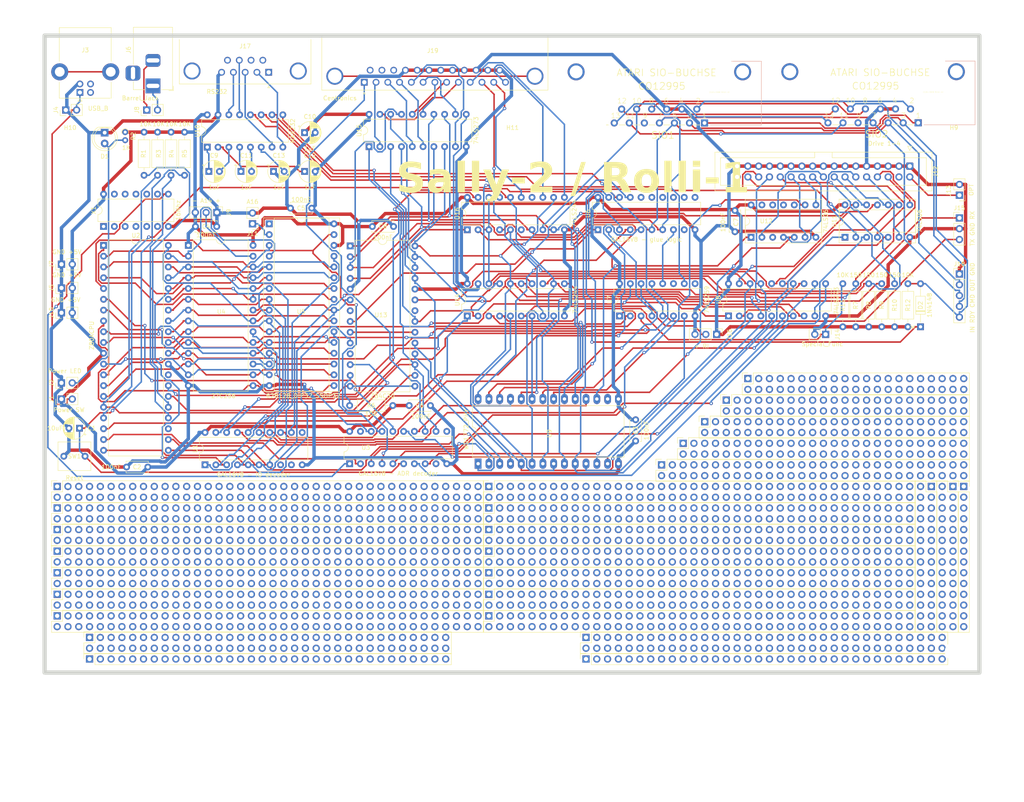
<source format=kicad_pcb>
(kicad_pcb (version 20240108) (generator "pcbnew") (generator_version "8.0")
  (layers (0 "F.Cu" signal) (31 "B.Cu" signal) (34 "B.Paste" user) (35 "F.Paste" user) (36 "B.SilkS" user "B.Silkscreen") (37 "F.SilkS" user "F.Silkscreen") (38 "B.Mask" user) (39 "F.Mask" user) (44 "Edge.Cuts" user))
  (net 0 "")
  (net 1 "RES\\")
  (net 2 "GND")
  (net 3 "Net-(U10-C1+)")
  (net 4 "Net-(U10-C1-)")
  (net 5 "INT\\")
  (net 6 "+5V")
  (net 7 "NMI\\")
  (net 8 "WAIT\\")
  (net 9 "/A11")
  (net 10 "/A12")
  (net 11 "/A13")
  (net 12 "/A14")
  (net 13 "CLK4")
  (net 14 "/D4")
  (net 15 "/D3")
  (net 16 "/D5")
  (net 17 "/D6")
  (net 18 "/D2")
  (net 19 "/D7")
  (net 20 "/D0")
  (net 21 "/D1")
  (net 22 "ATDAT_OUT")
  (net 23 "MEMRQ\\")
  (net 24 "IORQ\\")
  (net 25 "RD\\")
  (net 26 "WR\\")
  (net 27 "SIOR\\")
  (net 28 "M1\\")
  (net 29 "RFSH\\")
  (net 30 "/A0")
  (net 31 "/A1")
  (net 32 "/A2")
  (net 33 "/A3")
  (net 34 "/A4")
  (net 35 "/A5")
  (net 36 "/A6")
  (net 37 "/A7")
  (net 38 "/A8")
  (net 39 "/A9")
  (net 40 "/A10")
  (net 41 "CLK16")
  (net 42 "Net-(U10-C2-)")
  (net 43 "RS232R\\")
  (net 44 "FDCCE\\")
  (net 45 "ROMENA\\")
  (net 46 "PRTR\\")
  (net 47 "ROMCE\\")
  (net 48 "CLK8")
  (net 49 "RS232_DTR")
  (net 50 "RS232_CTS")
  (net 51 "RS232_RI")
  (net 52 "DSEL4")
  (net 53 "DSKIP\\")
  (net 54 "DSEL1")
  (net 55 "Net-(U10-C2+)")
  (net 56 "HALT\\")
  (net 57 "Net-(U10-VS+)")
  (net 58 "DSEL2")
  (net 59 "DSEL3")
  (net 60 "MOTOR")
  (net 61 "BITW\\")
  (net 62 "DSKDIR\\")
  (net 63 "Net-(U10-VS-)")
  (net 64 "PRTW\\")
  (net 65 "DSKSTEP\\")
  (net 66 "Net-(D1-A)")
  (net 67 "ATDAT")
  (net 68 "TX")
  (net 69 "STROBE")
  (net 70 "CTS")
  (net 71 "CMDSIO")
  (net 72 "DSW\\")
  (net 73 "Net-(J1-Pin_2)")
  (net 74 "DSKWD\\")
  (net 75 "DSKWG\\")
  (net 76 "DSKTRK00\\")
  (net 77 "/A15")
  (net 78 "ACK")
  (net 79 "BUSY")
  (net 80 "PE")
  (net 81 "SEL")
  (net 82 "DSKWP\\")
  (net 83 "CTCCE")
  (net 84 "unconnected-(J3-Shield-Pad5)")
  (net 85 "RAMCE\\")
  (net 87 "SIOOUT")
  (net 88 "SIOCMD")
  (net 89 "SIORDY")
  (net 90 "DSKRD\\")
  (net 91 "FDCRES")
  (net 92 "/IO/D0")
  (net 93 "/IO/D4")
  (net 94 "/IO/D5")
  (net 95 "SDDD\\")
  (net 96 "B\\S")
  (net 97 "/IO/D6")
  (net 98 "/IO/D7")
  (net 99 "SIDE")
  (net 100 "/IO/P0")
  (net 101 "/IO/P1")
  (net 102 "/IO/P2")
  (net 103 "/IO/P3")
  (net 104 "/IO/P4")
  (net 105 "/IO/P5")
  (net 106 "/IO/P6")
  (net 107 "/IO/P7")
  (net 110 "Net-(J8-Pin_2)")
  (net 111 "Net-(J8-Pin_1)")
  (net 112 "Net-(J11-Pin_1)")
  (net 114 "STROBE\\")
  (net 115 "RS232_RX")
  (net 116 "RS232_TX")
  (net 117 "FDCCLK")
  (net 118 "RX")
  (net 119 "WDRES\\")
  (net 120 "/IO/A0")
  (net 121 "/IO/A1")
  (net 122 "FDCRD")
  (net 123 "MO")
  (net 124 "/IO/D3")
  (net 125 "/IO/D1")
  (net 126 "TR00\\")
  (net 127 "RI")
  (net 128 "IP\\")
  (net 129 "WPRT\\")
  (net 130 "DRQ")
  (net 131 "/IO/D2")
  (net 132 "INTRQ")
  (net 133 "Net-(J12-Pin_2)")
  (net 135 "Net-(J14-Pin_1)")
  (net 136 "RESC\\")
  (net 138 "TO1")
  (net 139 "unconnected-(J19-PAD-Pad0)")
  (net 142 "Net-(U2-~{BUSRQ})")
  (net 143 "Net-(U13-IEI)")
  (net 146 "TRG0")
  (net 150 "DTR")
  (net 163 "A14IN")
  (net 164 "Net-(U8-Q0)")
  (net 165 "Net-(U8-Q5)")
  (net 166 "Net-(U8-Q3)")
  (net 167 "Net-(U8-Q7)")
  (net 168 "Net-(U8-Q6)")
  (net 169 "Net-(U9-WD)")
  (net 171 "Net-(U9-WG)")
  (net 172 "Net-(U9-DIRC)")
  (net 174 "/SIO1")
  (net 175 "/SIO2")
  (net 176 "Net-(U13-CLK{slash}TRG3)")
  (net 178 "/SIO8")
  (net 179 "/SIO9")
  (net 180 "/SIO11")
  (net 181 "/SIO12")
  (net 182 "/SIO13")
  (net 183 "SIOIN")
  (footprint "LED_THT:LED_D5.0mm_IRGrey" (layer "F.Cu") (at 24.135 22.86 -90)
    (property "Reference" "D1")
    (property "Value" "LD271" (hide yes))
  )
  (footprint "Connector_PinHeader_2.54mm:PinHeader_1x02_P2.54mm_Vertical" (layer "F.Cu") (at 225.298 37.592 180)
    (property "Reference" "J13")
    (property "Value" "OPT")
  )
  (footprint "Connector_PinHeader_2.54mm:PinHeader_1x02_P2.54mm_Vertical" (layer "F.Cu") (at 13.965 65.278 90)
    (property "Reference" "J10")
    (property "Value" "GND +5V")
  )
  (footprint "Capacitor_THT:C_Disc_D5.0mm_W2.5mm_P5.00mm" (layer "F.Cu") (at 45.506 44.958)
    (property "Reference" "C4")
    (property "Value" "100nF")
  )
  (footprint "Connector_PinSocket_2.54mm:PinSocket_2x40_P2.54mm_Vertical" (layer "F.Cu") (at 114.554 136.652 90)
    (property "Reference" "REF2" (hide yes))
    (property "Value" "PinSocket_2x40_P2.54mm_Vertical" (hide yes))
  )
  (footprint "Connector_USB:USB_B_Lumberg_2411_02_Horizontal" (layer "F.Cu") (at 18.308 13.3915 90)
    (property "Reference" "J3")
    (property "Value" "USB_B")
  )
  (footprint "MountingHole:MountingHole_4.3mm_M4" (layer "F.Cu") (at 120.114 26.994)
    (property "Reference" "H11")
    (property "Value" "MountingHole")
  )
  (footprint "Package_DIP:DIP-14_W7.62mm_Socket" (layer "F.Cu") (at 176.271 47.498 90)
    (property "Reference" "U12")
    (property "Value" "74LS06")
  )
  (footprint "Connector_PinHeader_2.54mm:PinHeader_1x03_P2.54mm_Vertical" (layer "F.Cu") (at 50.546 41.656 -90)
    (property "Reference" "J9")
    (property "Value" "- A14 +")
  )
  (footprint "MountingHole:MountingHole_4.3mm_M4" (layer "F.Cu") (at 16 26.994)
    (property "Reference" "H10")
    (property "Value" "MountingHole")
  )
  (footprint "MountingHole:MountingHole_4.3mm_M4" (layer "F.Cu") (at 16 75)
    (property "Reference" "H2" (hide yes))
    (property "Value" "MountingHole" (hide yes))
  )
  (footprint "Connector_PinSocket_2.54mm:PinSocket_2x40_P2.54mm_Vertical" (layer "F.Cu") (at 12.954 131.572 90)
    (property "Reference" "REF3" (hide yes))
    (property "Value" "PinSocket_2x40_P2.54mm_Vertical" (hide yes))
  )
  (footprint "Connector_PinHeader_2.54mm:PinHeader_1x03_P2.54mm_Vertical" (layer "F.Cu") (at 225.298 42.941)
    (property "Reference" "J15")
    (property "Value" "TX GND RX")
  )
  (footprint "Resistor_THT:R_Axial_DIN0207_L6.3mm_D2.5mm_P10.16mm_Horizontal" (layer "F.Cu") (at 39.756 22.733 -90)
    (property "Reference" "R4")
    (property "Value" "10K")
  )
  (footprint "MountingHole:MountingHole_4.3mm_M4" (layer "F.Cu") (at 109 75)
    (property "Reference" "H5" (hide yes))
    (property "Value" "MountingHole" (hide yes))
  )
  (footprint "Capacitor_THT:CP_Radial_D5.0mm_P2.50mm" (layer "F.Cu") (at 71.1899 22.85)
    (property "Reference" "C10")
    (property "Value" "1uF")
  )
  (footprint "Resistor_THT:R_Axial_DIN0207_L6.3mm_D2.5mm_P10.16mm_Horizontal" (layer "F.Cu") (at 33.406 22.733 -90)
    (property "Reference" "R1")
    (property "Value" "10K")
  )
  (footprint "Connector_PinSocket_2.54mm:PinSocket_2x40_P2.54mm_Vertical" (layer "F.Cu") (at 114.554 131.572 90)
    (property "Reference" "REF4" (hide yes))
    (property "Value" "PinSocket_2x40_P2.54mm_Vertical" (hide yes))
  )
  (footprint "Package_DIP:DIP-20_W7.62mm" (layer "F.Cu") (at 81.793 100.828 90)
    (property "Reference" "U3")
    (property "Value" "GAL16V8 - ADR decoder")
  )
  (footprint "Package_DIP:DIP-20_W7.62mm" (layer "F.Cu") (at 170.947 66.03 90)
    (property "Reference" "U8")
    (property "Value" "74LS273")
  )
  (footprint "Connector_PinSocket_2.54mm:PinSocket_2x40_P2.54mm_Vertical" (layer "F.Cu") (at 12.954 106.172 90)
    (property "Reference" "REF13" (hide yes))
    (property "Value" "PinSocket_2x40_P2.54mm_Vertical" (hide yes))
  )
  (footprint "MountingHole:MountingHole_4.3mm_M4" (layer "F.Cu") (at 16 145)
    (property "Reference" "H7" (hide yes))
    (property "Value" "MountingHole" (hide yes))
  )
  (footprint "Package_DIP:DIP-20_W7.62mm" (layer "F.Cu") (at 109.474 66.04 90)
    (property "Reference" "U14")
    (property "Value" "74LS244")
  )
  (footprint "Package_DIP:DIP-20_W7.62mm" (layer "F.Cu") (at 47.757 101.082 90)
    (property "Reference" "U1")
    (property "Value" "GAL16V8 - IO decoder")
  )
  (footprint "Package_DIP:DIP-20_W7.62mm" (layer "F.Cu") (at 109.474 45.72 90)
    (property "Reference" "U16")
    (property "Value" "74LS244")
  )
  (footprint "MountingHole:MountingHole_4.3mm_M4" (layer "F.Cu") (at 224 145)
    (property "Reference" "H6" (hide yes))
    (property "Value" "MountingHole" (hide yes))
  )
  (footprint "TF_Atari:SIO" (layer "F.Cu") (at 154.686 16.0407)
    (property "Reference" "SIO1")
    (property "Value" "SIO 1")
  )
  (footprint "Package_DIP:DIP-28_W15.24mm_LongPads" (layer "F.Cu") (at 112.024 100.818 90)
    (property "Reference" "U9")
    (property "Value" "WD1772_PHY")
  )
  (footprint "Capacitor_THT:CP_Radial_D5.0mm_P2.50mm" (layer "F.Cu") (at 48.6488 31.994)
    (property "Reference" "C9")
    (property "Value" "1uF")
  )
  (footprint "Resistor_THT:R_Axial_DIN0204_L3.6mm_D1.6mm_P1.90mm_Vertical" (layer "F.Cu") (at 28.961 22.733 -90)
    (property "Reference" "R2")
    (property "Value" "1K")
  )
  (footprint "Package_DIP:DIP-32_W15.24mm_Socket" (layer "F.Cu") (at 62.865 44.323)
    (property "Reference" "U5")
    (property "Value" "628128_DIP32_SSOP32")
  )
  (footprint "Diode_THT:D_DO-35_SOD27_P10.16mm_Horizontal" (layer "F.Cu") (at 216.14 68.58 90)
    (property "Reference" "D2")
    (property "Value" "1N4148")
  )
  (footprint "Capacitor_THT:CP_Radial_D5.0mm_P2.50mm" (layer "F.Cu") (at 56.2039 31.994)
    (property "Reference" "C11")
    (property "Value" "1uF")
  )
  (footprint "Connector_PinSocket_2.54mm:PinSocket_1x34_P2.54mm_Vertical" (layer "F.Cu") (at 20.574 146.812 90)
    (property "Reference" "REF25" (hide yes))
    (property "Value" "PinSocket_1x34_P2.54mm_Vertical" (hide yes))
  )
  (footprint "Connector_PinSocket_2.54mm:PinSocket_1x34_P2.54mm_Vertical" (layer "F.Cu") (at 137.414 146.812 90)
    (property "Reference" "REF26" (hide yes))
    (property "Value" "PinSocket_1x34_P2.54mm_Vertical" (hide yes))
  )
  (footprint "Connector_PinSocket_2.54mm:PinSocket_2x23_P2.54mm_Vertical" (layer "F.Cu") (at 170.434 85.852 90)
    (property "Reference" "REF18" (hide yes))
    (property "Value" "PinSocket_2x23_P2.54mm_Vertical" (hide yes))
  )
  (footprint "Connector_Dsub:DSUB-25_Female_Horizontal_P2.77x2.84mm_EdgePinOffset7.70mm_Housed_MountingHolesOffset9.12mm" (layer "F.Cu") (at 85.229 10.9863 180)
    (property "Reference" "J19")
    (property "Value" "Centronics")
  )
  (footprint "Connector_PinSocket_2.54mm:PinSocket_1x14_P2.54mm_Vertical" (layer "F.Cu") (at 226.314 106.172)
    (property "Reference" "REF22" (hide yes))
    (property "Value" "PinSocket_1x14_P2.54mm_Vertical" (hide yes))
  )
  (footprint "Capacitor_THT:C_Disc_D5.0mm_W2.5mm_P5.00mm" (layer "F.Cu") (at 87.122 44.958)
    (property "Reference" "C8")
    (property "Value" "100nF")
  )
  (footprint "Package_DIP:DIP-14_W7.62mm" (layer "F.Cu") (at 23.876 44.948 90)
    (property "Reference" "X1")
    (property "Value" "16Mhz")
  )
  (footprint "Connector_PinSocket_2.54mm:PinSocket_2x25_P2.54mm_Vertical" (layer "F.Cu") (at 165.354 90.932 90)
    (property "Reference" "REF17" (hide yes))
    (property "Value" "PinSocket_2x25_P2.54mm_Vertical" (hide yes))
  )
  (footprint "Package_DIP:DIP-14_W7.62mm_Socket" (layer "F.Cu") (at 198.369 47.488 90)
    (property "Reference" "U11")
    (property "Value" "74LS06")
  )
  (footprint "Connector_IDC:IDC-Header_2x17_P2.54mm_Vertical" (layer "F.Cu") (at 213.614 30.7435 -90)
    (property "Reference" "J12")
    (property "Value" "Drive 1-4")
  )
  (footprint "Package_DIP:DIP-16_W7.62mm" (layer "F.Cu") (at 48.28 26.269 90)
    (property "Reference" "U10")
    (property "Value" "MAX232")
  )
  (footprint "TF_Atari:SIO" (layer "F.Cu") (at 204.978 16.002)
    (property "Reference" "SIO2")
    (property "Value" "SIO 2")
  )
  (footprint "Connector_PinSocket_2.54mm:PinSocket_2x14_P2.54mm_Vertical" (layer "F.Cu") (at 223.774 106.172)
    (property "Reference" "REF21" (hide yes))
    (property "Value" "PinSocket_2x14_P2.54mm_Vertical" (hide yes))
  )
  (footprint "Capacitor_THT:C_Disc_D5.0mm_W2.5mm_P5.00mm" (layer "F.Cu") (at 95.798 87.122)
    (property "Reference" "C6")
    (property "Value" "100nF")
  )
  (footprint "Connector_PinHeader_2.54mm:PinHeader_1x02_P2.54mm_Vertical" (layer "F.Cu") (at 13.97 53.848 90)
    (property "Reference" "J7")
    (property "Value" "GND +5V")
  )
  (footprint "Resistor_THT:R_Axial_DIN0207_L6.3mm_D2.5mm_P10.16mm_Horizontal" (layer "F.Cu") (at 203.948 68.58 90)
    (property "Reference" "R8")
    (property "Value" "150")
  )
  (footprint "Connector_PinSocket_2.54mm:PinSocket_2x40_P2.54mm_Vertical" (layer "F.Cu") (at 114.554 126.492 90)
    (property "Reference" "REF6" (hide yes))
    (property "Value" "PinSocket_2x40_P2.54mm_Vertical" (hide yes))
  )
  (footprint "Capacitor_THT:C_Disc_D5.0mm_W2.5mm_P5.00mm" (layer "F.Cu") (at 34.29 101.6 180)
    (property "Reference" "C2")
    (property "Value" "100nF")
  )
  (footprint "Capacitor_THT:C_Disc_D5.0mm_W2.5mm_P5.00mm" (layer "F.Cu") (at 72.863 40.64 180)
    (property "Reference" "C5")
    (property "Value" "100nF")
  )
  (footprint "Resistor_THT:R_Axial_DIN0207_L6.3mm_D2.5mm_P10.16mm_Horizontal" (layer "F.Cu") (at 197.852 58.42 -90)
    (property "Reference" "R11")
    (property "Value" "10K")
  )
  (footprint "Connector_PinHeader_2.54mm:PinHeader_1x05_P2.54mm_Vertical" (layer "F.Cu") (at 225.298 56.139)
    (property "Reference" "J18")
    (property "Value" "IN RDY CMD OUT GND")
  )
  (footprint "Connector_PinSocket_2.54mm:PinSocket_2x34_P2.54mm_Vertical" (layer "F.Cu") (at 137.414 141.732 90)
    (property "Reference" "REF24" (hide yes))
    (property "Value" "PinSocket_2x34_P2.54mm_Vertical" (hide yes))
  )
  (footprint "Package_DIP:DIP-20_W7.62mm" (layer "F.Cu") (at 86.365 26.152 90)
    (property "Reference" "U15")
    (property "Value" "74LS273")
  )
  (footprint "Resistor_THT:R_Axial_DIN0207_L6.3mm_D2.5mm_P10.16mm_Horizontal" (layer "F.Cu") (at 91.948 87.122 180)
    (property "Reference" "R6")
    (property "Value" "10K")
  )
  (footprint "Capacitor_THT:CP_Radial_D5.0mm_P2.50mm" (layer "F.Cu") (at 18.2231 92.456 180)
    (property "Reference" "C1")
    (property "Value" "10uF")
  )
  (footprint "Connector_PinHeader_2.54mm:PinHeader_1x02_P2.54mm_Vertical" (layer "F.Cu") (at 14.986 17.526 90)
    (property "Reference" "J4")
    (property "Value" "PowerUSB")
  )
  (footprint "Connector_PinSocket_2.54mm:PinSocket_2x40_P2.54mm_Vertical" (layer "F.Cu") (at 12.954 126.492 90)
    (property "Reference" "Ref5" (hide yes))
    (property "Value" "PinSocket_2x40_P2.54mm_Vertical" (hide yes))
  )
  (footprint "Package_DIP:DIP-20_W7.62mm" (layer "F.Cu") (at 140.213 45.71 90)
    (property "Reference" "U6")
    (property "Value" "GAL16V8 - glue logic")
  )
  (footprint "Connector_PinSocket_2.54mm:PinSocket_2x40_P2.54mm_Vertical" (layer "F.Cu") (at 12.954 116.332 90)
    (property "Reference" "REF9" (hide yes))
    (property "Value" "PinSocket_2x40_P2.54mm_Vertical" (hide yes))
  )
  (footprint "Connector_PinHeader_2.54mm:PinHeader_1x02_P2.54mm_Vertical" (layer "F.Cu") (at 13.965 85.598 90)
    (property "Reference" "J1")
    (property "Value" "Power SW")
  )
  (footprint "Resistor_THT:R_Axial_DIN0207_L6.3mm_D2.5mm_P10.16mm_Horizontal" (layer "F.Cu") (at 210.044 68.58 90)
    (property "Reference" "R10")
    (property "Value" "150")
  )
  (footprint "Connector_PinSocket_2.54mm:PinSocket_2x40_P2.54mm_Vertical" (layer "F.Cu") (at 12.954 111.252 90)
    (property "Reference" "Ref11" (hide yes))
    (property "Value" "PinSocket_2x40_P2.54mm_Vertical" (hide yes))
  )
  (footprint "Resistor_THT:R_Axial_DIN0207_L6.3mm_D2.5mm_P10.16mm_Horizontal" (layer "F.Cu") (at 213.176 68.58 90)
    (property "Reference" "R12")
    (property "Value" "10K")
  )
  (footprint "MountingHole:MountingHole_4.3mm_M4" (layer "F.Cu") (at 131 145)
    (property "Reference" "H1" (hide yes))
    (property "Value" "MountingHole" (hide yes))
  )
  (footprint "Package_DIP:DIP-28_W15.24mm" (layer "F.Cu") (at 43.82 49.403)
    (property "Reference" "U4")
    (property "Value" "27C256")
  )
  (footprint "Connector_PinSocket_2.54mm:PinSocket_2x29_P2.54mm_Vertical" (layer "F.Cu") (at 155.194 101.092 90)
    (property "Reference" "REF15" (hide yes))
    (property "Value" "PinSocket_2x29_P2.54mm_Vertical" (hide yes))
  )
  (footprint "MountingHole:MountingHole_4.3mm_M4" (layer "F.Cu") (at 109 145)
    (property "Reference" "H3" (hide yes))
    (property "Value" "MountingHole" (hide yes))
  )
  (footprint "Connector_PinSocket_2.54mm:PinSocket_2x40_P2.54mm_Vertical" (layer "F.Cu") (at 114.554 106.172 90)
    (property "Reference" "REF14" (hide yes))
    (property "Value" "PinSocket_2x40_P2.54mm_Vertical" (hide yes))
  )
  (footprint "Resistor_THT:R_Axial_DIN0207_L6.3mm_D2.5mm_P10.16mm_Horizontal" (layer "F.Cu") (at 42.931 22.733 -90)
    (property "Reference" "R5")
    (property "Value" "10K")
  )
  (footprint "Resistor_THT:R_Axial_DIN0207_L6.3mm_D2.5mm_P10.16mm_Horizontal" (layer "F.Cu") (at 207.01 68.58 90)
    (property "Reference" "R9")
    (property "Value" "150")
  )
  (footprint "Connector_BarrelJack:BarrelJack_Horizontal" (layer "F.Cu") (at 35.5015 11.842 -90)
    (property "Reference" "J6")
    (property "Value" "Barrel_Jack")
  )
  (footprint "Package_DIP:DIP-28_W15.24mm" (layer "F.Cu") (at 81.92 49.54)
    (property "Reference" "U13")
    (property "Value" "Z84C30")
  )
  (footprint "Connector_PinSocket_2.54mm:PinSocket_2x34_P2.54mm_Vertical" (layer "F.Cu") (at 20.574 141.732 90)
    (property "Reference" "REF23" (hide yes))
    (property "Value" "PinSocket_2x34_P2.54mm_Vertical" (hide yes))
  )
  (footprint "MountingHole:MountingHole_4.3mm_M4" (layer "F.Cu") (at 224 26.994)
    (property "Reference" "H9")
    (property "Value" "MountingHole")
  )
  (footprint "Connector_PinSocket_2.54mm:PinSocket_2x21_P2.54mm_Vertical" (layer "F.Cu") (at 175.514 80.772 90)
    (property "Reference" "REF19" (hide yes))
    (property "Value" "PinSocket_2x21_P2.54mm_Vertical" (hide yes))
  )
  (footprint "Capacitor_THT:CP_Radial_D5.0mm_P2.50mm" (layer "F.Cu") (at 63.8888 31.994)
    (property "Reference" "C13")
    (property "Value" "1uF")
  )
  (footprint "MountingHole:MountingHole_4.3mm_M4" (layer "F.Cu") (at 224 75)
    (property "Reference" "H8" (hide yes))
    (property "Value" "MountingHole" (hide yes))
  )
  (footprint "Connector_PinSocket_2.54mm:PinSocket_2x40_P2.54mm_Vertical" (layer "F.Cu") (at 12.954 121.412 90)
    (property "Reference" "REF7" (hide yes))
    (property "Value" "PinSocket_2x40_P2.54mm_Vertical" (hide yes))
  )
  (footprint "Package_DIP:DIP-40_W15.24mm" (layer "F.Cu") (at 23.876 49.408)
    (property "Reference" "U2")
    (property "Value" "Z80ACPU")
  )
  (footprint "Capacitor_THT:C_Disc_D5.0mm_W2.5mm_P5.00mm" (layer "F.Cu") (at 172.466 41.188 -90)
    (property "Reference" "C7")
    (property "Value" "100nF")
  )
  (footprint "Connector_PinHeader_2.54mm:PinHeader_1x02_P2.54mm_Vertical" (layer "F.Cu") (at 13.96 81.788 90)
    (property "Reference" "J2")
    (property "Value" "Power LED")
  )
  (footprint "Resistor_THT:R_Axial_DIN0207_L6.3mm_D2.5mm_P10.16mm_Horizontal" (layer "F.Cu") (at 200.9 68.58 90)
    (property "Reference" "R7")
    (property "Value" "150")
  )
  (footprint "Connector_PinSocket_2.54mm:PinSocket_2x40_P2.54mm_Vertical" (layer "F.Cu") (at 114.554 111.252 90)
    (property "Reference" "REF12" (hide yes))
    (property "Value" "PinSocket_2x40_P2.54mm_Vertical" (hide yes))
  )
  (footprint "Capacitor_THT:C_Rect_L7.5mm_W6.5mm_P5.00mm" (layer "F.Cu") (at 14.518 99.06)
    (property "Reference" "SW1")
    (property "Value" "Reset")
  )
  (footprint "Package_DIP:DIP-16_W7.62mm" (layer "F.Cu") (at 145.303 66.03 90)
    (property "Reference" "U7")
    (property "Value" "74LS259")
  )
  (footprint "Connector_PinSocket_2.54mm:PinSocket_2x14_P2.54mm_Vertical" (layer "F.Cu") (at 218.694 106.172)
    (property "Reference" "REF20" (hide yes))
    (property "Value" "PinSocket_2x14_P2.54mm_Vertical" (hide yes))
  )
  (footprint "Resistor_THT:R_Axial_DIN0207_L6.3mm_D2.5mm_P10.16mm_Horizontal" (layer "F.Cu") (at 36.581 22.733 -90)
    (property "Reference" "R3")
    (property "Value" "10K")
  )
  (footprint "Capacitor_THT:CP_Radial_D5.0mm_P2.50mm" (layer "F.Cu") (at 71.1899 31.994)
    (property "Reference" "C12")
    (property "Value" "1uF")
  )
  (footprint "Connector_PinHeader_2.54mm:PinHeader_1x02_P2.54mm_Vertical" (layer "F.Cu") (at 193.802 70.358 -90)
    (property "Reference" "J14")
    (property "Value" "Special_Func")
  )
  (footprint "Connector_PinHeader_2.54mm:PinHeader_1x02_P2.54mm_Vertical" (layer "F.Cu") (at 34.036 17.526 90)
    (property "Reference" "J8")
    (property "Value" "PowerBarrel")
  )
  (footprint "Capacitor_THT:C_Disc_D5.0mm_W2.5mm_P5.00mm" (layer "F.Cu") (at 149.098 90.464 -90)
    (property "Reference" "C3")
    (property "Value" "100nF")
  )
  (footprint "Connector_PinSocket_2.54mm:PinSocket_2x40_P2.54mm_Vertical" (layer "F.Cu") (at 114.554 121.412 90)
    (property "Reference" "REF8" (hide yes))
    (property "Value" "PinSocket_2x40_P2.54mm_Vertical" (hide yes))
  )
  (footprint "Connector_PinHeader_2.54mm:PinHeader_1x02_P2.54mm_Vertical" (layer "F.Cu") (at 58.928 44.323 180)
    (property "Reference" "J11")
    (property "Value" "A16")
  )
  (footprint "Connector_PinSocket_2.54mm:PinSocket_2x27_P2.54mm_Vertical" (layer "F.Cu") (at 160.274 96.012 90)
    (property "Reference" "REF16" (hide yes))
    (property "Value" "PinSocket_2x27_P2.54mm_Vertical" (hide yes))
  )
  (footprint "Connector_PinSocket_2.54mm:PinSocket_2x40_P2.54mm_Vertical" (layer "F.Cu") (at 12.954 136.652 90)
    (property "Reference" "REF1" (hide yes))
    (property "Value" "PinSocket_2x40_P2.54mm_Vertical" (hide yes))
  )
  (footprint "Connector_PinHeader_2.54mm:PinHeader_1x03_P2.54mm_Vertical" (layer "F.Cu") (at 168.148 70.358 -90)
    (property "Reference" "J16")
    (property "Value" "+ RI -")
  )
  (footprint "Connector_PinSocket_2.54mm:PinSocket_2x40_P2.54mm_Vertical" (layer "F.Cu") (at 114.554 116.332 90)
    (property "Reference" "REF10" (hide yes))
    (property "Value" "PinSocket_2x40_P2.54mm_Vertical" (hide yes))
  )
  (footprint "MountingHole:MountingHole_4.3mm_M4" (layer "F.Cu") (at 131 75)
    (property "Reference" "H4" (hide yes))
    (property "Value" "MountingHole" (hide yes))
  )
  (footprint "Connector_PinHeader_2.54mm:PinHeader_1x02_P2.54mm_Vertical" (layer "F.Cu") (at 13.97 59.436 90)
    (property "Reference" "J5")
    (property "Value" "GND +5V")
  )
  (footprint "Connector_Dsub:DSUB-9_Male_Horizontal_P2.77x2.84mm_EdgePinOffset4.94mm_Housed_MountingHolesOffset7.48mm" (layer "F.Cu") (at 62.738 8.636 180)
    (property "Reference" "J17")
    (property "Value" "RS232")
  )
  (gr_rect (start 10 0) (end 230 150) (stroke (width 1)) (fill none) (layer "Edge.Cuts"))
  (gr_text "Sally-2 / Rolli-1" (at 92.71 38.1 0) (layer "F.SilkS") (effects (font (size 7 7) (thickness 0.3) (bold yes)) (justify left bottom)))
  (segment (start 19.3982 92.456) (end 23.03 88.8242) (width 0.35) (layer "F.Cu") (net 1))
  (segment (start 91.6772 102.8339) (end 93.3179 101.1932) (width 0.35) (layer "F.Cu") (net 1))
  (segment (start 19.518 99.06) (end 23.2919 102.8339) (width 0.35) (layer "F.Cu") (net 1))
  (segment (start 23.2919 102.8339) (end 91.6772 102.8339) (width 0.35) (layer "F.Cu") (net 1))
  (segment (start 23.03 88.8242) (end 25.4694 88.8242) (width 0.35) (layer "F.Cu") (net 1))
  (segment (start 25.4694 88.8242) (end 25.9923 88.3013) (width 0.35) (layer "F.Cu") (net 1))
  (segment (start 94.493 100.828) (end 93.3179 100.828) (width 0.35) (layer "F.Cu") (net 1))
  (segment (start 18.2231 92.456) (end 19.3982 92.456) (width 0.35) (layer "F.Cu") (net 1))
  (segment (start 93.3179 101.1932) (end 93.3179 100.828) (width 0.35) (layer "F.Cu") (net 1))
  (via (at 25.9923 88.3013) (size 0.8) (drill 0.4) (layers "F.Cu" "B.Cu") (net 1))
  (segment (start 32.7655 51.0998) (end 35.306 48.5593) (width 0.35) (layer "B.Cu") (net 1))
  (segment (start 39.2252 31.7018) (end 40.5647 31.7018) (width 0.35) (layer "B.Cu") (net 1))
  (segment (start 38.1685 33.1055) (end 38.1685 32.7585) (width 0.35) (layer "B.Cu") (net 1))
  (segment (start 35.306 48.5593) (end 35.306 35.968) (width 0.35) (layer "B.Cu") (net 1))
  (segment (start 18.2231 97.7651) (end 18.2231 92.456) (width 0.35) (layer "B.Cu") (net 1))
  (segment (start 19.518 99.06) (end 18.2231 97.7651) (width 0.35) (layer "B.Cu") (net 1))
  (segment (start 38.1685 32.7585) (end 39.2252 31.7018) (width 0.35) (layer "B.Cu") (net 1))
  (segment (start 32.7655 81.5281) (end 32.7655 51.0998) (width 0.35) (layer "B.Cu") (net 1))
  (segment (start 35.306 35.968) (end 38.1685 33.1055) (width 0.35) (layer "B.Cu") (net 1))
  (segment (start 40.5647 31.7018) (end 41.7559 32.893) (width 0.35) (layer "B.Cu") (net 1))
  (segment (start 42.931 32.893) (end 41.7559 32.893) (width 0.35) (layer "B.Cu") (net 1))
  (segment (start 25.9923 88.3013) (end 32.7655 81.5281) (width 0.35) (layer "B.Cu") (net 1))
  (segment (start 82.0234 42.0499) (end 83.941 43.9675) (width 0.8) (layer "F.Cu") (net 2))
  (segment (start 62.865 82.423) (end 64.2651 82.423) (width 0.8) (layer "F.Cu") (net 2))
  (segment (start 201.4175 66.03) (end 208.527 58.9205) (width 0.8) (layer "F.Cu") (net 2))
  (segment (start 106.004 8.1463) (end 108.774 8.1463) (width 0.8) (layer "F.Cu") (net 2))
  (segment (start 188.214 30.7435) (end 190.754 30.7435) (width 0.8) (layer "F.Cu") (net 2))
  (segment (start 225.298 35.052) (end 226.7481 35.052) (width 0.8) (layer "F.Cu") (net 2))
  (segment (start 198.374 30.7435) (end 200.914 30.7435) (width 0.8) (layer "F.Cu") (net 2))
  (segment (start 104.653 100.828) (end 106.0531 100.828) (width 0.8) (layer "F.Cu") (net 2))
  (segment (start 213.614 30.7435) (end 217.9225 35.052) (width 0.8) (layer "F.Cu") (net 2))
  (segment (start 195.834 30.7435) (end 198.374 30.7435) (width 0.8) (layer "F.Cu") (net 2))
  (segment (start 213.609 47.488) (end 215.0091 47.488) (width 0.8) (layer "F.Cu") (net 2))
  (segment (start 58.928 41.783) (end 60.3781 41.783) (width 0.8) (layer "F.Cu") (net 2))
  (segment (start 103.234 8.1463) (end 106.004 8.1463) (width 0.8) (layer "F.Cu") (net 2))
  (segment (start 225.298 56.139) (end 225.298 54.6889) (width 0.8) (layer "F.Cu") (net 2))
  (segment (start 200.914 30.7435) (end 203.454 30.7435) (width 0.8) (layer "F.Cu") (net 2))
  (segment (start 226.7481 53.2388) (end 225.298 54.6889) (width 0.8) (layer "F.Cu") (net 2))
  (segment (start 15.9423 97.6357) (end 14.518 99.06) (width 0.8) (layer "F.Cu") (net 2))
  (segment (start 208.534 30.7435) (end 211.074 30.7435) (width 0.8) (layer "F.Cu") (net 2))
  (segment (start 226.4981 45.481) (end 226.7481 45.481) (width 0.8) (layer "F.Cu") (net 2))
  (segment (start 193.807 66.03) (end 201.4175 66.03) (width 0.8) (layer "F.Cu") (net 2))
  (segment (start 185.674 30.7435) (end 188.214 30.7435) (width 0.8) (layer "F.Cu") (net 2))
  (segment (start 24.135 22.86) (end 25.6351 22.86) (width 0.8) (layer "F.Cu") (net 2))
  (segment (start 50.506 44.958) (end 49.1025 43.5545) (width 0.8) (layer "F.Cu") (net 2))
  (segment (start 191.511 47.498) (end 190.1108 46.0978) (width 0.8) (layer "F.Cu") (net 2))
  (segment (start 190.1108 46.0978) (end 172.5562 46.0978) (width 0.8) (layer "F.Cu") (net 2))
  (segment (start 136.8255 42.6595) (end 160.0225 42.6595) (width 0.8) (layer "F.Cu") (net 2))
  (segment (start 49.1025 43.5545) (end 41.9096 43.5545) (width 0.8) (layer "F.Cu") (net 2))
  (segment (start 183.134 30.7435) (end 185.674 30.7435) (width 0.8) (layer "F.Cu") (net 2))
  (segment (start 49.3708 20.0982) (end 28.3969 20.0982) (width 0.8) (layer "F.Cu") (net 2))
  (segment (start 41.9096 43.5545) (end 40.5161 44.948) (width 0.8) (layer "F.Cu") (net 2))
  (segment (start 172.5562 46.0978) (end 172.466 46.188) (width 0.8) (layer "F.Cu") (net 2))
  (segment (start 133.7341 45.72) (end 133.765 45.72) (width 0.8) (layer "F.Cu") (net 2))
  (segment (start 64.551 82.1371) (end 64.2651 82.423) (width 0.8) (layer "F.Cu") (net 2))
  (segment (start 145.044 100.818) (end 145.044 102.6181) (width 0.8) (layer "F.Cu") (net 2))
  (segment (start 203.454 30.7435) (end 205.994 30.7435) (width 0.8) (layer "F.Cu") (net 2))
  (segment (start 226.7481 45.481) (end 226.7481 53.2388) (width 0.8) (layer "F.Cu") (net 2))
  (segment (start 226.7481 35.052) (end 226.7481 45.481) (width 0.8) (layer "F.Cu") (net 2))
  (segment (start 144.4902 103.1719) (end 145.044 102.6181) (width 0.8) (layer "F.Cu") (net 2))
  (segment (start 190.754 30.7435) (end 193.294 30.7435) (width 0.8) (layer "F.Cu") (net 2))
  (segment (start 61.5211 40.64) (end 67.863 40.64) (width 0.8) (layer "F.Cu") (net 2))
  (segment (start 133.765 45.72) (end 136.8255 42.6595) (width 0.8) (layer "F.Cu") (net 2))
  (segment (start 225.298 45.481) (end 217.0161 45.481) (width 0.8) (layer "F.Cu") (net 2))
  (segment (start 160.0225 42.6595) (end 163.073 45.71) (width 0.8) (layer "F.Cu") (net 2))
  (segment (start 50.82 18.649) (end 49.3708 20.0982) (width 0.8) (layer "F.Cu") (net 2))
  (segment (start 211.074 30.7435) (end 213.614 30.7435) (width 0.8) (layer "F.Cu") (net 2))
  (segment (start 71.1686 82.1371) (end 64.551 82.1371) (width 0.8) (layer "F.Cu") (net 2))
  (segment (start 132.334 45.72) (end 133.7341 45.72) (width 0.8) (layer "F.Cu") (net 2))
  (segment (start 217.0161 45.481) (end 215.0091 47.488) (width 0.8) (layer "F.Cu") (net 2))
  (segment (start 208.527 58.9205) (end 208.527 53.9701) (width 0.8) (layer "F.Cu") (net 2))
  (segment (start 100.464 8.1463) (end 97.694 8.1463) (width 0.8) (layer "F.Cu") (net 2))
  (segment (start 29.29 101.6) (end 24.1964 101.6) (width 0.8) (layer "F.Cu") (net 2))
  (segment (start 208.527 53.9701) (end 213.609 48.8881) (width 0.8) (layer "F.Cu") (net 2))
  (segment (start 225.298 45.481) (end 226.4981 45.481) (width 0.8) (layer "F.Cu") (net 2))
  (segment (start 39.116 44.948) (end 40.5161 44.948) (width 0.8) (layer "F.Cu") (net 2))
  (segment (start 24.1964 101.6) (end 20.2321 97.6357) (width 0.8) (layer "F.Cu") (net 2))
  (segment (start 67.863 40.64) (end 69.2729 42.0499) (width 0.8) (layer "F.Cu") (net 2))
  (segment (start 28.3969 20.0982) (end 25.6351 22.86) (width 0.8) (layer "F.Cu") (net 2))
  (segment (start 175.514 30.7435) (end 178.054 30.7435) (width 0.8) (layer "F.Cu") (net 2))
  (segment (start 193.294 30.7435) (end 195.834 30.7435) (width 0.8) (layer "F.Cu") (net 2))
  (segment (start 108.397 103.1719) (end 144.4902 103.1719) (width 0.8) (layer "F.Cu") (net 2))
  (segment (start 206.708 17.272) (end 210.248 17.272) (width 0.8) (layer "F.Cu") (net 2))
  (segment (start 178.054 30.7435) (end 180.594 30.7435) (width 0.8) (layer "F.Cu") (net 2))
  (segment (start 156.416 17.3107) (end 159.956 17.3107) (width 0.8) (layer "F.Cu") (net 2))
  (segment (start 111.544 8.1463) (end 114.314 8.1463) (width 0.8) (layer "F.Cu") (net 2))
  (segment (start 97.694 8.1463) (end 94.924 8.1463) (width 0.8) (layer "F.Cu") (net 2))
  (segment (start 106.0531 100.828) (end 108.397 103.1719) (width 0.8) (layer "F.Cu") (net 2))
  (segment (start 217.9225 35.052) (end 225.298 35.052) (width 0.8) (layer "F.Cu") (net 2))
  (segment (start 108.774 8.1463) (end 111.544 8.1463) (width 0.8) (layer "F.Cu") (net 2))
  (segment (start 69.2729 42.0499) (end 82.0234 42.0499) (width 0.8) (layer "F.Cu") (net 2))
  (segment (start 117.084 8.1463) (end 114.314 8.1463) (width 0.8) (layer "F.Cu") (net 2))
  (segment (start 20.2321 97.6357) (end 15.9423 97.6357) (width 0.8) (layer "F.Cu") (net 2))
  (segment (start 213.609 47.488) (end 213.609 48.8881) (width 0.8) (layer "F.Cu") (net 2))
  (segment (start 172.974 30.7435) (end 175.514 30.7435) (width 0.8) (layer "F.Cu") (net 2))
  (segment (start 103.234 8.1463) (end 100.464 8.1463) (width 0.8) (layer "F.Cu") (net 2))
  (segment (start 205.994 30.7435) (end 208.534 30.7435) (width 0.8) (layer "F.Cu") (net 2))
  (segment (start 60.3781 41.783) (end 61.5211 40.64) (width 0.8) (layer "F.Cu") (net 2))
  (segment (start 180.594 30.7435) (end 183.134 30.7435) (width 0.8) (layer "F.Cu") (net 2))
  (via (at 83.941 43.9675) (size 0.8) (drill 0.4) (layers "F.Cu" "B.Cu") (net 2))
  (via (at 71.1686 82.1371) (size 0.8) (drill 0.4) (layers "F.Cu" "B.Cu") (net 2))
  (segment (start 172.8712 30.7435) (end 172.974 30.7435) (width 0.8) (layer "B.Cu") (net 2))
  (segment (start 90.6808 43.5168) (end 92.122 44.958) (width 0.8) (layer "B.Cu") (net 2))
  (segment (start 106.9869 99.8942) (end 106.0531 100.828) (width 0.8) (layer "B.Cu") (net 2))
  (segment (start 50.546 41.783) (end 50.546 44.918) (width 0.8) (layer "B.Cu") (net 2))
  (segment (start 160.6072 17.3107) (end 163.8387 20.5422) (width 0.8) (layer "B.Cu") (net 2))
  (segment (start 50.546 41.783) (end 57.4779 41.783) (width 0.8) (layer "B.Cu") (net 2))
  (segment (start 143.566 4.4607) (end 115.2296 4.4607) (width 0.8) (layer "B.Cu") (net 2))
  (segment (start 65.289 33.3942) (end 63.8888 31.994) (width 0.8) (layer "B.Cu") (net 2))
  (segment (start 164.4832 63.2297) (end 164.4832 48.5203) (width 0.8) (layer "B.Cu") (net 2))
  (segment (start 67.863 40.64) (end 67.0237 39.8007) (width 0.8) (layer "B.Cu") (net 2))
  (segment (start 132.334 66.04) (end 132.334 64.6399) (width 0.8) (layer "B.Cu") (net 2))
  (segment (start 106.1384 96.1883) (end 106.9869 97.0368) (width 0.8) (layer "B.Cu") (net 2))
  (segment (start 168.2242 44.7793) (end 164.4832 48.5203) (width 0.8) (layer "B.Cu") (net 2))
  (segment (start 13.97 59.436) (end 13.97 60.8861) (width 0.8) (layer "B.Cu") (net 2))
  (segment (start 171.0573 44.7793) (end 168.2242 44.7793) (width 0.8) (layer "B.Cu") (net 2))
  (segment (start 81.92 59.7) (end 83.941 57.679) (width 0.8) (layer "B.Cu") (net 2))
  (segment (start 164.4832 48.5203) (end 163.073 47.1101) (width 0.8) (layer "B.Cu") (net 2))
  (segment (start 107.03 29.7471) (end 109.225 27.5521) (width 0.8) (layer "B.Cu") (net 2))
  (segment (start 13.6889 83.2381) (end 13.96 83.2381) (width 0.8) (layer "B.Cu") (net 2))
  (segment (start 119.8693 14.1076) (end 109.225 24.7519) (width 0.8) (layer "B.Cu") (net 2))
  (segment (start 73.6899 22.85) (end 69.7897 26.7502) (width 0.8) (layer "B.Cu") (net 2))
  (segment (start 13.97 60.8861) (end 13.965 60.8911) (width 0.8) (layer "B.Cu") (net 2))
  (segment (start 106.1384 92.4624) (end 106.1384 96.1883) (width 0.8) (layer "B.Cu") (net 2))
  (segment (start 13.4162 80.3379) (end 13.96 80.3379) (width 0.8) (layer "B.Cu") (net 2))
  (segment (start 13.97 45.2538) (end 20.4291 38.7947) (width 0.8) (layer "B.Cu") (net 2))
  (segment (start 50.82 18.649) (end 50.82 20.0491) (width 0.8) (layer "B.Cu") (net 2))
  (segment (start 145.5441 99.0179) (end 149.098 95.464) (width 0.8) (layer "B.Cu") (net 2))
  (segment (start 163.083 68.8929) (end 163.068 68.9079) (width 0.8) (layer "B.Cu") (net 2))
  (segment (start 50.546 44.918) (end 50.506 44.958) (width 0.8) (layer "B.Cu") (net 2))
  (segment (start 172.8712 30.7435) (end 171.0573 32.5574) (width 0.8) (layer "B.Cu") (net 2))
  (segment (start 13.97 53.848) (end 13.97 45.2538) (width 0.8) (layer "B.Cu") (net 2))
  (segment (start 104.653 100.828) (end 106.0531 100.828) (width 0.8) (layer "B.Cu") (net 2))
  (segment (start 24.135 22.86) (end 20.4291 22.86) (width 0.8) (layer "B.Cu") (net 2))
  (segment (start 58.928 41.783) (end 57.4779 41.783) (width 0.8) (layer "B.Cu") (net 2))
  (segment (start 119.8693 10.3479) (end 119.8693 14.1076) (width 0.8) (layer "B.Cu") (net 2))
  (segment (start 193.807 66.03) (end 193.807 67.4301) (width 0.8) (layer "B.Cu") (net 2))
  (segment (start 132.334 64.6399) (end 133.7357 63.2382) (width 0.8) (layer "B.Cu") (net 2))
  (segment (start 163.083 64.6299) (end 164.4832 63.2297) (width 0.8) (layer "B.Cu") (net 2))
  (segment (start 13.965 60.8911) (end 13.965 65.278) (width 0.8) (layer "B.Cu") (net 2))
  (segment (start 115.2296 4.4607) (end 111.544 8.1463) (width 0.8) (layer "B.Cu") (net 2))
  (segment (start 73.4082 99.421) (end 103.246 99.421) (width 0.8) (layer "B.Cu") (net 2))
  (segment (start 84.1795 9.5861) (end 73.6899 20.0757) (width 0.8) (layer "B.Cu") (net 2))
  (segment (start 13.965 65.278) (end 13.965 66.7281) (width 0.8) (layer "B.Cu") (net 2))
  (segment (start 61.4649 82.423) (end 60.0174 83.8705) (width 0.8) (layer "B.Cu") (net 2))
  (segment (start 203.454 20.0153) (end 206.1973 17.272) (width 0.8) (layer "B.Cu") (net 2))
  (segment (start 46.6676 83.8705) (end 45.2201 82.423) (width 0.8) (layer "B.Cu") (net 2))
  (segment (start 133.7357 63.2382) (end 133.7357 54.6479) (width 0.8) (layer "B.Cu") (net 2))
  (segment (start 100.798 87.122) (end 106.1384 92.4624) (width 0.8) (layer "B.Cu") (net 2))
  (segment (start 30.7023 100.1877) (end 37.1619 100.1877) (width 0.8) (layer "B.Cu") (net 2))
  (segment (start 71.1686 82.1371) (end 71.1686 83.1433) (width 0.8) (layer "B.Cu") (net 2))
  (segment (start 15.7231 97.8549) (end 14.518 99.06) (width 0.8) (layer "B.Cu") (net 2))
  (segment (start 12.5148 84.4122) (end 13.6889 83.2381) (width 0.8) (layer "B.Cu") (net 2))
  (segment (start 37.3506 100.3764) (end 38.4076 100.3764) (width 0.8) (layer "B.Cu") (net 2))
  (segment (start 145.044 100.818) (end 145.044 99.0179) (width 0.8) (layer "B.Cu") (net 2))
  (segment (start 67.0237 39.8007) (end 67.0237 33.3942) (width 0.8) (layer "B.Cu") (net 2))
  (segment (start 103.246 99.421) (end 104.653 100.828) (width 0.8) (layer "B.Cu") (net 2))
  (segment (start 73.4082 85.3829) (end 73.4082 99.421) (width 0.8) (layer "B.Cu") (net 2))
  (segment (start 20.4291 22.86) (end 15.2306 17.6615) (width 0.8) (layer "B.Cu") (net 2))
  (segment (start 73.4082 99.6909) (end 73.4082 99.421) (width 0.8) (layer "B.Cu") (net 2))
  (segment (start 15.7231 92.456) (end 12.5148 89.2477) (width 0.8) (layer "B.Cu") (net 2))
  (segment (start 145.044 99.0179) (end 145.5441 99.0179) (width 0.8) (layer "B.Cu") (net 2))
  (segment (start 15.2306 17.526) (end 15.2306 13.9845) (width 0.8) (layer "B.Cu") (net 2))
  (segment (start 43.82 94.964) (end 43.82 83.8231) (width 0.8) (layer "B.Cu") (net 2))
  (segment (start 50.546 41.656) (end 50.546 41.783) (width 0.8) (layer "B.Cu") (net 2))
  (segment (start 20.4291 38.7947) (end 20.4291 22.86) (width 0.8) (layer "B.Cu") (net 2))
  (segment (start 206.1973 17.272) (end 206.708 17.272) (width 0.8) (layer "B.Cu") (net 2))
  (segment (start 15.2306 17.6615) (end 15.2306 17.526) (width 0.8) (layer "B.Cu") (net 2))
  (segment (start 203.454 30.7435) (end 203.454 20.0153) (width 0.8) (layer "B.Cu") (net 2))
  (segment (start 93.4842 9.5861) (end 84.1795 9.5861) (width 0.8) (layer "B.Cu") (net 2))
  (segment (start 43.82 82.052) (end 43.82 82.423) (width 0.8) (layer "B.Cu") (net 2))
  (segment (start 62.865 82.423) (end 61.4649 82.423) (width 0.8) (layer "B.Cu") (net 2))
  (segment (start 51.658 8.636) (end 50.82 9.474) (width 0.8) (layer "B.Cu") (net 2))
  (segment (start 163.8387 20.5422) (end 163.8387 21.711) (width 0.8) (layer "B.Cu") (net 2))
  (segment (start 171.0573 32.5574) (end 171.0573 44.7793) (width 0.8) (layer "B.Cu") (net 2))
  (segment (start 117.084 8.1463) (end 117.6677 8.1463) (width 0.8) (layer "B.Cu") (net 2))
  (segment (start 72.0171 101.082) (end 73.4082 99.6909) (width 0.8) (layer "B.Cu") (net 2))
  (segment (start 13.965 66.7281) (end 11.5584 69.1347) (width 0.8) (layer "B.Cu") (net 2))
  (segment (start 39.116 77.348) (end 43.82 82.052) (width 0.8) (layer "B.Cu") (net 2))
  (segment (start 163.073 45.71) (end 163.073 47.1101) (width 0.8) (layer "B.Cu") (net 2))
  (segment (start 15.2306 17.526) (end 14.986 17.526) (width 0.8) (layer "B.Cu") (net 2))
  (segment (start 159.956 17.3107) (end 160.6072 17.3107) (width 0.8) (layer "B.Cu") (net 2))
  (segment (start 60.0174 83.8705) (end 46.6676 83.8705) (width 0.8) (layer "B.Cu") (net 2))
  (segment (start 109.225 26.152) (end 109.225 24.7519) (width 0.8) (layer "B.Cu") (net 2))
  (segment (start 83.941 57.679) (end 83.941 43.9675) (width 0.8) (layer "B.Cu") (net 2))
  (segment (start 84.3917 43.5168) (end 90.6808 43.5168) (width 0.8) (layer "B.Cu") (net 2))
  (segment (start 50.546 41.656) (end 50.546 40.2059) (width 0.8) (layer "B.Cu") (net 2))
  (segment (start 70.617 101.082) (end 72.0171 101.082) (width 0.8) (layer "B.Cu") (net 2))
  (segment (start 112.014 59.57) (end 111.7639 59.8201) (width 0.8) (layer "B.Cu") (net 2))
  (segment (start 117.6677 8.1463) (end 119.8693 10.3479) (width 0.8) (layer "B.Cu") (net 2))
  (segment (start 163.8387 21.711) (end 172.8712 30.7435) (width 0.8) (layer "B.Cu") (net 2))
  (segment (start 108.8381 59.8201) (end 107.03 58.012) (width 0.8) (layer "B.Cu") (net 2))
  (segment (start 192.3292 68.9079) (end 193.807 67.4301) (width 0.8) (layer "B.Cu") (net 2))
  (segment (start 50.82 20.0491) (end 46.8798 23.9893) (width 0.8) (layer "B.Cu") (net 2))
  (segment (start 83.941 43.9675) (end 84.3917 43.5168) (width 0.8) (layer "B.Cu") (net 2))
  (segment (start 38.4076 100.3764) (end 43.82 94.964) (width 0.8) (layer "B.Cu") (net 2))
  (segment (start 43.82 82.423) (end 43.82 83.8231) (width 0.8) (layer "B.Cu") (net 2))
  (segment (start 73.6899 20.0757) (end 73.6899 22.85) (width 0.8) (layer "B.Cu") (net 2))
  (segment (start 163.068 70.358) (end 163.068 68.9079) (width 0.8) (layer "B.Cu") (net 2))
  (segment (start 163.083 66.03) (end 163.083 68.8929) (width 0.8) (layer "B.Cu") (net 2))
  (segment (start 17.8236 11.3915) (end 18.308 11.3915) (width 0.8) (layer "B.Cu") (net 2))
  (segment (start 15.7231 92.456) (end 15.7231 97.8549) (width 0.8) (layer "B.Cu") (net 2))
  (segment (start 112.014 58.42) (end 112.014 59.57) (width 0.8) (layer "B.Cu") (net 2))
  (segment (start 15.2306 13.9845) (end 17.8236 11.3915) (width 0.8) (layer "B.Cu") (net 2))
  (segment (start 50.82 9.474) (end 50.82 18.649) (width 0.8) (layer "B.Cu") (net 2))
  (segment (start 94.924 8.1463) (end 93.4842 9.5861) (width 0.8) (layer "B.Cu") (net 2))
  (segment (start 171.0573 44.7793) (end 172.466 46.188) (width 0.8) (layer "B.Cu") (net 2))
  (segment (start 69.7897 26.7502) (end 69.7897 30.6282) (width 0.8) (layer "B.Cu") (net 2))
  (segment (start 46.8798 23.9893) (end 46.8798 36.5397) (width 0.8) (layer "B.Cu") (net 2))
  (segment (start 191.262 70.358) (end 191.262 68.9079) (width 0.8) (layer "B.Cu") (net 2))
  (segment (start 163.083 66.03) (end 163.083 64.6299) (width 0.8) (layer "B.Cu") (net 2))
  (segment (start 109.225 26.152) (end 109.225 27.5521) (width 0.8) (layer "B.Cu") (net 2))
  (segment (start 156.416 17.3107) (end 143.566 4.4607) (width 0.8) (layer "B.Cu") (net 2))
  (segment (start 11.5584 69.1347) (end 11.5584 78.4801) (width 0.8) (layer "B.Cu") (net 2))
  (segment (start 46.8798 36.5397) (end 50.546 40.2059) (width 0.8) (layer "B.Cu") (net 2))
  (segment (start 132.334 53.2462) (end 132.334 47.1201) (width 0.8) (layer "B.Cu") (net 2))
  (segment (start 11.5584 78.4801) (end 13.4162 80.3379) (width 0.8) (layer "B.Cu") (net 2))
  (segment (start 37.1619 100.1877) (end 37.3506 100.3764) (width 0.8) (layer "B.Cu") (net 2))
  (segment (start 107.03 58.012) (end 107.03 29.7471) (width 0.8) (layer "B.Cu") (net 2))
  (segment (start 67.0237 33.3942) (end 65.289 33.3942) (width 0.8) (layer "B.Cu") (net 2))
  (segment (start 13.96 81.788) (end 13.96 83.2381) (width 0.8) (layer "B.Cu") (net 2))
  (segment (start 13.97 59.436) (end 13.97 53.848) (width 0.8) (layer "B.Cu") (net 2))
  (segment (start 13.96 81.788) (end 13.96 80.3379) (width 0.8) (layer "B.Cu") (net 2))
  (segment (start 29.29 101.6) (end 30.7023 100.1877) (width 0.8) (layer "B.Cu") (net 2))
  (segment (start 191.262 68.9079) (end 192.3292 68.9079) (width 0.8) (layer "B.Cu") (net 2))
  (segment (start 106.9869 97.0368) (end 106.9869 99.8942) (width 0.8) (layer "B.Cu") (net 2))
  (segment (start 111.7639 59.8201) (end 108.8381 59.8201) (width 0.8) (layer "B.Cu") (net 2))
  (segment (start 69.7897 30.6282) (end 67.0237 33.3942) (width 0.8) (layer "B.Cu") (net 2))
  (segment (start 133.7357 54.6479) (end 132.334 53.2462) (width 0.8) (layer "B.Cu") (net 2))
  (segment (start 132.334 45.72) (end 132.334 47.1201) (width 0.8) (layer "B.Cu") (net 2))
  (segment (start 12.5148 89.2477) (end 12.5148 84.4122) (width 0.8) (layer "B.Cu") (net 2))
  (segment (start 43.82 82.423) (end 45.2201 82.423) (width 0.8) (layer "B.Cu") (net 2))
  (segment (start 71.1686 83.1433) (end 73.4082 85.3829) (width 0.8) (layer "B.Cu") (net 2))
  (segment (start 48.28 27.4441) (end 48.6488 27.8129) (width 0.35) (layer "B.Cu") (net 3))
  (segment (start 48.6488 27.8129) (end 48.6488 31.994) (width 0.35) (layer "B.Cu") (net 3))
  (segment (start 48.28 26.269) (end 48.28 27.4441) (width 0.35) (layer "B.Cu") (net 3))
  (segment (start 53.36 26.269) (end 53.36 29.7828) (width 0.35) (layer "B.Cu") (net 4))
  (segment (start 53.36 29.7828) (end 51.1488 31.994) (width 0.35) (layer "B.Cu") (net 4))
  (segment (start 62.3796 88.8472) (end 62.3568 88.8244) (width 0.35) (layer "F.Cu") (net 5))
  (segment (start 83.6393 88.8472) (end 62.3796 88.8472) (width 0.35) (layer "F.Cu") (net 5))
  (segment (start 62.3568 88.8244) (end 27.6116 88.8244) (width 0.35) (layer "F.Cu") (net 5))
  (segment (start 90.7034 81.7831) (end 83.6393 88.8472) (width 0.35) (layer "F.Cu") (net 5))
  (segment (start 26.2952 87.508) (end 25.0511 87.508) (width 0.35) (layer "F.Cu") (net 5))
  (segment (start 27.6116 88.8244) (end 26.2952 87.508) (width 0.35) (layer "F.Cu") (net 5))
  (segment (start 23.876 87.508) (end 25.0511 87.508) (width 0.35) (layer "F.Cu") (net 5))
  (via (at 90.7034 81.7831) (size 0.8) (drill 0.4) (layers "F.Cu" "B.Cu") (net 5))
  (segment (start 24.2432 86.3329) (end 29.8768 80.6993) (width 0.35) (layer "B.Cu") (net 5))
  (segment (start 29.8768 50.9618) (end 32.766 48.0726) (width 0.35) (layer "B.Cu") (net 5))
  (segment (start 86.4003 77.48) (end 90.7034 81.7831) (width 0.35) (layer "B.Cu") (net 5))
  (segment (start 32.766 36.708) (end 36.581 32.893) (width 0.35) (layer "B.Cu") (net 5))
  (segment (start 29.8768 80.6993) (end 29.8768 50.9618) (width 0.35) (layer "B.Cu") (net 5))
  (segment (start 81.92 77.48) (end 86.4003 77.48) (width 0.35) (layer "B.Cu") (net 5))
  (segment (start 23.876 87.508) (end 23.876 86.3329) (width 0.35) (layer "B.Cu") (net 5))
  (segment (start 32.766 48.0726) (end 32.766 36.708) (width 0.35) (layer "B.Cu") (net 5))
  (segment (start 23.876 86.3329) (end 24.2432 86.3329) (width 0.35) (layer "B.Cu") (net 5))
  (segment (start 87.122 44.958) (end 90.1728 41.9072) (width 0.8) (layer "F.Cu") (net 6))
  (segment (start 75.5079 18.532) (end 71.1899 22.85) (width 0.8) (layer "F.Cu") (net 6))
  (segment (start 16.6501 83.693) (end 20.4122 79.9309) (width 0.8) (layer "F.Cu") (net 6))
  (segment (start 143.094 40.971) (end 172.466 40.971) (width 0.8) (layer "F.Cu") (net 6))
  (segment (start 69.5659 44.323) (end 78.105 44.323) (width 0.8) (layer "F.Cu") (net 6))
  (segment (start 30.3044 22.733) (end 30.3044 29.4995) (width 0.8) (layer "F.Cu") (net 6))
  (segment (start 59.06 46.9304) (end 47.4784 46.9304) (width 0.8) (layer "F.Cu") (net 6))
  (segment (start 59.06 46.9304) (end 61.4176 44.5728) (width 0.8) (layer "F.Cu") (net 6))
  (segment (start 47.4784 46.9304) (end 45.506 44.958) (width 0.8) (layer "F.Cu") (net 6))
  (segment (start 176.271 39.878) (end 177.7276 41.3346) (width 0.8) (layer "F.Cu") (net 6))
  (segment (start 80.1401 48.768) (end 79.5051 49.403) (width 0.8) (layer "F.Cu") (net 6))
  (segment (start 80.1401 44.9676) (end 87.1124 44.9676) (width 0.8) (layer "F.Cu") (net 6))
  (segment (start 15.87 83.693) (end 16.6501 83.693) (width 0.8) (layer "F.Cu") (net 6))
  (segment (start 30.3044 29.4995) (end 23.876 35.9279) (width 0.8) (layer "F.Cu") (net 6))
  (segment (start 200.9 68.58) (end 197.852 68.58) (width 0.8) (layer "F.Cu") (net 6))
  (segment (start 91.948 87.122) (end 95.798 87.122) (width 0.8) (layer "F.Cu") (net 6))
  (segment (start 81.793 93.208) (end 80.3929 93.208) (width 0.8) (layer "F.Cu") (net 6))
  (segment (start 213.176 68.58) (end 210.044 68.58) (width 0.8) (layer "F.Cu") (net 6))
  (segment (start 68.1595 42.9166) (end 69.5659 44.323) (width 0.8) (layer "F.Cu") (net 6))
  (segment (start 172.466 40.971) (end 173.559 39.878) (width 0.8) (layer "F.Cu") (net 6))
  (segment (start 81.793 93.208) (end 83.2676 91.7334) (width 0.8) (layer "F.Cu") (net 6))
  (segment (start 137.3992 39.5037) (end 110.8777 39.5037) (width 0.8) (layer "F.Cu") (net 6))
  (segment (start 140.213 38.09) (end 138.8129 38.09) (width 0.8) (layer "F.Cu") (net 6))
  (segment (start 78.105 49.403) (end 79.5051 49.403) (width 0.8) (layer "F.Cu") (net 6))
  (segment (start 87.1124 44.9676) (end 87.122 44.958) (width 0.8) (layer "F.Cu") (net 6))
  (segment (start 171.3761 68.58) (end 197.852 68.58) (width 0.8) (layer "F.Cu") (net 6))
  (segment (start 90.1728 41.9072) (end 104.2667 41.9072) (width 0.8) (layer "F.Cu") (net 6))
  (segment (start 79.5051 44.323) (end 80.1401 44.958) (width 0.8) (layer "F.Cu") (net 6))
  (segment (start 173.559 39.878) (end 174.8709 39.878) (width 0.8) (layer "F.Cu") (net 6))
  (segment (start 78.105 44.323) (end 79.5051 44.323) (width 0.8) (layer "F.Cu") (net 6))
  (segment (start 39.756 22.733) (end 36.581 22.733) (width 0.8) (layer "F.Cu") (net 6))
  (segment (start 23.876 37.328) (end 23.876 35.9279) (width 0.8) (layer "F.Cu") (net 6))
  (segment (start 207.01 68.58) (end 203.948 68.58) (width 0.8) (layer "F.Cu") (net 6))
  (segment (start 33.406 22.733) (end 36.581 22.733) (width 0.8) (layer "F.Cu") (net 6))
  (segment (start 79.2468 92.0619) (end 49.1571 92.0619) (width 0.8) (layer "F.Cu") (net 6))
  (segment (start 177.7276 41.3346) (end 195.5023 41.3346) (width 0.8) (layer "F.Cu") (net 6))
  (segment (start 108.0739 58.42) (end 106.7939 59.7) (width 0.8) (layer "F.Cu") (net 6))
  (segment (start 198.369 39.868) (end 196.9689 39.868) (width 0.8) (layer "F.Cu") (net 6))
  (segment (start 42.931 22.733) (end 39.756 22.733) (width 0.8) (layer "F.Cu") (net 6))
  (segment (start 28.961 22.733) (end 30.3044 22.733) (width 0.8) (layer "F.Cu") (net 6))
  (segment (start 80.1401 44.9676) (end 80.1401 48.768) (width 0.8) (layer "F.Cu") (net 6))
  (segment (start 20.4122 78.2718) (end 23.876 74.808) (width 0.8) (layer "F.Cu") (net 6))
  (segment (start 59.06 48.0029) (end 59.06 46.9304) (width 0.8) (layer "F.Cu") (net 6))
  (segment (start 110.8777 39.5037) (end 109.474 38.1) (width 0.8) (layer "F.Cu") (net 6))
  (segment (start 80.3929 93.208) (end 79.2468 92.0619) (width 0.8) (layer "F.Cu") (net 6))
  (segment (start 195.5023 41.3346) (end 196.9689 39.868) (width 0.8) (layer "F.Cu") (net 6))
  (segment (start 83.2676 91.7334) (end 87.3366 91.7334) (width 0.8) (layer "F.Cu") (net 6))
  (segment (start 140.213 38.09) (end 143.094 40.971) (width 0.8) (layer "F.Cu") (net 6))
  (segment (start 87.3366 91.7334) (end 91.948 87.122) (width 0.8) (layer "F.Cu") (net 6))
  (segment (start 169.5981 70.358) (end 171.3761 68.58) (width 0.8) (layer "F.Cu") (net 6))
  (segment (start 20.4122 79.9309) (end 20.4122 78.2718) (width 0.8) (layer "F.Cu") (net 6))
  (segment (start 176.271 39.878) (end 174.8709 39.878) (width 0.8) (layer "F.Cu") (net 6))
  (segment (start 13.965 85.598) (end 15.87 83.693) (width 0.8) (layer "F.Cu") (net 6))
  (segment (start 80.1401 44.958) (end 80.1401 44.9676) (width 0.8) (layer "F.Cu") (net 6))
  (segment (start 61.4176 43.3169) (end 61.8179 42.9166) (width 0.8) (layer "F.Cu") (net 6))
  (segment (start 106.7939 59.7) (end 97.16 59.7) (width 0.8) (layer "F.Cu") (net 6))
  (segment (start 104.2667 41.9072) (end 108.0739 38.1) (width 0.8) (layer "F.Cu") (net 6))
  (segment (start 30.3044 22.733) (end 33.406 22.733) (width 0.8) (layer "F.Cu") (net 6))
  (segment (start 172.466 41.188) (end 172.466 40.971) (width 0.8) (layer "F.Cu") (net 6))
  (segment (start 210.044 68.58) (end 207.01 68.58) (width 0.8) (layer "F.Cu") (net 6))
  (segment (start 59.06 49.403) (end 59.06 48.0029) (width 0.8) (layer "F.Cu") (net 6))
  (segment (start 61.4176 44.5728) (end 61.4176 43.3169) (width 0.8) (layer "F.Cu") (net 6))
  (segment (start 49.1571 92.0619) (end 47.757 93.462) (width 0.8) (layer "F.Cu") (net 6))
  (segment (start 168.148 70.358) (end 169.5981 70.358) (width 0.8) (layer "F.Cu") (net 6))
  (segment (start 86.365 18.532) (end 75.5079 18.532) (width 0.8) (layer "F.Cu") (net 6))
  (segment (start 138.8129 38.09) (end 137.3992 39.5037) (width 0.8) (layer "F.Cu") (net 6))
  (segment (start 109.474 38.1) (end 108.0739 38.1) (width 0.8) (layer "F.Cu") (net 6))
  (segment (start 203.948 68.58) (end 200.9 68.58) (width 0.8) (layer "F.Cu") (net 6))
  (segment (start 61.8179 42.9166) (end 68.1595 42.9166) (width 0.8) (layer "F.Cu") (net 6))
  (segment (start 109.474 58.42) (end 108.0739 58.42) (width 0.8) (layer "F.Cu") (net 6))
  (segment (start 45.466 44.918) (end 45.466 41.656) (width 0.8) (layer "B.Cu") (net 6))
  (segment (start 108.0738 40.9003) (end 108.0738 55.6197) (width 0.8) (layer "B.Cu") (net 6))
  (segment (start 45.4065 22.733) (end 42.931 22.733) (width 0.8) (layer "B.Cu") (net 6))
  (segment (start 21.5296 71.7527) (end 16.505 66.7281) (width 0.8) (layer "B.Cu") (net 6))
  (segment (start 13.965 87.0481) (end 15.3245 87.0481) (width 0.8) (layer "B.Cu") (net 6))
  (segment (start 143.855 61.2581) (end 145.303 59.8101) (width 0.8) (layer "B.Cu") (net 6))
  (segment (start 170.947 59.11) (end 170.947 58.41) (width 0.8) (layer "B.Cu") (net 6))
  (segment (start 170.947 59.8101) (end 168.148 62.6091) (width 0.8) (layer "B.Cu") (net 6))
  (segment (start 45.506 44.958) (end 45.466 44.918) (width 0.8) (layer "B.Cu") (net 6))
  (segment (start 145.044 85.578) (end 145.044 83.7779) (width 0.8) (layer "B.Cu") (net 6))
  (segment (start 140.213 38.09) (end 140.213 39.4901) (width 0.8) (layer "B.Cu") (net 6))
  (segment (start 16.51 63.8229) (end 16.505 63.8279) (width 0.8) (layer "B.Cu") (net 6))
  (segment (start 21.9606 93.6842) (end 21.9606 97.79) (width 0.8) (layer "B.Cu") (net 6))
  (segment (start 109.474 39.5001) (end 108.0738 40.9003) (width 0.8) (layer "B.Cu") (net 6))
  (segment (start 143.855 82.5889) (end 143.855 61.2581) (width 0.8) (layer "B.Cu") (net 6))
  (segment (start 46.3569 93.8599) (end 46.3569 93.462) (width 0.8) (layer "B.Cu") (net 6))
  (segment (start 15.3245 87.0481) (end 21.9606 93.6842) (width 0.8) (layer "B.Cu") (net 6))
  (segment (start 45.4065 40.1464) (end 45.466 40.2059) (width 0.8) (layer "B.Cu") (net 6))
  (segment (start 45.506 44.958) (end 43.82 46.644) (width 0.8) (layer "B.Cu") (net 6))
  (segment (start 73.6899 39.972) (end 73.6899 31.994) (width 0.8) (layer "B.Cu") (net 6))
  (segment (start 48.28 18.649) (end 46.8799 18.649) (width 0.8) (layer "B.Cu") (net 6))
  (segment (start 145.3285 53.7081) (end 138.8128 47.1924) (width 0.8) (layer "B.Cu") (net 6))
  (segment (start 16.51 59.436) (end 16.51 63.8229) (width 0.8) (layer "B.Cu") (net 6))
  (segment (start 145.044 83.7779) (end 143.855 82.5889) (width 0.8) (layer "B.Cu") (net 6))
  (segment (start 108.0738 55.6197) (end 109.474 57.0199) (width 0.8) (layer "B.Cu") (net 6))
  (segment (start 78.105 44.323) (end 76.7049 44.323) (width 0.8) (layer "B.Cu") (net 6))
  (segment (start 109.474 58.42) (end 109.474 57.0199) (width 0.8) (layer "B.Cu") (net 6))
  (segment (start 23.876 37.328) (end 23.876 38.7281) (width 0.8) (layer "B.Cu") (net 6))
  (segment (start 172.466 41.188) (end 173.8768 42.5988) (width 0.8) (layer "B.Cu") (net 6))
  (segment (start 76.7049 44.323) (end 73.0219 40.64) (width 0.8) (layer "B.Cu") (net 6))
  (segment (start 27.1909 103.0203) (end 32.8697 103.0203) (width 0.8) (layer "B.Cu") (net 6))
  (segment (start 145.3285 56.9844) (end 145.3285 53.7081) (width 0.8) (layer "B.Cu") (net 6))
  (segment (start 148.1299 90.464) (end 145.044 87.3781) (width 0.8) (layer "B.Cu") (net 6))
  (segment (start 149.098 90.464) (end 148.1299 90.464) (width 0.8) (layer "B.Cu") (net 6))
  (segment (start 173.8768 42.5988) (end 173.8768 54.0801) (width 0.8) (layer "B.Cu") (net 6))
  (segment (start 45.4065 20.1224) (end 45.4065 22.733) (width 0.8) (layer "B.Cu") (net 6))
  (segment (start 138.8128 40.8903) (end 140.213 39.4901) (width 0.8) (layer "B.Cu") (net 6))
  (segment (start 138.8128 47.1924) (end 138.8128 40.8903) (width 0.8) (layer "B.Cu") (net 6))
  (segment (start 109.474 38.1) (end 109.474 39.5001) (width 0.8) (layer "B.Cu") (net 6))
  (segment (start 43.82 46.644) (end 43.82 49.403) (width 0.8) (layer "B.Cu") (net 6))
  (segment (start 85.7518 19.9321) (end 86.365 19.9321) (width 0.8) (layer "B.Cu") (net 6))
  (segment (start 16.505 65.278) (end 16.505 63.8279) (width 0.8) (layer "B.Cu") (net 6))
  (segment (start 145.303 57.0099) (end 145.3285 56.9844) (width 0.8) (layer "B.Cu") (net 6))
  (segment (start 16.51 46.0941) (end 16.51 53.848) (width 0.8) (layer "B.Cu") (net 6))
  (segment (start 23.876 74.808) (end 21.5296 72.4616) (width 0.8) (layer "B.Cu") (net 6))
  (segment (start 38.6168 101.6) (end 46.3569 93.8599) (width 0.8) (layer "B.Cu") (net 6))
  (segment (start 45.466 41.656) (end 45.466 40.2059) (width 0.8) (layer "B.Cu") (net 6))
  (segment (start 47.757 93.462) (end 46.3569 93.462) (width 0.8) (layer "B.Cu") (net 6))
  (segment (start 13.965 85.598) (end 13.965 87.0481) (width 0.8) (layer "B.Cu") (net 6))
  (segment (start 170.947 58.41) (end 170.947 57.0099) (width 0.8) (layer "B.Cu") (net 6))
  (segment (start 16.51 53.848) (end 16.51 59.436) (width 0.8) (layer "B.Cu") (net 6))
  (segment (start 32.8697 103.0203) (end 34.29 101.6) (width 0.8) (layer "B.Cu") (net 6))
  (segment (start 145.303 58.41) (end 145.303 59.8101) (width 0.8) (layer "B.Cu") (net 6))
  (segment (start 23.876 38.7281) (end 16.51 46.0941) (width 0.8) (layer "B.Cu") (net 6))
  (segment (start 21.5296 72.4616) (end 21.5296 71.7527) (width 0.8) (layer "B.Cu") (net 6))
  (segment (start 170.947 59.11) (end 170.947 59.8101) (width 0.8) (layer "B.Cu") (net 6))
  (segment (start 21.9606 97.79) (end 27.1909 103.0203) (width 0.8) (layer "B.Cu") (net 6))
  (segment (start 173.8768 54.0801) (end 170.947 57.0099) (width 0.8) (layer "B.Cu") (net 6))
  (segment (start 45.4065 22.733) (end 45.4065 40.1464) (width 0.8) (layer "B.Cu") (net 6))
  (segment (start 73.6899 31.994) (end 85.7518 19.9321) (width 0.8) (layer "B.Cu") (net 6))
  (segment (start 86.365 18.532) (end 86.365 19.9321) (width 0.8) (layer "B.Cu") (net 6))
  (segment (start 168.148 62.6091) (end 168.148 70.358) (width 0.8) (layer "B.Cu") (net 6))
  (segment (start 73.0219 40.64) (end 72.863 40.64) (width 0.8) (layer "B.Cu") (net 6))
  (segment (start 16.505 65.278) (end 16.505 66.7281) (width 0.8) (layer "B.Cu") (net 6))
  (segment (start 46.8799 18.649) (end 45.4065 20.1224) (width 0.8) (layer "B.Cu") (net 6))
  (segment (start 145.044 85.578) (end 145.044 87.3781) (width 0.8) (layer "B.Cu") (net 6))
  (segment (start 73.0219 40.64) (end 73.6899 39.972) (width 0.8) (layer "B.Cu") (net 6))
  (segment (start 34.29 101.6) (end 38.6168 101.6) (width 0.8) (layer "B.Cu") (net 6))
  (segment (start 145.303 58.41) (end 145.303 57.0099) (width 0.8) (layer "B.Cu") (net 6))
  (segment (start 119.5188 36.7374) (end 143.1305 36.7374) (width 0.35) (layer "F.Cu") (net 7))
  (segment (start 144.1179 37.7248) (end 144.1179 38.09) (width 0.35) (layer "F.Cu") (net 7))
  (segment (start 46.5577 35.7857) (end 113.2956 35.7857) (width 0.35) (layer "F.Cu") (net 7))
  (segment (start 37.846 45.3534) (end 37.846 44.4974) (width 0.35) (layer "F.Cu") (net 7))
  (segment (start 113.2956 35.7857) (end 113.5687 36.0588) (width 0.35) (layer "F.Cu") (net 7))
  (segment (start 37.846 44.4974) (end 46.5577 35.7857) (width 0.35) (layer "F.Cu") (net 7))
  (segment (start 145.293 38.09) (end 144.1179 38.09) (width 0.35) (layer "F.Cu") (net 7))
  (segment (start 113.5687 36.0588) (end 118.8402 36.0588) (width 0.35) (layer "F.Cu") (net 7))
  (segment (start 118.8402 36.0588) (end 119.5188 36.7374) (width 0.35) (layer "F.Cu") (net 7))
  (segment (start 34.5285 47.4537) (end 35.7457 47.4537) (width 0.35) (layer "F.Cu") (net 7))
  (segment (start 143.1305 36.7374) (end 144.1179 37.7248) (width 0.35) (layer "F.Cu") (net 7))
  (segment (start 35.7457 47.4537) (end 37.846 45.3534) (width 0.35) (layer "F.Cu") (net 7))
  (via (at 34.5285 47.4537) (size 0.8) (drill 0.4) (layers "F.Cu" "B.Cu") (net 7))
  (segment (start 30.4809 51.5013) (end 30.4809 82.6352) (width 0.35) (layer "B.Cu") (net 7))
  (segment (start 34.5285 47.4537) (end 30.4809 51.5013) (width 0.35) (layer "B.Cu") (net 7))
  (segment (start 30.4809 82.6352) (end 24.2432 88.8729) (width 0.35) (layer "B.Cu") (net 7))
  (segment (start 23.876 90.048) (end 23.876 88.8729) (width 0.35) (layer "B.Cu") (net 7))
  (segment (start 24.2432 88.8729) (end 23.876 88.8729) (width 0.35) (layer "B.Cu") (net 7))
  (segment (start 34.8893 49.7541) (end 34.8893 77.2637) (width 0.35) (layer "B.Cu") (net 8))
  (segment (start 37.7512 46.8922) (end 34.8893 49.7541) (width 0.35) (layer "B.Cu") (net 8))
  (segment (start 36.039 86.1632) (end 38.7487 88.8729) (width 0.35) (layer "B.Cu") (net 8))
  (segment (start 39.116 90.048) (end 39.116 88.8729) (width 0.35) (layer "B.Cu") (net 8))
  (segment (start 37.7512 36.0729) (end 37.7512 46.8922) (width 0.35) (layer "B.Cu") (net 8))
  (segment (start 39.756 32.893) (end 39.756 34.0681) (width 0.35) (layer "B.Cu") (net 8))
  (segment (start 39.756 34.0681) (end 37.7512 36.0729) (width 0.35) (layer "B.Cu") (net 8))
  (segment (start 34.8893 77.2637) (end 36.039 78.4134) (width 0.35) (layer "B.Cu") (net 8))
  (segment (start 38.7487 88.8729) (end 39.116 88.8729) (width 0.35) (layer "B.Cu") (net 8))
  (segment (start 36.039 78.4134) (end 36.039 86.1632) (width 0.35) (layer "B.Cu") (net 8))
  (segment (start 22.7006 51.3913) (end 22.7006 57.5835) (width 0.35) (layer "F.Cu") (net 9))
  (segment (start 23.4151 58.298) (end 31.353 58.298) (width 0.35) (layer "F.Cu") (net 9))
  (segment (start 23.876 49.408) (end 23.876 50.5831) (width 0.35) (layer "F.Cu") (net 9))
  (segment (start 40.1439 63.3) (end 42.562 60.8819) (width 0.35) (layer "F.Cu") (net 9))
  (segment (start 76.9299 62.103) (end 75.7304 60.9035) (width 0.35) (layer "F.Cu") (net 9))
  (segment (start 59.06 62.103) (end 59.06 60.974) (width 0.35) (layer "F.Cu") (net 9))
  (segment (start 36.355 63.3) (end 40.1439 63.3) (width 0.35) (layer "F.Cu") (net 9))
  (segment (start 22.7006 57.5835) (end 23.4151 58.298) (width 0.35) (layer "F.Cu") (net 9))
  (segment (start 23.876 50.5831) (end 23.5088 50.5831) (width 0.35) (layer "F.Cu") (net 9))
  (segment (start 59.06 62.103) (end 57.8849 62.103) (width 0.35) (layer "F.Cu") (net 9))
  (segment (start 56.6638 60.8819) (end 57.8849 62.103) (width 0.35) (layer "F.Cu") (net 9))
  (segment (start 59.1305 60.9035) (end 59.06 60.974) (width 0.35) (layer "F.Cu") (net 9))
  (segment (start 42.562 60.8819) (end 56.6638 60.8819) (width 0.35) (layer "F.Cu") (net 9))
  (segment (start 31.353 58.298) (end 36.355 63.3) (width 0.35) (layer "F.Cu") (net 9))
  (segment (start 23.5088 50.5831) (end 22.7006 51.3913) (width 0.35) (layer "F.Cu") (net 9))
  (segment (start 78.105 62.103) (end 76.9299 62.103) (width 0.35) (layer "F.Cu") (net 9))
  (segment (start 75.7304 60.9035) (end 59.1305 60.9035) (width 0.35) (layer "F.Cu") (net 9))
  (segment (start 25.0511 51.948) (end 26.2311 50.768) (width 0.35) (layer "F.Cu") (net 10))
  (segment (start 43.82 51.943) (end 42.6449 51.943) (width 0.35) (layer "F.Cu") (net 10))
  (segment (start 23.876 51.948) (end 25.0511 51.948) (width 0.35) (layer "F.Cu") (net 10))
  (segment (start 26.2311 50.768) (end 41.4699 50.768) (width 0.35) (layer "F.Cu") (net 10))
  (segment (start 41.4699 50.768) (end 42.6449 51.943) (width 0.35) (layer "F.Cu") (net 10))
  (segment (start 49.2492 41.1641) (end 49.2492 45.363) (width 0.35) (layer "B.Cu") (net 10))
  (segment (start 44.6279 50.7679) (end 46.736 48.6598) (width 0.35) (layer "B.Cu") (net 10))
  (segment (start 52.0192 48.133) (end 63.2607 48.133) (width 0.35) (layer "B.Cu") (net 10))
  (segment (start 63.2607 48.133) (end 64.0889 48.9612) (width 0.35) (layer "B.Cu") (net 10))
  (segment (start 49.2492 45.363) (end 52.0192 48.133) (width 0.35) (layer "B.Cu") (net 10))
  (segment (start 43.82 50.7679) (end 44.6279 50.7679) (width 0.35) (layer "B.Cu") (net 10))
  (segment (start 43.82 51.943) (end 43.82 50.7679) (width 0.35) (layer "B.Cu") (net 10))
  (segment (start 46.736 41.1245) (end 47.4297 40.4308) (width 0.35) (layer "B.Cu") (net 10))
  (segment (start 48.5159 40.4308) (end 49.2492 41.1641) (width 0.35) (layer "B.Cu") (net 10))
  (segment (start 47.4297 40.4308) (end 48.5159 40.4308) (width 0.35) (layer "B.Cu") (net 10))
  (segment (start 64.0889 50.7191) (end 62.865 51.943) (width 0.35) (layer "B.Cu") (net 10))
  (segment (start 64.0889 48.9612) (end 64.0889 50.7191) (width 0.35) (layer "B.Cu") (net 10))
  (segment (start 46.736 48.6598) (end 46.736 41.1245) (width 0.35) (layer "B.Cu") (net 10))
  (segment (start 59.06 54.483) (end 57.8849 54.483) (width 0.35) (layer "F.Cu") (net 11))
  (segment (start 56.6943 53.2924) (end 57.8849 54.483) (width 0.35) (layer "F.Cu") (net 11))
  (segment (start 26.2467 53.2924) (end 56.6943 53.2924) (width 0.35) (layer "F.Cu") (net 11))
  (segment (start 25.0511 54.488) (end 26.2467 53.2924) (width 0.35) (layer "F.Cu") (net 11))
  (segment (start 23.876 54.488) (end 25.0511 54.488) (width 0.35) (layer "F.Cu") (net 11))
  (segment (start 60.2351 54.483) (end 61.4108 53.3073) (width 0.35) (layer "B.Cu") (net 11))
  (segment (start 59.06 54.483) (end 60.2351 54.483) (width 0.35) (layer "B.Cu") (net 11))
  (segment (start 75.7542 53.3073) (end 76.9299 54.483) (width 0.35) (layer "B.Cu") (net 11))
  (segment (start 61.4108 53.3073) (end 75.7542 53.3073) (width 0.35) (layer "B.Cu") (net 11))
  (segment (start 78.105 54.483) (end 76.9299 54.483) (width 0.35) (layer "B.Cu") (net 11))
  (segment (start 42.6598 58.2441) (end 53.6896 58.2441) (width 0.35) (layer "F.Cu") (net 12))
  (segment (start 32.6124 57.028) (end 36.3413 60.7569) (width 0.35) (layer "F.Cu") (net 12))
  (segment (start 40.147 60.7569) (end 42.6598 58.2441) (width 0.35) (layer "F.Cu") (net 12))
  (segment (start 36.3413 60.7569) (end 40.147 60.7569) (width 0.35) (layer "F.Cu") (net 12))
  (segment (start 23.876 57.028) (end 32.6124 57.028) (width 0.35) (layer "F.Cu") (net 12))
  (segment (start 53.6896 58.2441) (end 54.5834 57.3503) (width 0.35) (layer "F.Cu") (net 12))
  (via (at 54.5834 57.3503) (size 0.8) (drill 0.4) (layers "F.Cu" "B.Cu") (net 12))
  (segment (start 62.1257 50.5781) (end 62.865 50.5781) (width 0.35) (layer "B.Cu") (net 12))
  (segment (start 54.5834 57.255) (end 58.5306 53.3078) (width 0.35) (layer "B.Cu") (net 12))
  (segment (start 54.5834 57.3503) (end 54.5834 57.255) (width 0.35) (layer "B.Cu") (net 12))
  (segment (start 59.396 53.3078) (end 62.1257 50.5781) (width 0.35) (layer "B.Cu") (net 12))
  (segment (start 62.865 49.403) (end 62.865 50.5781) (width 0.35) (layer "B.Cu") (net 12))
  (segment (start 58.5306 53.3078) (end 59.396 53.3078) (width 0.35) (layer "B.Cu") (net 12))
  (segment (start 31.2367 68.2936) (end 33.5915 68.2936) (width 0.35) (layer "F.Cu") (net 13))
  (segment (start 64.0555 83.3002) (end 63.7228 83.6329) (width 0.35) (layer "F.Cu") (net 13))
  (segment (start 23.876 62.108) (end 25.0511 62.108) (width 0.35) (layer "F.Cu") (net 13))
  (segment (start 72.7555 83.0573) (end 72.5126 83.3002) (width 0.35) (layer "F.Cu") (net 13))
  (segment (start 25.0511 62.108) (end 31.2367 68.2936) (width 0.35) (layer "F.Cu") (net 13))
  (segment (start 59.838 81.2478) (end 35.2639 81.2478) (width 0.35) (layer "F.Cu") (net 13))
  (segment (start 63.7228 83.6329) (end 62.2231 83.6329) (width 0.35) (layer "F.Cu") (net 13))
  (segment (start 62.2231 83.6329) (end 59.838 81.2478) (width 0.35) (layer "F.Cu") (net 13))
  (segment (start 72.5126 83.3002) (end 64.0555 83.3002) (width 0.35) (layer "F.Cu") (net 13))
  (via (at 72.7555 83.0573) (size 0.8) (drill 0.4) (layers "F.Cu" "B.Cu") (net 13))
  (via (at 33.5915 68.2936) (size 0.8) (drill 0.4) (layers "F.Cu" "B.Cu") (net 13))
  (via (at 35.2639 81.2478) (size 0.8) (drill 0.4) (layers "F.Cu" "B.Cu") (net 13))
  (segment (start 81.2292 91.531) (end 72.7555 83.0573) (width 0.35) (layer "B.Cu") (net 13))
  (segment (start 85.6979 92.8428) (end 84.3861 91.531) (width 0.35) (layer "B.Cu") (net 13))
  (segment (start 33.5915 68.2936) (end 33.5915 79.5754) (width 0.35) (layer "B.Cu") (net 13))
  (segment (start 86.873 93.208) (end 85.6979 93.208) (width 0.35) (layer "B.Cu") (net 13))
  (segment (start 85.6979 93.208) (end 85.6979 92.8428) (width 0.35) (layer "B.Cu") (net 13))
  (segment (start 84.3861 91.531) (end 81.2292 91.531) (width 0.35) (layer "B.Cu") (net 13))
  (segment (start 33.5915 79.5754) (end 35.2639 81.2478) (width 0.35) (layer "B.Cu") (net 13))
  (segment (start 78.105 79.883) (end 76.9299 79.883) (width 0.35) (layer "F.Cu") (net 14))
  (segment (start 44.2221 76.0833) (end 48.0218 79.883) (width 0.35) (layer "F.Cu") (net 14))
  (segment (start 60.2351 79.883) (end 61.4171 78.701) (width 0.35) (layer "F.Cu") (net 14))
  (segment (start 29.6564 69.2533) (end 37.6522 69.2533) (width 0.35) (layer "F.Cu") (net 14))
  (segment (start 61.4171 78.701) (end 75.7479 78.701) (width 0.35) (layer "F.Cu") (net 14))
  (segment (start 42.7687 76.0833) (end 44.2221 76.0833) (width 0.35) (layer "F.Cu") (net 14))
  (segment (start 48.0218 79.883) (end 59.06 79.883) (width 0.35) (layer "F.Cu") (net 14))
  (segment (start 59.06 79.883) (end 60.2351 79.883) (width 0.35) (layer "F.Cu") (net 14))
  (segment (start 75.7479 78.701) (end 76.9299 79.883) (width 0.35) (layer "F.Cu") (net 14))
  (segment (start 25.0511 64.648) (end 29.6564 69.2533) (width 0.35) (layer "F.Cu") (net 14))
  (segment (start 23.876 64.648) (end 25.0511 64.648) (width 0.35) (layer "F.Cu") (net 14))
  (via (at 42.7687 76.0833) (size 0.8) (drill 0.4) (layers "F.Cu" "B.Cu") (net 14))
  (via (at 37.6522 69.2533) (size 0.8) (drill 0.4) (layers "F.Cu" "B.Cu") (net 14))
  (segment (start 37.6522 72.477) (end 37.6522 69.2533) (width 0.35) (layer "B.Cu") (net 14))
  (segment (start 38.7132 73.538) (end 37.6522 72.477) (width 0.35) (layer "B.Cu") (net 14))
  (segment (start 40.2234 73.538) (end 38.7132 73.538) (width 0.35) (layer "B.Cu") (net 14))
  (segment (start 42.7687 76.0833) (end 40.2234 73.538) (width 0.35) (layer "B.Cu") (net 14))
  (segment (start 57.8849 82.423) (end 56.6744 83.6335) (width 0.35) (layer "F.Cu") (net 15))
  (segment (start 23.5088 68.3631) (end 23.876 68.3631) (width 0.35) (layer "F.Cu") (net 15))
  (segment (start 22.7008 72.7892) (end 22.7008 69.1711) (width 0.35) (layer "F.Cu") (net 15))
  (segment (start 25.0512 77.8715) (end 25.0512 74.3144) (width 0.35) (layer "F.Cu") (net 15))
  (segment (start 25.0512 74.3144) (end 24.2261 73.4893) (width 0.35) (layer "F.Cu") (net 15))
  (segment (start 59.6476 82.423) (end 60.2351 82.423) (width 0.35) (layer "F.Cu") (net 15))
  (segment (start 26.37 86.1891) (end 23.3575 86.1891) (width 0.35) (layer "F.Cu") (net 15))
  (segment (start 78.105 82.423) (end 76.9299 82.423) (width 0.35) (layer "F.Cu") (net 15))
  (segment (start 40.2976 83.6335) (end 28.9256 83.6335) (width 0.35) (layer "F.Cu") (net 15))
  (segment (start 40.3516 83.5795) (end 40.2976 83.6335) (width 0.35) (layer "F.Cu") (net 15))
  (segment (start 22.7008 69.1711) (end 23.5088 68.3631) (width 0.35) (layer "F.Cu") (net 15))
  (segment (start 61.9982 84.1861) (end 60.2351 82.423) (width 0.35) (layer "F.Cu") (net 15))
  (segment (start 23.4703 78.618) (end 24.3047 78.618) (width 0.35) (layer "F.Cu") (net 15))
  (segment (start 22.6878 85.5194) (end 22.6878 79.4005) (width 0.35) (layer "F.Cu") (net 15))
  (segment (start 24.2261 73.4893) (end 23.4009 73.4893) (width 0.35) (layer "F.Cu") (net 15))
  (segment (start 75.5026 83.8503) (end 64.2834 83.8503) (width 0.35) (layer "F.Cu") (net 15))
  (segment (start 23.3575 86.1891) (end 22.6878 85.5194) (width 0.35) (layer "F.Cu") (net 15))
  (segment (start 23.4009 73.4893) (end 22.7008 72.7892) (width 0.35) (layer "F.Cu") (net 15))
  (segment (start 41.1659 83.6335) (end 41.1119 83.5795) (width 0.35) (layer "F.Cu") (net 15))
  (segment (start 64.2834 83.8503) (end 63.9476 84.1861) (width 0.35) (layer "F.Cu") (net 15))
  (segment (start 28.9256 83.6335) (end 26.37 86.1891) (width 0.35) (layer "F.Cu") (net 15))
  (segment (start 22.6878 79.4005) (end 23.4703 78.618) (width 0.35) (layer "F.Cu") (net 15))
  (segment (start 59.6476 82.423) (end 59.06 82.423) (width 0.35) (layer "F.Cu") (net 15))
  (segment (start 59.06 82.423) (end 57.8849 82.423) (width 0.35) (layer "F.Cu") (net 15))
  (segment (start 63.9476 84.1861) (end 61.9982 84.1861) (width 0.35) (layer "F.Cu") (net 15))
  (segment (start 76.9299 82.423) (end 75.5026 83.8503) (width 0.35) (layer "F.Cu") (net 15))
  (segment (start 24.3047 78.618) (end 25.0512 77.8715) (width 0.35) (layer "F.Cu") (net 15))
  (segment (start 56.6744 83.6335) (end 41.1659 83.6335) (width 0.35) (layer "F.Cu") (net 15))
  (segment (start 23.876 67.188) (end 23.876 68.3631) (width 0.35) (layer "F.Cu") (net 15))
  (segment (start 41.1119 83.5795) (end 40.3516 83.5795) (width 0.35) (layer "F.Cu") (net 15))
  (segment (start 23.876 69.728) (end 25.0511 69.728) (width 0.35) (layer "F.Cu") (net 16))
  (segment (start 64.862 77.343) (end 63.8296 76.3106) (width 0.35) (layer "F.Cu") (net 16))
  (segment (start 25.0511 69.728) (end 25.578 70.2549) (width 0.35) (layer "F.Cu") (net 16))
  (segment (start 25.578 70.2549) (end 36.795 70.2549) (width 0.35) (layer "F.Cu") (net 16))
  (segment (start 78.105 77.343) (end 64.862 77.343) (width 0.35) (layer "F.Cu") (net 16))
  (via (at 36.795 70.2549) (size 0.8) (drill 0.4) (layers "F.Cu" "B.Cu") (net 16))
  (via (at 63.8296 76.3106) (size 0.8) (drill 0.4) (layers "F.Cu" "B.Cu") (net 16))
  (segment (start 63.4972 75.9782) (end 63.8296 76.3106) (width 0.35) (layer "B.Cu") (net 16))
  (segment (start 44.2934 70.993) (end 46.8334 73.533) (width 0.35) (layer "B.Cu") (net 16))
  (segment (start 46.8334 73.533) (end 59.795 73.533) (width 0.35) (layer "B.Cu") (net 16))
  (segment (start 63.3084 78.5664) (end 62.1352 78.5664) (width 0.35) (layer "B.Cu") (net 16))
  (segment (start 36.795 70.2549) (end 36.795 68.9931) (width 0.35) (layer "B.Cu") (net 16))
  (segment (start 64.0402 77.8346) (end 63.3084 78.5664) (width 0.35) (layer "B.Cu") (net 16))
  (segment (start 63.8296 76.3106) (end 64.0402 76.5212) (width 0.35) (layer "B.Cu") (net 16))
  (segment (start 62.2402 75.9782) (end 63.4972 75.9782) (width 0.35) (layer "B.Cu") (net 16))
  (segment (start 42.1564 70.993) (end 44.2934 70.993) (width 0.35) (layer "B.Cu") (net 16))
  (segment (start 39.6214 68.458) (end 42.1564 70.993) (width 0.35) (layer "B.Cu") (net 16))
  (segment (start 62.1352 78.5664) (end 60.9118 77.343) (width 0.35) (layer "B.Cu") (net 16))
  (segment (start 37.3301 68.458) (end 39.6214 68.458) (width 0.35) (layer "B.Cu") (net 16))
  (segment (start 59.795 73.533) (end 62.2402 75.9782) (width 0.35) (layer "B.Cu") (net 16))
  (segment (start 60.9118 77.343) (end 59.06 77.343) (width 0.35) (layer "B.Cu") (net 16))
  (segment (start 36.795 68.9931) (end 37.3301 68.458) (width 0.35) (layer "B.Cu") (net 16))
  (segment (start 64.0402 76.5212) (end 64.0402 77.8346) (width 0.35) (layer "B.Cu") (net 16))
  (segment (start 59.06 74.803) (end 60.2903 74.803) (width 0.35) (layer "F.Cu") (net 17))
  (segment (start 61.4809 73.6124) (end 75.7393 73.6124) (width 0.35) (layer "F.Cu") (net 17))
  (segment (start 75.7393 73.6124) (end 76.9299 74.803) (width 0.35) (layer "F.Cu") (net 17))
  (segment (start 26.2263 71.0928) (end 40.2418 71.0928) (width 0.35) (layer "F.Cu") (net 17))
  (segment (start 60.2903 74.803) (end 61.4809 73.6124) (width 0.35) (layer "F.Cu") (net 17))
  (segment (start 25.0511 72.268) (end 26.2263 71.0928) (width 0.35) (layer "F.Cu") (net 17))
  (segment (start 23.876 72.268) (end 25.0511 72.268) (width 0.35) (layer "F.Cu") (net 17))
  (segment (start 78.105 74.803) (end 76.9299 74.803) (width 0.35) (layer "F.Cu") (net 17))
  (via (at 40.2418 71.0928) (size 0.8) (drill 0.4) (layers "F.Cu" "B.Cu") (net 17))
  (segment (start 40.2418 71.0928) (end 42.7766 73.6276) (width 0.35) (layer "B.Cu") (net 17))
  (segment (start 47.2312 74.803) (end 59.06 74.803) (width 0.35) (layer "B.Cu") (net 17))
  (segment (start 46.0558 73.6276) (end 47.2312 74.803) (width 0.35) (layer "B.Cu") (net 17))
  (segment (start 42.7766 73.6276) (end 46.0558 73.6276) (width 0.35) (layer "B.Cu") (net 17))
  (segment (start 29.1017 76.1693) (end 37.3227 76.1693) (width 0.35) (layer "F.Cu") (net 18))
  (via (at 29.1017 76.1693) (size 0.8) (drill 0.4) (layers "F.Cu" "B.Cu") (net 18))
  (via (at 37.3227 76.1693) (size 0.8) (drill 0.4) (layers "F.Cu" "B.Cu") (net 18))
  (segment (start 23.876 77.348) (end 27.923 77.348) (width 0.35) (layer "B.Cu") (net 18))
  (segment (start 60.4993 78.6924) (end 61.6899 79.883) (width 0.35) (layer "B.Cu") (net 18))
  (segment (start 43.82 79.883) (end 44.9951 79.883) (width 0.35) (layer "B.Cu") (net 18))
  (segment (start 46.1857 78.6924) (end 60.4993 78.6924) (width 0.35) (layer "B.Cu") (net 18))
  (segment (start 40.1063 76.1693) (end 43.82 79.883) (width 0.35) (layer "B.Cu") (net 18))
  (segment (start 27.923 77.348) (end 29.1017 76.1693) (width 0.35) (layer "B.Cu") (net 18))
  (segment (start 44.9951 79.883) (end 46.1857 78.6924) (width 0.35) (layer "B.Cu") (net 18))
  (segment (start 37.3227 76.1693) (end 40.1063 76.1693) (width 0.35) (layer "B.Cu") (net 18))
  (segment (start 62.865 79.883) (end 61.6899 79.883) (width 0.35) (layer "B.Cu") (net 18))
  (segment (start 30.6858 73.4891) (end 25.0511 79.1238) (width 0.35) (layer "F.Cu") (net 19))
  (segment (start 42.8279 71.0724) (end 40.4112 73.4891) (width 0.35) (layer "F.Cu") (net 19))
  (segment (start 56.6943 71.0724) (end 42.8279 71.0724) (width 0.35) (layer "F.Cu") (net 19))
  (segment (start 59.06 72.263) (end 57.8849 72.263) (width 0.35) (layer "F.Cu") (net 19))
  (segment (start 61.5832 70.9149) (end 76.2299 70.9149) (width 0.35) (layer "F.Cu") (net 19))
  (segment (start 59.06 72.263) (end 60.2351 72.263) (width 0.35) (layer "F.Cu") (net 19))
  (segment (start 60.2351 72.263) (end 61.5832 70.9149) (width 0.35) (layer "F.Cu") (net 19))
  (segment (start 40.4112 73.4891) (end 30.6858 73.4891) (width 0.35) (layer "F.Cu") (net 19))
  (segment (start 25.0511 79.1238) (end 25.0511 79.888) (width 0.35) (layer "F.Cu") (net 19))
  (segment (start 23.876 79.888) (end 25.0511 79.888) (width 0.35) (layer "F.Cu") (net 19))
  (segment (start 57.8849 72.263) (end 56.6943 71.0724) (width 0.35) (layer "F.Cu") (net 19))
  (via (at 76.2299 70.9149) (size 0.8) (drill 0.4) (layers "F.Cu" "B.Cu") (net 19))
  (segment (start 76.9299 71.6149) (end 76.2299 70.9149) (width 0.35) (layer "B.Cu") (net 19))
  (segment (start 76.9299 72.263) (end 76.9299 71.6149) (width 0.35) (layer "B.Cu") (net 19))
  (segment (start 78.105 72.263) (end 76.9299 72.263) (width 0.35) (layer "B.Cu") (net 19))
  (segment (start 43.82 74.803) (end 44.9951 74.803) (width 0.35) (layer "F.Cu") (net 20))
  (segment (start 41.3699 76.078) (end 42.6449 74.803) (width 0.35) (layer "F.Cu") (net 20))
  (segment (start 102.3503 71.1805) (end 103.9572 69.5736) (width 0.35) (layer "F.Cu") (net 20))
  (segment (start 44.9951 74.803) (end 46.1702 75.9781) (width 0.35) (layer "F.Cu") (net 20))
  (segment (start 85.1347 76.117) (end 88.3253 72.9264) (width 0.35) (layer "F.Cu") (net 20))
  (segment (start 96.5907 71.1805) (end 102.3503 71.1805) (width 0.35) (layer "F.Cu") (net 20))
  (segment (start 88.3253 72.9264) (end 94.8448 72.9264) (width 0.35) (layer "F.Cu") (net 20))
  (segment (start 138.9113 69.5736) (end 139.1744 69.3105) (width 0.35) (layer "F.Cu") (net 20))
  (segment (start 38.5416 76.078) (end 41.3699 76.078) (width 0.35) (layer "F.Cu") (net 20))
  (segment (start 25.0511 82.428) (end 30.5347 76.9444) (width 0.35) (layer "F.Cu") (net 20))
  (segment (start 23.876 82.428) (end 25.0511 82.428) (width 0.35) (layer "F.Cu") (net 20))
  (segment (start 37.6752 76.9444) (end 38.5416 76.078) (width 0.35) (layer "F.Cu") (net 20))
  (segment (start 62.865 74.803) (end 64.0401 74.803) (width 0.35) (layer "F.Cu") (net 20))
  (segment (start 103.9572 69.5736) (end 138.9113 69.5736) (width 0.35) (layer "F.Cu") (net 20))
  (segment (start 46.1702 75.9781) (end 62.865 75.9781) (width 0.35) (layer "F.Cu") (net 20))
  (segment (start 62.865 74.803) (end 62.865 75.9781) (width 0.35) (layer "F.Cu") (net 20))
  (segment (start 43.2325 74.803) (end 42.6449 74.803) (width 0.35) (layer "F.Cu") (net 20))
  (segment (start 43.2325 74.803) (end 43.82 74.803) (width 0.35) (layer "F.Cu") (net 20))
  (segment (start 65.3541 76.117) (end 85.1347 76.117) (width 0.35) (layer "F.Cu") (net 20))
  (segment (start 94.8448 72.9264) (end 96.5907 71.1805) (width 0.35) (layer "F.Cu") (net 20))
  (segment (start 139.1744 69.3105) (end 151.3803 69.3105) (width 0.35) (layer "F.Cu") (net 20))
  (segment (start 30.5347 76.9444) (end 37.6752 76.9444) (width 0.35) (layer "F.Cu") (net 20))
  (segment (start 64.0401 74.803) (end 65.3541 76.117) (width 0.35) (layer "F.Cu") (net 20))
  (via (at 151.3803 69.3105) (size 0.8) (drill 0.4) (layers "F.Cu" "B.Cu") (net 20))
  (segment (start 152.923 58.41) (end 152.923 59.5851) (width 0.35) (layer "B.Cu") (net 20))
  (segment (start 152.923 59.5851) (end 156.6475 63.3096) (width 0.35) (layer "B.Cu") (net 20))
  (segment (start 153.8515 69.3105) (end 151.3803 69.3105) (width 0.35) (layer "B.Cu") (net 20))
  (segment (start 156.6475 66.5145) (end 153.8515 69.3105) (width 0.35) (layer "B.Cu") (net 20))
  (segment (start 156.6475 63.3096) (end 156.6475 66.5145) (width 0.35) (layer "B.Cu") (net 20))
  (segment (start 41.4344 78.5535) (end 31.4656 78.5535) (width 0.35) (layer "F.Cu") (net 21))
  (segment (start 42.6449 77.343) (end 41.4344 78.5535) (width 0.35) (layer "F.Cu") (net 21))
  (segment (start 31.4656 78.5535) (end 25.0511 84.968) (width 0.35) (layer "F.Cu") (net 21))
  (segment (start 23.876 84.968) (end 25.0511 84.968) (width 0.35) (layer "F.Cu") (net 21))
  (segment (start 43.82 77.343) (end 42.6449 77.343) (width 0.35) (layer "F.Cu") (net 21))
  (segment (start 60.4993 76.1524) (end 61.6899 77.343) (width 0.35) (layer "B.Cu") (net 21))
  (segment (start 62.865 77.343) (end 61.6899 77.343) (width 0.35) (layer "B.Cu") (net 21))
  (segment (start 44.9951 77.343) (end 46.1857 76.1524) (width 0.35) (layer "B.Cu") (net 21))
  (segment (start 46.1857 76.1524) (end 60.4993 76.1524) (width 0.35) (layer "B.Cu") (net 21))
  (segment (start 43.82 77.343) (end 44.9951 77.343) (width 0.35) (layer "B.Cu") (net 21))
  (segment (start 214.9649 68.58) (end 211.3772 72.1677) (width 0.35) (layer "F.Cu") (net 22))
  (segment (start 211.3772 72.1677) (end 138.8175 72.1677) (width 0.35) (layer "F.Cu") (net 22))
  (segment (start 216.14 68.58) (end 214.9649 68.58) (width 0.35) (layer "F.Cu") (net 22))
  (via (at 138.8175 72.1677) (size 0.8) (drill 0.4) (layers "F.Cu" "B.Cu") (net 22))
  (segment (start 140.9686 36.3056) (end 139.4898 36.3056) (width 0.35) (layer "B.Cu") (net 22))
  (segment (start 139.4898 36.3056) (end 137.4832 38.3122) (width 0.35) (layer "B.Cu") (net 22))
  (segment (start 138.8175 62.1032) (end 138.8175 72.1677) (width 0.35) (layer "B.Cu") (net 22))
  (segment (start 142.753 38.09) (end 140.9686 36.3056) (width 0.35) (layer "B.Cu") (net 22))
  (segment (start 137.4832 60.7689) (end 138.8175 62.1032) (width 0.35) (layer "B.Cu") (net 22))
  (segment (start 137.4832 38.3122) (end 137.4832 60.7689) (width 0.35) (layer "B.Cu") (net 22))
  (segment (start 82.8137 99.6528) (end 83.1579 99.997) (width 0.35) (layer "F.Cu") (net 23))
  (segment (start 26.2355 93.9436) (end 39.8848 93.9436) (width 0.35) (layer "F.Cu") (net 23))
  (segment (start 65.1245 99.6528) (end 82.8137 99.6528) (width 0.35) (layer "F.Cu") (net 23))
  (segment (start 39.8848 93.9436) (end 41.8793 95.9381) (width 0.35) (layer "F.Cu") (net 23))
  (segment (start 25.0511 95.128) (end 26.2355 93.9436) (width 0.35) (layer "F.Cu") (net 23))
  (segment (start 23.876 95.128) (end 25.0511 95.128) (width 0.35) (layer "F.Cu") (net 23))
  (segment (start 61.4098 95.9381) (end 65.1245 99.6528) (width 0.35) (layer "F.Cu") (net 23))
  (segment (start 83.1579 99.997) (end 83.1579 100.828) (width 0.35) (layer "F.Cu") (net 23))
  (segment (start 41.8793 95.9381) (end 61.4098 95.9381) (width 0.35) (layer "F.Cu") (net 23))
  (segment (start 84.333 100.828) (end 83.1579 100.828) (width 0.35) (layer "F.Cu") (net 23))
  (segment (start 23.876 97.668) (end 25.0511 97.668) (width 0.35) (layer "F.Cu") (net 24))
  (segment (start 57.917 101.082) (end 56.7419 101.082) (width 0.35) (layer "F.Cu") (net 24))
  (segment (start 54.8682 98.8431) (end 56.7419 100.7168) (width 0.35) (layer "F.Cu") (net 24))
  (segment (start 37.4416 97.668) (end 38.6167 98.8431) (width 0.35) (layer "F.Cu") (net 24))
  (segment (start 56.7419 100.7168) (end 56.7419 101.082) (width 0.35) (layer "F.Cu") (net 24))
  (segment (start 25.0511 97.668) (end 37.4416 97.668) (width 0.35) (layer "F.Cu") (net 24))
  (segment (start 38.6167 98.8431) (end 54.8682 98.8431) (width 0.35) (layer "F.Cu") (net 24))
  (segment (start 59.0921 101.082) (end 59.0921 101.4492) (width 0.35) (layer "B.Cu") (net 24))
  (segment (start 59.0921 101.4492) (end 60.5109 102.868) (width 0.35) (layer "B.Cu") (net 24))
  (segment (start 70.3816 75.6531) (end 77.4987 68.536) (width 0.35) (layer "B.Cu") (net 24))
  (segment (start 57.917 101.082) (end 59.0921 101.082) (width 0.35) (layer "B.Cu") (net 24))
  (segment (start 78.592 68.536) (end 81.2809 71.2249) (width 0.35) (layer "B.Cu") (net 24))
  (segment (start 77.4987 68.536) (end 78.592 68.536) (width 0.35) (layer "B.Cu") (net 24))
  (segment (start 66.807 99.642) (end 71.835 94.614) (width 0.35) (layer "B.Cu") (net 24))
  (segment (start 71.835 94.614) (end 71.835 87.2325) (width 0.35) (layer "B.Cu") (net 24))
  (segment (start 66.807 101.4798) (end 66.807 99.642) (width 0.35) (layer "B.Cu") (net 24))
  (segment (start 81.92 72.4) (end 81.92 71.2249) (width 0.35) (layer "B.Cu") (net 24))
  (segment (start 81.2809 71.2249) (end 81.92 71.2249) (width 0.35) (layer "B.Cu") (net 24))
  (segment (start 60.5109 102.868) (end 65.4188 102.868) (width 0.35) (layer "B.Cu") (net 24))
  (segment (start 65.4188 102.868) (end 66.807 101.4798) (width 0.35) (layer "B.Cu") (net 24))
  (segment (start 71.835 87.2325) (end 70.3816 85.7791) (width 0.35) (layer "B.Cu") (net 24))
  (segment (start 70.3816 85.7791) (end 70.3816 75.6531) (width 0.35) (layer "B.Cu") (net 24))
  (segment (start 39.116 97.668) (end 56.2331 97.668) (width 0.35) (layer "F.Cu") (net 25))
  (segment (start 59.2819 100.7168) (end 59.2819 101.082) (width 0.35) (layer "F.Cu") (net 25))
  (segment (start 60.2351 64.643) (end 61.4257 63.4524) (width 0.35) (layer "F.Cu") (net 25))
  (segment (start 75.7393 63.4524) (end 76.9299 64.643) (width 0.35) (layer "F.Cu") (net 25))
  (segment (start 59.06 64.643) (end 60.2351 64.643) (width 0.35) (layer "F.Cu") (net 25))
  (segment (start 61.4257 63.4524) (end 75.7393 63.4524) (width 0.35) (layer "F.Cu") (net 25))
  (segment (start 60.457 101.082) (end 59.2819 101.082) (width 0.35) (layer "F.Cu") (net 25))
  (segment (start 78.105 64.643) (end 76.9299 64.643) (width 0.35) (layer "F.Cu") (net 25))
  (segment (start 56.2331 97.668) (end 59.2819 100.7168) (width 0.35) (layer "F.Cu") (net 25))
  (segment (start 69.3638 95.5849) (end 69.3638 74.2452) (width 0.35) (layer "B.Cu") (net 25))
  (segment (start 78.105 64.643) (end 78.105 65.8181) (width 0.35) (layer "B.Cu") (net 25))
  (segment (start 64.267 100.6817) (end 69.3638 95.5849) (width 0.35) (layer "B.Cu") (net 25))
  (segment (start 77.7909 65.8181) (end 78.105 65.8181) (width 0.35) (layer "B.Cu") (net 25))
  (segment (start 69.3638 74.2452) (end 77.7909 65.8181) (width 0.35) (layer "B.Cu") (net 25))
  (segment (start 80.7449 62.24) (end 80.7449 63.1782) (width 0.35) (layer "B.Cu") (net 25))
  (segment (start 60.457 101.082) (end 61.6321 101.082) (width 0.35) (layer "B.Cu") (net 25))
  (segment (start 63.4942 102.2627) (end 64.267 101.4899) (width 0.35) (layer "B.Cu") (net 25))
  (segment (start 62.4456 102.2627) (end 63.4942 102.2627) (width 0.35) (layer "B.Cu") (net 25))
  (segment (start 64.267 101.4899) (end 64.267 100.6817) (width 0.35) (layer "B.Cu") (net 25))
  (segment (start 61.6321 101.082) (end 61.6321 101.4492) (width 0.35) (layer "B.Cu") (net 25))
  (segment (start 61.6321 101.4492) (end 62.4456 102.2627) (width 0.35) (layer "B.Cu") (net 25))
  (segment (start 81.92 62.24) (end 80.7449 62.24) (width 0.35) (layer "B.Cu") (net 25))
  (segment (start 78.105 64.643) (end 79.2801 64.643) (width 0.35) (layer "B.Cu") (net 25))
  (segment (start 80.7449 63.1782) (end 79.2801 64.643) (width 0.35) (layer "B.Cu") (net 25))
  (segment (start 62.997 101.082) (end 62.4095 101.082) (width 0.35) (layer "F.Cu") (net 26))
  (segment (start 106.8754 96.8043) (end 107.5665 96.1132) (width 0.35) (layer "F.Cu") (net 26))
  (segment (start 57.7286 96.6235) (end 61.8219 100.7168) (width 0.35) (layer "F.Cu") (net 26))
  (segment (start 62.4095 101.082) (end 61.8219 101.082) (width 0.35) (layer "F.Cu") (net 26))
  (segment (start 39.116 95.128) (end 40.2911 95.128) (width 0.35) (layer "F.Cu") (net 26))
  (segment (start 62.4095 101.082) (end 63.6112 102.2837) (width 0.35) (layer "F.Cu") (net 26))
  (segment (start 88.9408 96.8043) (end 106.8754 96.8043) (width 0.35) (layer "F.Cu") (net 26))
  (segment (start 61.8219 100.7168) (end 61.8219 101.082) (width 0.35) (layer "F.Cu") (net 26))
  (segment (start 85.6519 100.0932) (end 88.9408 96.8043) (width 0.35) (layer "F.Cu") (net 26))
  (segment (start 40.2911 95.128) (end 41.7866 96.6235) (width 0.35) (layer "F.Cu") (net 26))
  (segment (start 84.576 102.2837) (end 85.6519 101.2078) (width 0.35) (layer "F.Cu") (net 26))
  (segment (start 41.7866 96.6235) (end 57.7286 96.6235) (width 0.35) (layer "F.Cu") (net 26))
  (segment (start 85.6519 101.2078) (end 85.6519 100.0932) (width 0.35) (layer "F.Cu") (net 26))
  (segment (start 63.6112 102.2837) (end 84.576 102.2837) (width 0.35) (layer "F.Cu") (net 26))
  (via (at 107.5665 96.1132) (size 0.8) (drill 0.4) (layers "F.Cu" "B.Cu") (net 26))
  (segment (start 111.4343 96.1132) (end 107.5665 96.1132) (width 0.35) (layer "B.Cu") (net 26))
  (segment (start 79.2859 53.9338) (end 78.4702 53.1181) (width 0.35) (layer "B.Cu") (net 26))
  (segment (start 68.2635 67.6737) (end 77.6442 58.293) (width 0.35) (layer "B.Cu") (net 26))
  (segment (start 114.564 100.818) (end 114.564 99.2429) (width 0.35) (layer "B.Cu") (net 26))
  (segment (start 77.6442 58.293) (end 78.5645 58.293) (width 0.35) (layer "B.Cu") (net 26))
  (segment (start 78.4702 53.1181) (end 78.105 53.1181) (width 0.35) (layer "B.Cu") (net 26))
  (segment (start 62.997 99.9069) (end 66.8885 96.0154) (width 0.35) (layer "B.Cu") (net 26))
  (segment (start 114.564 99.2429) (end 111.4343 96.1132) (width 0.35) (layer "B.Cu") (net 26))
  (segment (start 68.2635 86.98) (end 68.2635 67.6737) (width 0.35) (layer "B.Cu") (net 26))
  (segment (start 62.997 101.082) (end 62.997 99.9069) (width 0.35) (layer "B.Cu") (net 26))
  (segment (start 66.8885 88.355) (end 68.2635 86.98) (width 0.35) (layer "B.Cu") (net 26))
  (segment (start 79.2859 57.5716) (end 79.2859 53.9338) (width 0.35) (layer "B.Cu") (net 26))
  (segment (start 66.8885 96.0154) (end 66.8885 88.355) (width 0.35) (layer "B.Cu") (net 26))
  (segment (start 78.5645 58.293) (end 79.2859 57.5716) (width 0.35) (layer "B.Cu") (net 26))
  (segment (start 78.105 51.943) (end 78.105 53.1181) (width 0.35) (layer "B.Cu") (net 26))
  (segment (start 83.9286 60.97) (end 99.1786 45.72) (width 0.35) (layer "F.Cu") (net 27))
  (segment (start 80.5745 61.2198) (end 80.8243 60.97) (width 0.35) (layer "F.Cu") (net 27))
  (segment (start 80.8243 60.97) (end 83.9286 60.97) (width 0.35) (layer "F.Cu") (net 27))
  (segment (start 99.1786 45.72) (end 109.474 45.72) (width 0.35) (layer "F.Cu") (net 27))
  (via (at 80.5745 61.2198) (size 0.8) (drill 0.4) (layers "F.Cu" "B.Cu") (net 27))
  (segment (start 77.629 63.373) (end 78.5281 63.373) (width 0.35) (layer "B.Cu") (net 27))
  (segment (start 68.8137 91.5502) (end 68.8137 72.1883) (width 0.35) (layer "B.Cu") (net 27))
  (segment (start 68.077 92.2869) (end 68.8137 91.5502) (width 0.35) (layer "B.Cu") (net 27))
  (segment (start 68.077 93.462) (end 68.077 92.2869) (width 0.35) (layer "B.Cu") (net 27))
  (segment (start 68.8137 72.1883) (end 77.629 63.373) (width 0.35) (layer "B.Cu") (net 27))
  (segment (start 78.5281 63.373) (end 80.5745 61.3266) (width 0.35) (layer "B.Cu") (net 27))
  (segment (start 80.5745 61.3266) (end 80.5745 61.2198) (width 0.35) (layer "B.Cu") (net 27))
  (segment (start 80.7449 82.56) (end 79.3431 83.9618) (width 0.35) (layer "F.Cu") (net 28))
  (segment (start 64.1755 84.7362) (end 41.1724 84.7362) (width 0.35) (layer "F.Cu") (net 28))
  (segment (start 79.3431 83.9618) (end 77.9838 83.9618) (width 0.35) (layer "F.Cu") (net 28))
  (segment (start 81.92 82.56) (end 80.7449 82.56) (width 0.35) (layer "F.Cu") (net 28))
  (segment (start 64.5113 84.4004) (end 64.1755 84.7362) (width 0.35) (layer "F.Cu") (net 28))
  (segment (start 77.5452 84.4004) (end 64.5113 84.4004) (width 0.35) (layer "F.Cu") (net 28))
  (segment (start 77.9838 83.9618) (end 77.5452 84.4004) (width 0.35) (layer "F.Cu") (net 28))
  (segment (start 41.1724 84.7362) (end 40.8393 84.4031) (width 0.35) (layer "F.Cu") (net 28))
  (via (at 40.8393 84.4031) (size 0.8) (drill 0.4) (layers "F.Cu" "B.Cu") (net 28))
  (segment (start 39.116 82.428) (end 39.116 83.6031) (width 0.35) (layer "B.Cu") (net 28))
  (segment (start 81.92 82.56) (end 83.0951 82.56) (width 0.35) (layer "B.Cu") (net 28))
  (segment (start 97.16 82.56) (end 95.9849 82.56) (width 0.35) (layer "B.Cu") (net 28))
  (segment (start 83.0951 82.56) (end 95.9849 82.56) (width 0.35) (layer "B.Cu") (net 28))
  (segment (start 40.0393 83.6031) (end 40.8393 84.4031) (width 0.35) (layer "B.Cu") (net 28))
  (segment (start 39.116 83.6031) (end 40.0393 83.6031) (width 0.35) (layer "B.Cu") (net 28))
  (segment (start 61.6899 72.263) (end 60.4993 73.4536) (width 0.35) (layer "F.Cu") (net 30))
  (segment (start 137.6868 68.4735) (end 147.1303 68.4735) (width 0.35) (layer "F.Cu") (net 30))
  (segment (start 146.4885 64.8445) (end 145.303 66.03) (width 0.35) (layer "F.Cu") (net 30))
  (segment (start 148.387 64.8445) (end 146.4885 64.8445) (width 0.35) (layer "F.Cu") (net 30))
  (segment (start 101.047 70.2757) (end 102.2992 69.0235) (width 0.35) (layer "F.Cu") (net 30))
  (segment (start 137.1368 69.0235) (end 137.6868 68.4735) (width 0.35) (layer "F.Cu") (net 30))
  (segment (start 43.82 72.263) (end 44.9951 72.263) (width 0.35) (layer "F.Cu") (net 30))
  (segment (start 102.2992 69.0235) (end 137.1368 69.0235) (width 0.35) (layer "F.Cu") (net 30))
  (segment (start 40.2911 74.808) (end 40.2911 74.6168) (width 0.35) (layer "F.Cu") (net 30))
  (segment (start 60.4993 73.4536) (end 46.1857 73.4536) (width 0.35) (layer "F.Cu") (net 30))
  (segment (start 62.6256 72.263) (end 62.865 72.263) (width 0.35) (layer "F.Cu") (net 30))
  (segment (start 39.116 74.808) (end 40.2911 74.808) (width 0.35) (layer "F.Cu") (net 30))
  (segment (start 149.0235 66.5803) (end 149.0235 65.481) (width 0.35) (layer "F.Cu") (net 30))
  (segment (start 76.0257 72.263) (end 77.2009 71.0878) (width 0.35) (layer "F.Cu") (net 30))
  (segment (start 46.1857 73.4536) (end 44.9951 72.263) (width 0.35) (layer "F.Cu") (net 30))
  (segment (start 149.0235 65.481) (end 148.387 64.8445) (width 0.35) (layer "F.Cu") (net 30))
  (segment (start 43.82 72.263) (end 42.6449 72.263) (width 0.35) (layer "F.Cu") (net 30))
  (segment (start 40.2911 74.6168) (end 42.6449 72.263) (width 0.35) (layer "F.Cu") (net 30))
  (segment (start 62.6256 72.263) (end 61.6899 72.263) (width 0.35) (layer "F.Cu") (net 30))
  (segment (start 62.865 72.263) (end 76.0257 72.263) (width 0.35) (layer "F.Cu") (net 30))
  (segment (start 147.1303 68.4735) (end 149.0235 66.5803) (width 0.35) (layer "F.Cu") (net 30))
  (segment (start 77.2009 71.0878) (end 95.1699 71.0878) (width 0.35) (layer "F.Cu") (net 30))
  (via (at 101.047 70.2757) (size 0.8) (drill 0.4) (layers "F.Cu" "B.Cu") (net 30))
  (via (at 95.1699 71.0878) (size 0.8) (drill 0.4) (layers "F.Cu" "B.Cu") (net 30))
  (segment (start 101.047 70.2757) (end 100.235 71.0877) (width 0.35) (layer "B.Cu") (net 30))
  (segment (start 95.1699 71.0877) (end 95.1699 71.0878) (width 0.35) (layer "B.Cu") (net 30))
  (segment (start 100.235 71.0877) (end 95.1699 71.0877) (width 0.35) (layer "B.Cu") (net 30))
  (segment (start 147.843 66.03) (end 146.6679 66.03) (width 0.35) (layer "F.Cu") (net 31))
  (segment (start 42.6449 69.9142) (end 42.6449 69.723) (width 0.35) (layer "F.Cu") (net 31))
  (segment (start 101.9633 68.4734) (end 136.9089 68.4734) (width 0.35) (layer "F.Cu") (net 31))
  (segment (start 39.116 72.268) (end 40.2911 72.268) (width 0.35) (layer "F.Cu") (net 31))
  (segment (start 44.9951 69.723) (end 46.1857 68.5324) (width 0.35) (layer "F.Cu") (net 31))
  (segment (start 43.82 69.723) (end 42.6449 69.723) (width 0.35) (layer "F.Cu") (net 31))
  (segment (start 43.82 69.723) (end 44.9951 69.723) (width 0.35) (layer "F.Cu") (net 31))
  (segment (start 145.6056 67.9233) (end 146.6679 66.861) (width 0.35) (layer "F.Cu") (net 31))
  (segment (start 62.865 69.723) (end 64.0401 69.723) (width 0.35) (layer "F.Cu") (net 31))
  (segment (start 40.2911 72.268) (end 42.6449 69.9142) (width 0.35) (layer "F.Cu") (net 31))
  (segment (start 137.459 67.9233) (end 145.6056 67.9233) (width 0.35) (layer "F.Cu") (net 31))
  (segment (start 65.2152 68.5479) (end 101.8888 68.5479) (width 0.35) (layer "F.Cu") (net 31))
  (segment (start 146.6679 66.861) (end 146.6679 66.03) (width 0.35) (layer "F.Cu") (net 31))
  (segment (start 46.1857 68.5324) (end 60.4993 68.5324) (width 0.35) (layer "F.Cu") (net 31))
  (segment (start 60.4993 68.5324) (end 61.6899 69.723) (width 0.35) (layer "F.Cu") (net 31))
  (segment (start 101.8888 68.5479) (end 101.9633 68.4734) (width 0.35) (layer "F.Cu") (net 31))
  (segment (start 62.2775 69.723) (end 61.6899 69.723) (width 0.35) (layer "F.Cu") (net 31))
  (segment (start 62.2775 69.723) (end 62.865 69.723) (width 0.35) (layer "F.Cu") (net 31))
  (segment (start 64.0401 69.723) (end 65.2152 68.5479) (width 0.35) (layer "F.Cu") (net 31))
  (segment (start 136.9089 68.4734) (end 137.459 67.9233) (width 0.35) (layer "F.Cu") (net 31))
  (segment (start 151.695 70.0964) (end 152.2046 69.5868) (width 0.35) (layer "F.Cu") (net 32))
  (segment (start 65.2881 86.2757) (end 78.2791 86.2757) (width 0.35) (layer "F.Cu") (net 32))
  (segment (start 105.5717 70.1237) (end 144.5031 70.1237) (width 0.35) (layer "F.Cu") (net 32))
  (segment (start 145.5409 69.8754) (end 145.7619 70.0964) (width 0.35) (layer "F.Cu") (net 32))
  (segment (start 152.2046 69.0267) (end 150.383 67.2051) (width 0.35) (layer "F.Cu") (net 32))
  (segment (start 150.383 66.03) (end 150.383 67.2051) (width 0.35) (layer "F.Cu") (net 32))
  (segment (start 104.286 71.4094) (end 105.5717 70.1237) (width 0.35) (layer "F.Cu") (net 32))
  (segment (start 101.228 76.21) (end 104.286 73.152) (width 0.35) (layer "F.Cu") (net 32))
  (segment (start 78.9427 85.6121) (end 84.5404 85.6121) (width 0.35) (layer "F.Cu") (net 32))
  (segment (start 39.116 69.728) (end 40.2911 69.728) (width 0.35) (layer "F.Cu") (net 32))
  (segment (start 145.7619 70.0964) (end 151.695 70.0964) (width 0.35) (layer "F.Cu") (net 32))
  (segment (start 42.6449 67.3742) (end 42.6449 67.183) (width 0.35) (layer "F.Cu") (net 32))
  (segment (start 144.7514 69.8754) (end 145.5409 69.8754) (width 0.35) (layer "F.Cu") (net 32))
  (segment (start 152.2046 69.5868) (end 152.2046 69.0267) (width 0.35) (layer "F.Cu") (net 32))
  (segment (start 144.5031 70.1237) (end 144.7514 69.8754) (width 0.35) (layer "F.Cu") (net 32))
  (segment (start 78.2791 86.2757) (end 78.9427 85.6121) (width 0.35) (layer "F.Cu") (net 32))
  (segment (start 93.9425 76.21) (end 101.228 76.21) (width 0.35) (layer "F.Cu") (net 32))
  (segment (start 84.5404 85.6121) (end 93.9425 76.21) (width 0.35) (layer "F.Cu") (net 32))
  (segment (start 43.82 67.183) (end 42.6449 67.183) (width 0.35) (layer "F.Cu") (net 32))
  (segment (start 104.286 73.152) (end 104.286 71.4094) (width 0.35) (layer "F.Cu") (net 32))
  (segment (start 40.2911 69.728) (end 42.6449 67.3742) (width 0.35) (layer "F.Cu") (net 32))
  (via (at 65.2881 86.2757) (size 0.8) (drill 0.4) (layers "F.Cu" "B.Cu") (net 32))
  (segment (start 43.82 67.183) (end 44.9951 67.183) (width 0.35) (layer "B.Cu") (net 32))
  (segment (start 65.2881 70.0559) (end 65.2881 86.2757) (width 0.35) (layer "B.Cu") (net 32))
  (segment (start 62.415 67.183) (end 62.4152 67.183) (width 0.35) (layer "B.Cu") (net 32))
  (segment (start 62.4152 67.183) (end 65.2881 70.0559) (width 0.35) (layer "B.Cu") (net 32))
  (segment (start 60.4993 68.3736) (end 61.6899 67.183) (width 0.35) (layer "B.Cu") (net 32))
  (segment (start 62.865 67.183) (end 62.4152 67.183) (width 0.35) (layer "B.Cu") (net 32))
  (segment (start 46.1857 68.3736) (end 60.4993 68.3736) (width 0.35) (layer "B.Cu") (net 32))
  (segment (start 44.9951 67.183) (end 46.1857 68.3736) (width 0.35) (layer "B.Cu") (net 32))
  (segment (start 62.415 67.183) (end 61.6899 67.183) (width 0.35) (layer "B.Cu") (net 32))
  (segment (start 43.82 64.643) (end 44.9951 64.643) (width 0.35) (layer "F.Cu") (net 33))
  (segment (start 59.7898 65.8664) (end 61.0132 64.643) (width 0.35) (layer "F.Cu") (net 33))
  (segment (start 46.2185 65.8664) (end 59.7898 65.8664) (width 0.35) (layer "F.Cu") (net 33))
  (segment (start 44.9951 64.643) (end 46.2185 65.8664) (width 0.35) (layer "F.Cu") (net 33))
  (segment (start 61.0132 64.643) (end 62.865 64.643) (width 0.35) (layer "F.Cu") (net 33))
  (segment (start 40.2911 67.188) (end 42.6449 64.8342) (width 0.35) (layer "B.Cu") (net 33))
  (segment (start 39.116 67.188) (end 40.2911 67.188) (width 0.35) (layer "B.Cu") (net 33))
  (segment (start 42.6449 64.8342) (end 42.6449 64.643) (width 0.35) (layer "B.Cu") (net 33))
  (segment (start 43.82 64.643) (end 42.6449 64.643) (width 0.35) (layer "B.Cu") (net 33))
  (segment (start 46.2185 63.3264) (end 59.811 63.3264) (width 0.35) (layer "F.Cu") (net 34))
  (segment (start 40.2911 64.648) (end 40.2911 64.4568) (width 0.35) (layer "F.Cu") (net 34))
  (segment (start 59.811 63.3264) (end 61.0344 62.103) (width 0.35) (layer "F.Cu") (net 34))
  (segment (start 61.0344 62.103) (end 62.865 62.103) (width 0.35) (layer "F.Cu") (net 34))
  (segment (start 43.82 62.103) (end 44.9951 62.103) (width 0.35) (layer "F.Cu") (net 34))
  (segment (start 40.2911 64.4568) (end 42.6449 62.103) (width 0.35) (layer "F.Cu") (net 34))
  (segment (start 44.9951 62.103) (end 46.2185 63.3264) (width 0.35) (layer "F.Cu") (net 34))
  (segment (start 43.82 62.103) (end 42.6449 62.103) (width 0.35) (layer "F.Cu") (net 34))
  (segment (start 39.116 64.648) (end 40.2911 64.648) (width 0.35) (layer "F.Cu") (net 34))
  (segment (start 56.4519 99.187) (end 55.5733 99.187) (width 0.35) (layer "B.Cu") (net 34))
  (segment (start 66.6655 66.7114) (end 66.6655 86.844) (width 0.35) (layer "B.Cu") (net 34))
  (segment (start 54.107 101.5556) (end 53.4055 102.2571) (width 0.35) (layer "B.Cu") (net 34))
  (segment (start 62.865 63.2781) (end 63.2322 63.2781) (width 0.35) (layer "B.Cu") (net 34))
  (segment (start 49.7399 102.2571) (end 48.9321 101.4493) (width 0.35) (layer "B.Cu") (net 34))
  (segment (start 63.2322 63.2781) (end 66.6655 66.7114) (width 0.35) (layer "B.Cu") (net 34))
  (segment (start 61.727 93.9119) (end 56.4519 99.187) (width 0.35) (layer "B.Cu") (net 34))
  (segment (start 54.107 100.6533) (end 54.107 101.5556) (width 0.35) (layer "B.Cu") (net 34))
  (segment (start 61.727 91.7825) (end 61.727 93.9119) (width 0.35) (layer "B.Cu") (net 34))
  (segment (start 55.5733 99.187) (end 54.107 100.6533) (width 0.35) (layer "B.Cu") (net 34))
  (segment (start 48.9321 101.4493) (end 48.9321 101.082) (width 0.35) (layer "B.Cu") (net 34))
  (segment (start 47.757 101.082) (end 48.9321 101.082) (width 0.35) (layer "B.Cu") (net 34))
  (segment (start 66.6655 86.844) (end 61.727 91.7825) (width 0.35) (layer "B.Cu") (net 34))
  (segment (start 53.4055 102.2571) (end 49.7399 102.2571) (width 0.35) (layer "B.Cu") (net 34))
  (segment (start 62.865 62.103) (end 62.865 63.2781) (width 0.35) (layer "B.Cu") (net 34))
  (segment (start 39.116 62.108) (end 40.2911 62.108) (width 0.35) (layer "F.Cu") (net 35))
  (segment (start 40.2911 62.108) (end 42.6449 59.7542) (width 0.35) (layer "F.Cu") (net 35))
  (segment (start 43.82 59.563) (end 42.6449 59.563) (width 0.35) (layer "F.Cu") (net 35))
  (segment (start 42.6449 59.7542) (end 42.6449 59.563) (width 0.35) (layer "F.Cu") (net 35))
  (segment (start 43.82 59.563) (end 54.3753 59.563) (width 0.35) (layer "F.Cu") (net 35))
  (via (at 54.3753 59.563) (size 0.8) (drill 0.4) (layers "F.Cu" "B.Cu") (net 35))
  (segment (start 55.5942 60.7819) (end 54.3753 59.563) (width 0.35) (layer "B.Cu") (net 35))
  (segment (start 51.4721 100.7167) (end 51.4721 101.082) (width 0.35) (layer "B.Cu") (net 35))
  (segment (start 59.187 93.9515) (end 54.5017 98.6368) (width 0.35) (layer "B.Cu") (net 35))
  (segment (start 62.3568 90.3746) (end 61.8706 90.3746) (width 0.35) (layer "B.Cu") (net 35))
  (segment (start 62.865 59.563) (end 61.6899 59.563) (width 0.35) (layer "B.Cu") (net 35))
  (segment (start 66.0889 68.7393) (end 66.0889 86.6425) (width 0.35) (layer "B.Cu") (net 35))
  (segment (start 53.552 98.6368) (end 51.4721 100.7167) (width 0.35) (layer "B.Cu") (net 35))
  (segment (start 60.471 63.9239) (end 62.4601 65.913) (width 0.35) (layer "B.Cu") (net 35))
  (segment (start 59.187 93.0582) (end 59.187 93.9515) (width 0.35) (layer "B.Cu") (net 35))
  (segment (start 60.471 60.7819) (end 55.5942 60.7819) (width 0.35) (layer "B.Cu") (net 35))
  (segment (start 50.297 101.082) (end 51.4721 101.082) (width 0.35) (layer "B.Cu") (net 35))
  (segment (start 66.0889 86.6425) (end 62.3568 90.3746) (width 0.35) (layer "B.Cu") (net 35))
  (segment (start 60.471 60.7819) (end 61.6899 59.563) (width 0.35) (layer "B.Cu") (net 35))
  (segment (start 62.4601 65.913) (end 63.2626 65.913) (width 0.35) (layer "B.Cu") (net 35))
  (segment (start 63.2626 65.913) (end 66.0889 68.7393) (width 0.35) (layer "B.Cu") (net 35))
  (segment (start 61.8706 90.3746) (end 59.187 93.0582) (width 0.35) (layer "B.Cu") (net 35))
  (segment (start 60.471 60.7819) (end 60.471 63.9239) (width 0.35) (layer "B.Cu") (net 35))
  (segment (start 54.5017 98.6368) (end 53.552 98.6368) (width 0.35) (layer "B.Cu") (net 35))
  (segment (start 52.837 101.082) (end 51.6619 101.082) (width 0.35) (layer "F.Cu") (net 36))
  (segment (start 60.478 58.2349) (end 56.5642 58.2349) (width 0.35) (layer "F.Cu") (net 36))
  (segment (start 51.6619 100.7168) (end 51.6619 101.082) (width 0.35) (layer "F.Cu") (net 36))
  (segment (start 43.82 57.023) (end 44.9951 57.023) (width 0.35) (layer "F.Cu") (net 36))
  (segment (start 37.7818 99.3933) (end 50.3384 99.3933) (width 0.35) (layer "F.Cu") (net 36))
  (segment (start 37.7277 99.3392) (end 37.7818 99.3933) (width 0.35) (layer "F.Cu") (net 36))
  (segment (start 56.5642 58.2349) (end 54.9045 56.5752) (width 0.35) (layer "F.Cu") (net 36))
  (segment (start 39.116 59.568) (end 40.2911 59.568) (width 0.35) (layer "F.Cu") (net 36))
  (segment (start 42.6449 57.2142) (end 42.6449 57.023) (width 0.35) (layer "F.Cu") (net 36))
  (segment (start 45.4429 56.5752) (end 44.9951 57.023) (width 0.35) (layer "F.Cu") (net 36))
  (segment (start 50.3384 99.3933) (end 51.6619 100.7168) (width 0.35) (layer "F.Cu") (net 36))
  (segment (start 40.2911 59.568) (end 42.6449 57.2142) (width 0.35) (layer "F.Cu") (net 36))
  (segment (start 43.82 57.023) (end 42.6449 57.023) (width 0.35) (layer "F.Cu") (net 36))
  (segment (start 61.6899 57.023) (end 60.478 58.2349) (width 0.35) (layer "F.Cu") (net 36))
  (segment (start 62.865 57.023) (end 61.6899 57.023) (width 0.35) (layer "F.Cu") (net 36))
  (segment (start 54.9045 56.5752) (end 45.4429 56.5752) (width 0.35) (layer "F.Cu") (net 36))
  (via (at 37.7277 99.3392) (size 0.8) (drill 0.4) (layers "F.Cu" "B.Cu") (net 36))
  (segment (start 35.9896 63.5022) (end 35.9896 76.1892) (width 0.35) (layer "B.Cu") (net 36))
  (segment (start 41.6145 89.2674) (end 39.5639 91.318) (width 0.35) (layer "B.Cu") (net 36))
  (segment (start 38.6272 91.318) (end 37.7277 92.2175) (width 0.35) (layer "B.Cu") (net 36))
  (segment (start 39.116 59.568) (end 39.116 60.7431) (width 0.35) (layer "B.Cu") (net 36))
  (segment (start 39.5639 91.318) (end 38.6272 91.318) (width 0.35) (layer "B.Cu") (net 36))
  (segment (start 38.6627 81.158) (end 39.5237 81.158) (width 0.35) (layer "B.Cu") (net 36))
  (segment (start 37.4403 77.6399) (end 37.4403 79.9356) (width 0.35) (layer "B.Cu") (net 36))
  (segment (start 37.7277 92.2175) (end 37.7277 99.3392) (width 0.35) (layer "B.Cu") (net 36))
  (segment (start 39.5237 81.158) (end 41.6145 83.2488) (width 0.35) (layer "B.Cu") (net 36))
  (segment (start 38.7487 60.7431) (end 35.9896 63.5022) (width 0.35) (layer "B.Cu") (net 36))
  (segment (start 37.4403 79.9356) (end 38.6627 81.158) (width 0.35) (layer "B.Cu") (net 36))
  (segment (start 39.116 60.7431) (end 38.7487 60.7431) (width 0.35) (layer "B.Cu") (net 36))
  (segment (start 41.6145 83.2488) (end 41.6145 89.2674) (width 0.35) (layer "B.Cu") (net 36))
  (segment (start 35.9896 76.1892) (end 37.4403 77.6399) (width 0.35) (layer "B.Cu") (net 36))
  (segment (start 43.82 54.483) (end 55.2509 54.483) (width 0.35) (layer "F.Cu") (net 37))
  (segment (start 60.4993 55.6736) (end 61.6899 54.483) (width 0.35) (layer "F.Cu") (net 37))
  (segment (start 55.2509 54.483) (end 56.4415 55.6736) (width 0.35) (layer "F.Cu") (net 37))
  (segment (start 62.865 54.483) (end 61.6899 54.483) (width 0.35) (layer "F.Cu") (net 37))
  (segment (start 56.4415 55.6736) (end 60.4993 55.6736) (width 0.35) (layer "F.Cu") (net 37))
  (segment (start 57.8734 57.52) (end 58.6464 58.293) (width 0.35) (layer "B.Cu") (net 37))
  (segment (start 64.267 93.9094) (end 60.9603 97.2161) (width 0.35) (layer "B.Cu") (net 37))
  (segment (start 67.267 87.0206) (end 64.267 90.0206) (width 0.35) (layer "B.Cu") (net 37))
  (segment (start 43.82 54.483) (end 42.6449 54.483) (width 0.35) (layer "B.Cu") (net 37))
  (segment (start 58.6464 58.293) (end 63.3189 58.293) (width 0.35) (layer "B.Cu") (net 37))
  (segment (start 40.2911 57.028) (end 42.6449 54.6742) (width 0.35) (layer "B.Cu") (net 37))
  (segment (start 56.5521 100.7167) (end 56.5521 101.082) (width 0.35) (layer "B.Cu") (net 37))
  (segment (start 61.3096 54.483) (end 60.0396 55.753) (width 0.35) (layer "B.Cu") (net 37))
  (segment (start 60.0396 55.753) (end 58.6564 55.753) (width 0.35) (layer "B.Cu") (net 37))
  (segment (start 42.6449 54.6742) (end 42.6449 54.483) (width 0.35) (layer "B.Cu") (net 37))
  (segment (start 63.3189 58.293) (end 67.267 62.2411) (width 0.35) (layer "B.Cu") (net 37))
  (segment (start 67.267 62.2411) (end 67.267 87.0206) (width 0.35) (layer "B.Cu") (net 37))
  (segment (start 62.865 54.483) (end 61.3096 54.483) (width 0.35) (layer "B.Cu") (net 37))
  (segment (start 60.0527 97.2161) (end 56.5521 100.7167) (width 0.35) (layer "B.Cu") (net 37))
  (segment (start 64.267 90.0206) (end 64.267 93.9094) (width 0.35) (layer "B.Cu") (net 37))
  (segment (start 60.9603 97.2161) (end 60.0527 97.2161) (width 0.35) (layer "B.Cu") (net 37))
  (segment (start 55.377 101.082) (end 56.5521 101.082) (width 0.35) (layer "B.Cu") (net 37))
  (segment (start 58.6564 55.753) (end 57.8734 56.536) (width 0.35) (layer "B.Cu") (net 37))
  (segment (start 57.8734 56.536) (end 57.8734 57.52) (width 0.35) (layer "B.Cu") (net 37))
  (segment (start 39.116 57.028) (end 40.2911 57.028) (width 0.35) (layer "B.Cu") (net 37))
  (segment (start 59.06 57.023) (end 57.8849 57.023) (width 0.35) (layer "F.Cu") (net 38))
  (segment (start 55.7436 55.8479) (end 56.9187 57.023) (width 0.35) (layer "F.Cu") (net 38))
  (segment (start 39.116 54.488) (end 40.2911 54.488) (width 0.35) (layer "F.Cu") (net 38))
  (segment (start 56.9187 57.023) (end 57.8849 57.023) (width 0.35) (layer "F.Cu") (net 38))
  (segment (start 41.651 55.8479) (end 55.7436 55.8479) (width 0.35) (layer "F.Cu") (net 38))
  (segment (start 40.2911 54.488) (end 41.651 55.8479) (width 0.35) (layer "F.Cu") (net 38))
  (segment (start 78.105 57.023) (end 76.9299 57.023) (width 0.35) (layer "B.Cu") (net 38))
  (segment (start 75.7393 55.8324) (end 76.9299 57.023) (width 0.35) (layer "B.Cu") (net 38))
  (segment (start 61.4257 55.8324) (end 75.7393 55.8324) (width 0.35) (layer "B.Cu") (net 38))
  (segment (start 59.06 57.023) (end 60.2351 57.023) (width 0.35) (layer "B.Cu") (net 38))
  (segment (start 60.2351 57.023) (end 61.4257 55.8324) (width 0.35) (layer "B.Cu") (net 38))
  (segment (start 75.7357 58.3688) (end 76.9299 59.563) (width 0.35) (layer "F.Cu") (net 39))
  (segment (start 59.06 59.563) (end 60.2903 59.563) (width 0.35) (layer "F.Cu") (net 39))
  (segment (start 78.105 59.563) (end 76.9299 59.563) (width 0.35) (layer "F.Cu") (net 39))
  (segment (start 60.2903 59.563) (end 61.4845 58.3688) (width 0.35) (layer "F.Cu") (net 39))
  (segment (start 61.4845 58.3688) (end 75.7357 58.3688) (width 0.35) (layer "F.Cu") (net 39))
  (segment (start 41.6366 53.2935) (end 49.4305 53.2935) (width 0.35) (layer "B.Cu") (net 39))
  (segment (start 39.116 51.948) (end 40.2911 51.948) (width 0.35) (layer "B.Cu") (net 39))
  (segment (start 49.4305 53.2935) (end 55.7 59.563) (width 0.35) (layer "B.Cu") (net 39))
  (segment (start 40.2911 51.948) (end 41.6366 53.2935) (width 0.35) (layer "B.Cu") (net 39))
  (segment (start 59.06 59.563) (end 57.8849 59.563) (width 0.35) (layer "B.Cu") (net 39))
  (segment (start 55.7 59.563) (end 57.8849 59.563) (width 0.35) (layer "B.Cu") (net 39))
  (segment (start 60.2351 67.183) (end 61.4257 65.9924) (width 0.35) (layer "F.Cu") (net 40))
  (segment (start 61.4257 65.9924) (end 75.7393 65.9924) (width 0.35) (layer "F.Cu") (net 40))
  (segment (start 78.105 67.183) (end 76.9299 67.183) (width 0.35) (layer "F.Cu") (net 40))
  (segment (start 59.06 67.183) (end 60.2351 67.183) (width 0.35) (layer "F.Cu") (net 40))
  (segment (start 75.7393 65.9924) (end 76.9299 67.183) (width 0.35) (layer "F.Cu") (net 40))
  (segment (start 38.7184 58.298) (end 37.9328 57.5124) (width 0.35) (layer "B.Cu") (net 40))
  (segment (start 38.778 50.5831) (end 39.116 50.5831) (width 0.35) (layer "B.Cu") (net 40))
  (segment (start 37.9328 57.5124) (end 37.9328 51.4283) (width 0.35) (layer "B.Cu") (net 40))
  (segment (start 59.06 67.183) (end 57.8849 67.183) (width 0.35) (layer "B.Cu") (net 40))
  (segment (start 57.8849 67.183) (end 48.9999 58.298) (width 0.35) (layer "B.Cu") (net 40))
  (segment (start 37.9328 51.4283) (end 38.778 50.5831) (width 0.35) (layer "B.Cu") (net 40))
  (segment (start 48.9999 58.298) (end 38.7184 58.298) (width 0.35) (layer "B.Cu") (net 40))
  (segment (start 39.116 49.408) (end 39.116 50.5831) (width 0.35) (layer "B.Cu") (net 40))
  (segment (start 37.9409 37.328) (end 37.9409 37.6953) (width 0.35) (layer "F.Cu") (net 41))
  (segment (start 33.6757 38.5031) (end 27.686 44.4928) (width 0.35) (layer "F.Cu") (net 41))
  (segment (start 18.6976 51.613) (end 18.6976 55.3484) (width 0.35) (layer "F.Cu") (net 41))
  (segment (start 15.1952 61.3428) (end 12.7537 63.7843) (width 0.35) (layer "F.Cu") (net 41))
  (segment (start 27.686 44.4928) (end 27.686 45.4099) (width 0.35) (layer "F.Cu") (net 41))
  (segment (start 15.1952 58.8508) (end 15.1952 61.3428) (width 0.35) (layer "F.Cu") (net 41))
  (segment (start 18.6976 55.3484) (end 15.1952 58.8508) (width 0.35) (layer "F.Cu") (net 41))
  (segment (start 37.1331 38.5031) (end 33.6757 38.5031) (width 0.35) (layer "F.Cu") (net 41))
  (segment (start 37.9409 37.6953) (end 37.1331 38.5031) (width 0.35) (layer "F.Cu") (net 41))
  (segment (start 27.686 45.4099) (end 26.4113 46.6846) (width 0.35) (layer "F.Cu") (net 41))
  (segment (start 39.116 37.328) (end 37.9409 37.328) (width 0.35) (layer "F.Cu") (net 41))
  (segment (start 26.4113 46.6846) (end 23.626 46.6846) (width 0.35) (layer "F.Cu") (net 41))
  (segment (start 23.626 46.6846) (end 18.6976 51.613) (width 0.35) (layer "F.Cu") (net 41))
  (via (at 12.7537 63.7843) (size 0.8) (drill 0.4) (layers "F.Cu" "B.Cu") (net 41))
  (segment (start 10.7771 97.0153) (end 17.5775 103.8157) (width 0.35) (layer "B.Cu") (net 41))
  (segment (start 17.5775 103.8157) (end 77.6302 103.8157) (width 0.35) (layer "B.Cu") (net 41))
  (segment (start 81.793 100.828) (end 80.6179 100.828) (width 0.35) (layer "B.Cu") (net 41))
  (segment (start 10.7771 65.7609) (end 10.7771 97.0153) (width 0.35) (layer "B.Cu") (net 41))
  (segment (start 77.6302 103.8157) (end 80.6179 100.828) (width 0.35) (layer "B.Cu") (net 41))
  (segment (start 12.7537 63.7843) (end 10.7771 65.7609) (width 0.35) (layer "B.Cu") (net 41))
  (segment (start 58.7039 27.708) (end 58.7039 31.994) (width 0.35) (layer "B.Cu") (net 42))
  (segment (start 58.44 26.269) (end 58.44 27.4441) (width 0.35) (layer "B.Cu") (net 42))
  (segment (start 58.44 27.4441) (end 58.7039 27.708) (width 0.35) (layer "B.Cu") (net 42))
  (segment (start 94.3051 90.2769) (end 103.2222 81.3598) (width 0.35) (layer "F.Cu") (net 43))
  (segment (start 103.2222 81.3598) (end 103.2222 80.7194) (width 0.35) (layer "F.Cu") (net 43))
  (segment (start 87.0765 94.6665) (end 88.143 93.6) (width 0.35) (layer "F.Cu") (net 43))
  (segment (start 65.537 93.462) (end 66.7121 93.462) (width 0.35) (layer "F.Cu") (net 43))
  (segment (start 66.7121 93.462) (end 66.7121 93.8292) (width 0.35) (layer "F.Cu") (net 43))
  (segment (start 66.7121 93.8292) (end 67.5494 94.6665) (width 0.35) (layer "F.Cu") (net 43))
  (segment (start 88.143 93.6) (end 88.143 92.7154) (width 0.35) (layer "F.Cu") (net 43))
  (segment (start 88.143 92.7154) (end 90.5815 90.2769) (width 0.35) (layer "F.Cu") (net 43))
  (segment (start 67.5494 94.6665) (end 87.0765 94.6665) (width 0.35) (layer "F.Cu") (net 43))
  (segment (start 90.5815 90.2769) (end 94.3051 90.2769) (width 0.35) (layer "F.Cu") (net 43))
  (via (at 103.2222 80.7194) (size 0.8) (drill 0.4) (layers "F.Cu" "B.Cu") (net 43))
  (segment (start 104.7692 79.1724) (end 103.2222 80.7194) (width 0.35) (layer "B.Cu") (net 43))
  (segment (start 104.7692 70.9651) (end 104.7692 79.1724) (width 0.35) (layer "B.Cu") (net 43))
  (segment (start 109.474 66.04) (end 109.474 67.2151) (width 0.35) (layer "B.Cu") (net 43))
  (segment (start 108.5192 67.2151) (end 104.7692 70.9651) (width 0.35) (layer "B.Cu") (net 43))
  (segment (start 109.474 67.2151) (end 108.5192 67.2151) (width 0.35) (layer "B.Cu") (net 43))
  (segment (start 56.5521 93.8273) (end 58.1127 95.3879) (width 0.35) (layer "F.Cu") (net 44))
  (segment (start 105.2098 96.1914) (end 107.5417 93.8595) (width 0.35) (layer "F.Cu") (net 44))
  (segment (start 58.1127 95.3879) (end 63.7876 95.3879) (width 0.35) (layer "F.Cu") (net 44))
  (segment (start 87.9016 96.3791) (end 88.0893 96.1914) (width 0.35) (layer "F.Cu") (net 44))
  (segment (start 107.5417 93.8595) (end 109.8091 93.8595) (width 0.35) (layer "F.Cu") (net 44))
  (segment (start 88.0893 96.1914) (end 105.2098 96.1914) (width 0.35) (layer "F.Cu") (net 44))
  (segment (start 64.7788 96.3791) (end 87.9016 96.3791) (width 0.35) (layer "F.Cu") (net 44))
  (segment (start 63.7876 95.3879) (end 64.7788 96.3791) (width 0.35) (layer "F.Cu") (net 44))
  (segment (start 55.377 93.462) (end 56.5521 93.462) (width 0.35) (layer "F.Cu") (net 44))
  (segment (start 56.5521 93.462) (end 56.5521 93.8273) (width 0.35) (layer "F.Cu") (net 44))
  (via (at 109.8091 93.8595) (size 0.8) (drill 0.4) (layers "F.Cu" "B.Cu") (net 44))
  (segment (start 115.0768 102.3931) (end 115.7393 101.7306) (width 0.35) (layer "B.Cu") (net 44))
  (segment (start 115.7393 99.5551) (end 110.0437 93.8595) (width 0.35) (layer "B.Cu") (net 44))
  (segment (start 112.024 102.3931) (end 115.0768 102.3931) (width 0.35) (layer "B.Cu") (net 44))
  (segment (start 115.7393 101.7306) (end 115.7393 99.5551) (width 0.35) (layer "B.Cu") (net 44))
  (segment (start 110.0437 93.8595) (end 109.8091 93.8595) (width 0.35) (layer "B.Cu") (net 44))
  (segment (start 112.024 100.818) (end 112.024 102.3931) (width 0.35) (layer "B.Cu") (net 44))
  (segment (start 107.4324 97.3545) (end 89.1714 97.3545) (width 0.35) (layer "F.Cu") (net 45))
  (segment (start 89.1714 97.3545) (end 86.873 99.6529) (width 0.35) (layer "F.Cu") (net 45))
  (segment (start 115.4334 89.3535) (end 107.4324 97.3545) (width 0.35) (layer "F.Cu") (net 45))
  (segment (start 86.873 100.828) (end 86.873 99.6529) (width 0.35) (layer "F.Cu") (net 45))
  (segment (start 146.5097 87.4032) (end 144.5594 89.3535) (width 0.35) (layer "F.Cu") (net 45))
  (segment (start 144.5594 89.3535) (end 115.4334 89.3535) (width 0.35) (layer "F.Cu") (net 45))
  (via (at 146.5097 87.4032) (size 0.8) (drill 0.4) (layers "F.Cu" "B.Cu") (net 45))
  (segment (start 146.5097 78.1003) (end 146.5097 87.4032) (width 0.35) (layer "B.Cu") (net 45))
  (segment (start 157.4049 67.2051) (end 146.5097 78.1003) (width 0.35) (layer "B.Cu") (net 45))
  (segment (start 158.003 67.2051) (end 157.4049 67.2051) (width 0.35) (layer "B.Cu") (net 45))
  (segment (start 158.003 66.03) (end 158.003 67.2051) (width 0.35) (layer "B.Cu") (net 45))
  (segment (start 110.8389 38.1) (end 110.8389 37.7327) (width 0.35) (layer "F.Cu") (net 46))
  (segment (start 78.001 85.5006) (end 64.9672 85.5006) (width 0.35) (layer "F.Cu") (net 46))
  (segment (start 92.0537 76.4181) (end 83.4098 85.062) (width 0.35) (layer "F.Cu") (net 46))
  (segment (start 110.0311 36.9249) (end 96.3623 36.9249) (width 0.35) (layer "F.Cu") (net 46))
  (segment (start 83.4098 85.062) (end 78.4396 85.062) (width 0.35) (layer "F.Cu") (net 46))
  (segment (start 78.4396 85.062) (end 78.001 85.5006) (width 0.35) (layer "F.Cu") (net 46))
  (segment (start 96.3623 36.9249) (end 92.3801 40.9071) (width 0.35) (layer "F.Cu") (net 46))
  (segment (start 64.9672 85.5006) (end 63.0073 87.4605) (width 0.35) (layer "F.Cu") (net 46))
  (segment (start 63.0073 87.4605) (end 57.1653 87.4605) (width 0.35) (layer "F.Cu") (net 46))
  (segment (start 112.014 38.1) (end 110.8389 38.1) (width 0.35) (layer "F.Cu") (net 46))
  (segment (start 110.8389 37.7327) (end 110.0311 36.9249) (width 0.35) (layer "F.Cu") (net 46))
  (segment (start 92.0537 75.82) (end 92.0537 76.4181) (width 0.35) (layer "F.Cu") (net 46))
  (via (at 92.0537 75.82) (size 0.8) (drill 0.4) (layers "F.Cu" "B.Cu") (net 46))
  (via (at 92.3801 40.9071) (size 0.8) (drill 0.4) (layers "F.Cu" "B.Cu") (net 46))
  (via (at 57.1653 87.4605) (size 0.8) (drill 0.4) (layers "F.Cu" "B.Cu") (net 46))
  (segment (start 51.4721 93.1537) (end 57.1653 87.4605) (width 0.35) (layer "B.Cu") (net 46))
  (segment (start 50.297 93.462) (end 51.4721 93.462) (width 0.35) (layer "B.Cu") (net 46))
  (segment (start 92.0537 47.7875) (end 92.0537 75.82) (width 0.35) (layer "B.Cu") (net 46))
  (segment (start 93.3493 41.8763) (end 93.3493 46.4919) (width 0.35) (layer "B.Cu") (net 46))
  (segment (start 92.3801 40.9071) (end 93.3493 41.8763) (width 0.35) (layer "B.Cu") (net 46))
  (segment (start 51.4721 93.462) (end 51.4721 93.1537) (width 0.35) (layer "B.Cu") (net 46))
  (segment (start 93.3493 46.4919) (end 92.0537 47.7875) (width 0.35) (layer "B.Cu") (net 46))
  (segment (start 65.8887 81.1952) (end 64.4628 79.7693) (width 0.35) (layer "F.Cu") (net 47))
  (segment (start 83.1509 82.117) (end 82.2291 81.1952) (width 0.35) (layer "F.Cu") (net 47))
  (segment (start 82.2291 81.1952) (end 65.8887 81.1952) (width 0.35) (layer "F.Cu") (net 47))
  (segment (start 83.1509 83.3355) (end 83.1509 82.117) (width 0.35) (layer "F.Cu") (net 47))
  (via (at 64.4628 79.7693) (size 0.8) (drill 0.4) (layers "F.Cu" "B.Cu") (net 47))
  (via (at 83.1509 83.3355) (size 0.8) (drill 0.4) (layers "F.Cu" "B.Cu") (net 47))
  (segment (start 59.06 70.8981) (end 59.8339 70.8981) (width 0.35) (layer "B.Cu") (net 47))
  (segment (start 59.06 69.723) (end 59.06 70.8981) (width 0.35) (layer "B.Cu") (net 47))
  (segment (start 63.3054 73.533) (end 64.6244 74.852) (width 0.35) (layer "B.Cu") (net 47))
  (segment (start 62.4688 73.533) (end 63.3054 73.533) (width 0.35) (layer "B.Cu") (net 47))
  (segment (start 64.6244 79.6077) (end 64.4628 79.7693) (width 0.35) (layer "B.Cu") (net 47))
  (segment (start 91.953 92.0329) (end 91.8483 92.0329) (width 0.35) (layer "B.Cu") (net 47))
  (segment (start 91.953 93.208) (end 91.953 92.0329) (width 0.35) (layer "B.Cu") (net 47))
  (segment (start 64.6244 74.852) (end 64.6244 79.6077) (width 0.35) (layer "B.Cu") (net 47))
  (segment (start 59.8339 70.8981) (end 62.4688 73.533) (width 0.35) (layer "B.Cu") (net 47))
  (segment (start 91.8483 92.0329) (end 83.1509 83.3355) (width 0.35) (layer "B.Cu") (net 47))
  (segment (start 54.428 16.4059) (end 53.36 17.4739) (width 0.35) (layer "B.Cu") (net 49))
  (segment (start 53.36 18.649) (end 53.36 17.4739) (width 0.35) (layer "B.Cu") (net 49))
  (segment (start 54.428 8.636) (end 54.428 16.4059) (width 0.35) (layer "B.Cu") (net 49))
  (segment (start 55.9 18.649) (end 55.9 17.4739) (width 0.35) (layer "B.Cu") (net 50))
  (segment (start 55.813 17.3869) (end 55.9 17.4739) (width 0.35) (layer "B.Cu") (net 50))
  (segment (start 55.813 5.796) (end 55.813 17.3869) (width 0.35) (layer "B.Cu") (net 50))
  (segment (start 213.609 39.868) (end 213.609 38.6929) (width 0.35) (layer "F.Cu") (net 52))
  (segment (start 208.534 33.2835) (end 208.534 33.6179) (width 0.35) (layer "F.Cu") (net 52))
  (segment (start 208.534 33.6179) (end 213.609 38.6929) (width 0.35) (layer "F.Cu") (net 52))
  (segment (start 207.264 32.0135) (end 205.994 33.2835) (width 0.35) (layer "F.Cu") (net 53))
  (segment (start 209.7592 34.065) (end 209.7592 32.7728) (width 0.35) (layer "F.Cu") (net 53))
  (segment (start 133.5091 58.42) (end 134.8988 59.8097) (width 0.35) (layer "F.Cu") (net 53))
  (segment (start 200.9 58.42) (end 200.9 57.2449) (width 0.35) (layer "F.Cu") (net 53))
  (segment (start 208.9999 32.0135) (end 207.264 32.0135) (width 0.35) (layer "F.Cu") (net 53))
  (segment (start 209.7592 32.7728) (end 208.9999 32.0135) (width 0.35) (layer "F.Cu") (net 53))
  (segment (start 161.9921 59.8097) (end 163.176 60.9936) (width 0.35) (layer "F.Cu") (net 53))
  (segment (start 134.8988 59.8097) (end 161.9921 59.8097) (width 0.35) (layer "F.Cu") (net 53))
  (segment (start 163.176 60.9936) (end 177.6575 60.9936) (width 0.35) (layer "F.Cu") (net 53))
  (segment (start 209.799 48.3459) (end 209.799 45.5184) (width 0.35) (layer "F.Cu") (net 53))
  (segment (start 209.799 45.5184) (end 214.8331 40.4843) (width 0.35) (layer "F.Cu") (net 53))
  (segment (start 200.9 57.2449) (end 209.799 48.3459) (width 0.35) (layer "F.Cu") (net 53))
  (segment (start 214.8331 39.1389) (end 209.7592 34.065) (width 0.35) (layer "F.Cu") (net 53))
  (segment (start 132.334 58.42) (end 133.5091 58.42) (width 0.35) (layer "F.Cu") (net 53))
  (segment (start 178.3398 61.6759) (end 198.3363 61.6759) (width 0.35) (layer "F.Cu") (net 53))
  (segment (start 177.6575 60.9936) (end 178.3398 61.6759) (width 0.35) (layer "F.Cu") (net 53))
  (segment (start 214.8331 40.4843) (end 214.8331 39.1389) (width 0.35) (layer "F.Cu") (net 53))
  (via (at 198.3363 61.6759) (size 0.8) (drill 0.4) (layers "F.Cu" "B.Cu") (net 53))
  (segment (start 200.9 59.5951) (end 200.4171 59.5951) (width 0.35) (layer "B.Cu") (net 53))
  (segment (start 200.9 58.42) (end 200.9 59.5951) (width 0.35) (layer "B.Cu") (net 53))
  (segment (start 200.4171 59.5951) (end 198.3363 61.6759) (width 0.35) (layer "B.Cu") (net 53))
  (segment (start 209.8939 45.1378) (end 209.8939 39.5704) (width 0.35) (layer "B.Cu") (net 54))
  (segment (start 203.607 33.2835) (end 203.454 33.2835) (width 0.35) (layer "B.Cu") (net 54))
  (segment (start 211.069 47.488) (end 211.069 46.3129) (width 0.35) (layer "B.Cu") (net 54))
  (segment (start 211.069 46.3129) (end 209.8939 45.1378) (width 0.35) (layer "B.Cu") (net 54))
  (segment (start 209.8939 39.5704) (end 203.607 33.2835) (width 0.35) (layer "B.Cu") (net 54))
  (segment (start 56.2039 31.994) (end 56.2039 30.8189) (width 0.35) (layer "B.Cu") (net 55))
  (segment (start 55.9 26.269) (end 55.9 30.515) (width 0.35) (layer "B.Cu") (net 55))
  (segment (start 55.9 30.515) (end 56.2039 30.8189) (width 0.35) (layer "B.Cu") (net 55))
  (segment (start 86.0837 90.7367) (end 62.379 90.7367) (width 0.35) (layer "F.Cu") (net 56))
  (segment (start 145.0491 70.6738) (end 125.9044 70.6738) (width 0.35) (layer "F.Cu") (net 56))
  (segment (start 23.876 92.588) (end 25.0511 92.588) (width 0.35) (layer "F.Cu") (net 56))
  (segment (start 62.379 90.7367) (end 61.8473 91.2684) (width 0.35) (layer "F.Cu") (net 56))
  (segment (start 61.8473 91.2684) (end 26.3707 91.2684) (width 0.35) (layer "F.Cu") (net 56))
  (segment (start 97.5871 84.841) (end 91.9794 84.841) (width 0.35) (layer "F.Cu") (net 56))
  (segment (start 26.3707 91.2684) (end 25.0511 92.588) (width 0.35) (layer "F.Cu") (net 56))
  (segment (start 91.9794 84.841) (end 86.0837 90.7367) (width 0.35) (layer "F.Cu") (net 56))
  (segment (start 102.5572 79.8709) (end 97.5871 84.841) (width 0.35) (layer "F.Cu") (net 56))
  (segment (start 116.7073 79.8709) (end 102.5572 79.8709) (width 0.35) (layer "F.Cu") (net 56))
  (segment (start 125.9044 70.6738) (end 116.7073 79.8709) (width 0.35) (layer "F.Cu") (net 56))
  (via (at 145.0491 70.6738) (size 0.8) (drill 0.4) (layers "F.Cu" "B.Cu") (net 56))
  (segment (start 149.1979 46.0752) (end 148.328 46.9451) (width 0.35) (layer "B.Cu") (net 56))
  (segment (start 146.4782 65.0703) (end 146.4782 69.2447) (width 0.35) (layer "B.Cu") (net 56))
  (segment (start 145.6987 61.3571) (end 145.6987 64.2908) (width 0.35) (layer "B.Cu") (net 56))
  (segment (start 149.1979 45.71) (end 149.1979 46.0752) (width 0.35) (layer "B.Cu") (net 56))
  (segment (start 146.4782 69.2447) (end 145.0491 70.6738) (width 0.35) (layer "B.Cu") (net 56))
  (segment (start 141.571 45.2287) (end 141.571 46.6032) (width 0.35) (layer "B.Cu") (net 56))
  (segment (start 141.571 46.6032) (end 146.4956 51.5278) (width 0.35) (layer "B.Cu") (net 56))
  (segment (start 143.2344 44.5082) (end 142.2915 44.5082) (width 0.35) (layer "B.Cu") (net 56))
  (segment (start 144.023 45.2968) (end 143.2344 44.5082) (width 0.35) (layer "B.Cu") (net 56))
  (segment (start 144.7778 46.9451) (end 144.023 46.1903) (width 0.35) (layer "B.Cu") (net 56))
  (segment (start 144.023 46.1903) (end 144.023 45.2968) (width 0.35) (layer "B.Cu") (net 56))
  (segment (start 148.328 46.9451) (end 144.7778 46.9451) (width 0.35) (layer "B.Cu") (net 56))
  (segment (start 150.373 45.71) (end 149.1979 45.71) (width 0.35) (layer "B.Cu") (net 56))
  (segment (start 146.4956 51.5278) (end 146.4956 60.5602) (width 0.35) (layer "B.Cu") (net 56))
  (segment (start 142.2915 44.5082) (end 141.571 45.2287) (width 0.35) (layer "B.Cu") (net 56))
  (segment (start 146.4956 60.5602) (end 145.6987 61.3571) (width 0.35) (layer "B.Cu") (net 56))
  (segment (start 145.6987 64.2908) (end 146.4782 65.0703) (width 0.35) (layer "B.Cu") (net 56))
  (segment (start 68.8397 30.8189) (end 70.0148 31.994) (width 0.35) (layer "F.Cu") (net 57))
  (segment (start 56.1777 30.8189) (end 68.8397 30.8189) (width 0.35) (layer "F.Cu") (net 57))
  (segment (start 71.1899 31.994) (end 70.0148 31.994) (width 0.35) (layer "F.Cu") (net 57))
  (segment (start 51.9951 26.6363) (end 56.1777 30.8189) (width 0.35) (layer "F.Cu") (net 57))
  (segment (start 50.82 26.269) (end 51.9951 26.269) (width 0.35) (layer "F.Cu") (net 57))
  (segment (start 51.9951 26.269) (end 51.9951 26.6363) (width 0.35) (layer "F.Cu") (net 57))
  (segment (start 194.5518 33.9351) (end 194.2431 34.2438) (width 0.35) (layer "B.Cu") (net 58))
  (segment (start 194.5518 32.8181) (end 194.5518 33.9351) (width 0.35) (layer "B.Cu") (net 58))
  (segment (start 199.6888 32.0583) (end 195.3116 32.0583) (width 0.35) (layer "B.Cu") (net 58))
  (segment (start 195.3116 32.0583) (end 194.5518 32.8181) (width 0.35) (layer "B.Cu") (net 58))
  (segment (start 200.5705 46.3129) (end 200.909 46.3129) (width 0.35) (layer "B.Cu") (net 58))
  (segment (start 194.2431 39.9855) (end 200.5705 46.3129) (width 0.35) (layer "B.Cu") (net 58))
  (segment (start 194.2431 34.2438) (end 194.2431 39.9855) (width 0.35) (layer "B.Cu") (net 58))
  (segment (start 200.914 33.2835) (end 199.6888 32.0583) (width 0.35) (layer "B.Cu") (net 58))
  (segment (start 200.909 47.488) (end 200.909 46.3129) (width 0.35) (layer "B.Cu") (net 58))
  (segment (start 208.529 39.868) (end 207.3539 39.868) (width 0.35) (layer "B.Cu") (net 59))
  (segment (start 206.0714 38.2203) (end 207.3539 39.5028) (width 0.35) (layer "B.Cu") (net 59))
  (segment (start 207.3539 39.5028) (end 207.3539 39.868) (width 0.35) (layer "B.Cu") (net 59))
  (segment (start 203.3108 38.2203) (end 206.0714 38.2203) (width 0.35) (layer "B.Cu") (net 59))
  (segment (start 198.374 33.2835) (end 203.3108 38.2203) (width 0.35) (layer "B.Cu") (net 59))
  (segment (start 202.2739 39.868) (end 202.2739 39.5695) (width 0.35) (layer "B.Cu") (net 60))
  (segment (start 202.2739 39.5695) (end 195.9879 33.2835) (width 0.35) (layer "B.Cu") (net 60))
  (segment (start 195.9879 33.2835) (end 195.834 33.2835) (width 0.35) (layer "B.Cu") (net 60))
  (segment (start 203.449 39.868) (end 202.2739 39.868) (width 0.35) (layer "B.Cu") (net 60))
  (segment (start 65.6004 95.2167) (end 64.1721 93.7884) (width 0.35) (layer "F.Cu") (net 61))
  (segment (start 62.997 93.462) (end 64.1721 93.462) (width 0.35) (layer "F.Cu") (net 61))
  (segment (start 104.6454 81.3936) (end 93.223 92.816) (width 0.35) (layer "F.Cu") (net 61))
  (segment (start 141.3221 73.5862) (end 133.5147 81.3936) (width 0.35) (layer "F.Cu") (net 61))
  (segment (start 93.223 93.6976) (end 91.8777 95.0429) (width 0.35) (layer "F.Cu") (net 61))
  (segment (start 145.8065 73.5862) (end 141.3221 73.5862) (width 0.35) (layer "F.Cu") (net 61))
  (segment (start 87.6817 95.0429) (end 87.5079 95.2167) (width 0.35) (layer "F.Cu") (net 61))
  (segment (start 93.223 92.816) (end 93.223 93.6976) (width 0.35) (layer "F.Cu") (net 61))
  (segment (start 64.1721 93.7884) (end 64.1721 93.462) (width 0.35) (layer "F.Cu") (net 61))
  (segment (start 133.5147 81.3936) (end 104.6454 81.3936) (width 0.35) (layer "F.Cu") (net 61))
  (segment (start 91.8777 95.0429) (end 87.6817 95.0429) (width 0.35) (layer "F.Cu") (net 61))
  (segment (start 87.5079 95.2167) (end 65.6004 95.2167) (width 0.35) (layer "F.Cu") (net 61))
  (via (at 145.8065 73.5862) (size 0.8) (drill 0.4) (layers "F.Cu" "B.Cu") (net 61))
  (segment (start 151.3916 68.0011) (end 145.8065 73.5862) (width 0.35) (layer "B.Cu") (net 61))
  (segment (start 154.1075 66.5677) (end 152.6741 68.0011) (width 0.35) (layer "B.Cu") (net 61))
  (segment (start 150.383 58.41) (end 150.383 61.4148) (width 0.35) (layer "B.Cu") (net 61))
  (segment (start 154.1075 65.1393) (end 154.1075 66.5677) (width 0.35) (layer "B.Cu") (net 61))
  (segment (start 150.383 61.4148) (end 154.1075 65.1393) (width 0.35) (layer "B.Cu") (net 61))
  (segment (start 152.6741 68.0011) (end 151.3916 68.0011) (width 0.35) (layer "B.Cu") (net 61))
  (segment (start 178.811 47.498) (end 178.811 46.3229) (width 0.35) (layer "B.Cu") (net 62))
  (segment (start 193.294 33.2835) (end 192.024 32.0135) (width 0.35) (layer "B.Cu") (net 62))
  (segment (start 184.3592 35.2259) (end 182.621 36.9641) (width 0.35) (layer "B.Cu") (net 62))
  (segment (start 185.1792 32.0135) (end 184.3592 32.8335) (width 0.35) (layer "B.Cu") (net 62))
  (segment (start 182.621 36.9641) (end 182.621 42.5129) (width 0.35) (layer "B.Cu") (net 62))
  (segment (start 192.024 32.0135) (end 185.1792 32.0135) (width 0.35) (layer "B.Cu") (net 62))
  (segment (start 182.621 42.5129) (end 178.811 46.3229) (width 0.35) (layer "B.Cu") (net 62))
  (segment (start 184.3592 32.8335) (end 184.3592 35.2259) (width 0.35) (layer "B.Cu") (net 62))
  (segment (start 60.98 26.269) (end 60.98 27.4441) (width 0.35) (layer "B.Cu") (net 63))
  (segment (start 60.98 27.4441) (end 61.8389 27.4441) (width 0.35) (layer "B.Cu") (net 63))
  (segment (start 61.8389 27.4441) (end 66.3888 31.994) (width 0.35) (layer "B.Cu") (net 63))
  (segment (start 64.0973 85.5924) (end 60.4232 85.5924) (width 0.35) (layer "F.Cu") (net 64))
  (segment (start 84.0948 83.5347) (end 83.1176 84.5119) (width 0.35) (layer "F.Cu") (net 64))
  (segment (start 78.2117 84.5119) (end 77.7731 84.9505) (width 0.35) (layer "F.Cu") (net 64))
  (segment (start 64.7392 84.9505) (end 64.0973 85.5924) (width 0.35) (layer "F.Cu") (net 64))
  (segment (start 93.1076 73.67) (end 84.0948 82.6828) (width 0.35) (layer "F.Cu") (net 64))
  (segment (start 102.6267 73.67) (end 93.1076 73.67) (width 0.35) (layer "F.Cu") (net 64))
  (segment (start 84.0948 82.6828) (end 84.0948 83.5347) (width 0.35) (layer "F.Cu") (net 64))
  (segment (start 77.7731 84.9505) (end 64.7392 84.9505) (width 0.35) (layer "F.Cu") (net 64))
  (segment (start 83.1176 84.5119) (end 78.2117 84.5119) (width 0.35) (layer "F.Cu") (net 64))
  (via (at 102.6267 73.67) (size 0.8) (drill 0.4) (layers "F.Cu" "B.Cu") (net 64))
  (via (at 60.4232 85.5924) (size 0.8) (drill 0.4) (layers "F.Cu" "B.Cu") (net 64))
  (segment (start 113.8122 62.8957) (end 112.0773 64.6306) (width 0.35) (layer "B.Cu") (net 64))
  (segment (start 113.0438 61.4398) (end 113.8122 62.2082) (width 0.35) (layer "B.Cu") (net 64))
  (segment (start 108.0499 20.8822) (end 108.0499 26.5198) (width 0.35) (layer "B.Cu") (net 64))
  (segment (start 102.6267 70.748) (end 102.6267 73.67) (width 0.35) (layer "B.Cu") (net 64))
  (segment (start 113.8122 62.2082) (end 113.8122 62.8957) (width 0.35) (layer "B.Cu") (net 64))
  (segment (start 106.2546 28.3151) (end 106.2546 58.333) (width 0.35) (layer "B.Cu") (net 64))
  (segment (start 109.3614 61.4398) (end 113.0438 61.4398) (width 0.35) (layer "B.Cu") (net 64))
  (segment (start 112.0773 64.6306) (end 108.7441 64.6306) (width 0.35) (layer "B.Cu") (net 64))
  (segment (start 106.2546 58.333) (end 109.3614 61.4398) (width 0.35) (layer "B.Cu") (net 64))
  (segment (start 109.225 19.7071) (end 108.0499 20.8822) (width 0.35) (layer "B.Cu") (net 64))
  (segment (start 108.7441 64.6306) (end 102.6267 70.748) (width 0.35) (layer "B.Cu") (net 64))
  (segment (start 108.0499 26.5198) (end 106.2546 28.3151) (width 0.35) (layer "B.Cu") (net 64))
  (segment (start 52.837 93.462) (end 52.837 93.1786) (width 0.35) (layer "B.Cu") (net 64))
  (segment (start 52.837 93.1786) (end 60.4232 85.5924) (width 0.35) (layer "B.Cu") (net 64))
  (segment (start 109.225 18.532) (end 109.225 19.7071) (width 0.35) (layer "B.Cu") (net 64))
  (segment (start 185.898 48.6952) (end 189.438 48.6952) (width 0.35) (layer "B.Cu") (net 65))
  (segment (start 189.438 48.6952) (end 190.3358 47.7974) (width 0.35) (layer "B.Cu") (net 65))
  (segment (start 183.891 47.498) (end 185.0661 47.498) (width 0.35) (layer "B.Cu") (net 65))
  (segment (start 185.0661 47.498) (end 185.0661 47.8633) (width 0.35) (layer "B.Cu") (net 65))
  (segment (start 185.0661 47.8633) (end 185.898 48.6952) (width 0.35) (layer "B.Cu") (net 65))
  (segment (start 192.7209 43.5342) (end 192.7209 35.2504) (width 0.35) (layer "B.Cu") (net 65))
  (segment (start 192.7209 35.2504) (end 190.754 33.2835) (width 0.35) (layer "B.Cu") (net 65))
  (segment (start 190.3358 45.9193) (end 192.7209 43.5342) (width 0.35) (layer "B.Cu") (net 65))
  (segment (start 190.3358 47.7974) (end 190.3358 45.9193) (width 0.35) (layer "B.Cu") (net 65))
  (segment (start 23.4351 76.078) (end 17.7251 81.788) (width 0.35) (layer "B.Cu") (net 66))
  (segment (start 24.3236 76.078) (end 23.4351 76.078) (width 0.35) (layer "B.Cu") (net 66))
  (segment (start 28.961 24.633) (end 26.7344 24.633) (width 0.35) (layer "B.Cu") (net 66))
  (segment (start 26.7344 24.633) (end 25.0512 26.3162) (width 0.35) (layer "B.Cu") (net 66))
  (segment (start 16.5 81.788) (end 17.7251 81.788) (width 0.35) (layer "B.Cu") (net 66))
  (segment (start 24.135 25.4) (end 25.0512 26.3162) (width 0.35) (layer "B.Cu") (net 66))
  (segment (start 25.0512 75.3504) (end 24.3236 76.078) (width 0.35) (layer "B.Cu") (net 66))
  (segment (start 25.0512 26.3162) (end 25.0512 75.3504) (width 0.35) (layer "B.Cu") (net 66))
  (segment (start 149.1979 61.1298) (end 152.923 64.8549) (width 0.35) (layer "B.Cu") (net 67))
  (segment (start 152.923 66.03) (end 152.923 64.8549) (width 0.35) (layer "B.Cu") (net 67))
  (segment (start 142.753 45.71) (end 142.753 46.8851) (width 0.35) (layer "B.Cu") (net 67))
  (segment (start 142.753 46.8851) (end 149.1979 53.33) (width 0.35) (layer "B.Cu") (net 67))
  (segment (start 149.1979 53.33) (end 149.1979 61.1298) (width 0.35) (layer "B.Cu") (net 67))
  (segment (start 221.9038 48.021) (end 225.298 48.021) (width 0.35) (layer "F.Cu") (net 68))
  (segment (start 64.6951 18.649) (end 64.6951 19.2981) (width 0.35) (layer "F.Cu") (net 68))
  (segment (start 138.8768 32.5108) (end 141.1964 34.8304) (width 0.35) (layer "F.Cu") (net 68))
  (segment (start 156.6381 66.03) (end 156.6381 66.3972) (width 0.35) (layer "F.Cu") (net 68))
  (segment (start 64.6951 19.2981) (end 77.9078 32.5108) (width 0.35) (layer "F.Cu") (net 68))
  (segment (start 156.6381 66.3972) (end 157.4857 67.2448) (width 0.35) (layer "F.Cu") (net 68))
  (segment (start 211.61 58.3148) (end 221.9038 48.021) (width 0.35) (layer "F.Cu") (net 68))
  (segment (start 157.4857 67.2448) (end 202.9271 67.2448) (width 0.35) (layer "F.Cu") (net 68))
  (segment (start 155.463 66.03) (end 156.6381 66.03) (width 0.35) (layer "F.Cu") (net 68))
  (segment (start 211.61 58.5619) (end 211.61 58.3148) (width 0.35) (layer "F.Cu") (net 68))
  (segment (start 202.9271 67.2448) (end 211.61 58.5619) (width 0.35) (layer "F.Cu") (net 68))
  (segment (start 63.52 18.649) (end 64.6951 18.649) (width 0.35) (layer "F.Cu") (net 68))
  (segment (start 77.9078 32.5108) (end 138.8768 32.5108) (width 0.35) (layer "F.Cu") (net 68))
  (via (at 141.1964 34.8304) (size 0.8) (drill 0.4) (layers "F.Cu" "B.Cu") (net 68))
  (segment (start 144.023 38.5473) (end 144.023 37.657) (width 0.35) (layer "B.Cu") (net 68))
  (segment (start 151.643 59.8416) (end 151.643 45.3052) (width 0.35) (layer "B.Cu") (net 68))
  (segment (start 155.463 66.03) (end 155.463 63.6616) (width 0.35) (layer "B.Cu") (net 68))
  (segment (start 155.463 63.6616) (end 151.643 59.8416) (width 0.35) (layer "B.Cu") (net 68))
  (segment (start 146.2353 40.7596) (end 144.023 38.5473) (width 0.35) (layer "B.Cu") (net 68))
  (segment (start 151.643 45.3052) (end 147.0974 40.7596) (width 0.35) (layer "B.Cu") (net 68))
  (segment (start 147.0974 40.7596) (end 146.2353 40.7596) (width 0.35) (layer "B.Cu") (net 68))
  (segment (start 144.023 37.657) (end 141.1964 34.8304) (width 0.35) (layer "B.Cu") (net 68))
  (segment (start 99.573 100.828) (end 100.7481 100.828) (width 0.35) (layer "F.Cu") (net 69))
  (segment (start 100.7481 100.4627) (end 100.7481 100.828) (width 0.35) (layer "F.Cu") (net 69))
  (segment (start 140.1741 98.4548) (end 102.756 98.4548) (width 0.35) (layer "F.Cu") (net 69))
  (segment (start 102.756 98.4548) (end 100.7481 100.4627) (width 0.35) (layer "F.Cu") (net 69))
  (via (at 140.1741 98.4548) (size 0.8) (drill 0.4) (layers "F.Cu" "B.Cu") (net 69))
  (segment (start 146.4774 92.1515) (end 140.1741 98.4548) (width 0.35) (layer "B.Cu") (net 69))
  (segment (start 160.543 80.681) (end 149.0725 92.1515) (width 0.35) (layer "B.Cu") (net 69))
  (segment (start 149.0725 92.1515) (end 146.4774 92.1515) (width 0.35) (layer "B.Cu") (net 69))
  (segment (start 160.543 66.03) (end 160.543 80.681) (width 0.35) (layer "B.Cu") (net 69))
  (segment (start 64.7846 21.4262) (end 77.3841 34.0257) (width 0.35) (layer "F.Cu") (net 70))
  (segment (start 77.3841 34.0257) (end 114.0263 34.0257) (width 0.35) (layer "F.Cu") (net 70))
  (segment (start 59.6151 19.0162) (end 62.0251 21.4262) (width 0.35) (layer "F.Cu") (net 70))
  (segment (start 59.6151 18.649) (end 59.6151 19.0162) (width 0.35) (layer "F.Cu") (net 70))
  (segment (start 58.44 18.649) (end 59.6151 18.649) (width 0.35) (layer "F.Cu") (net 70))
  (segment (start 62.0251 21.4262) (end 64.7846 21.4262) (width 0.35) (layer "F.Cu") (net 70))
  (via (at 114.0263 34.0257) (size 0.8) (drill 0.4) (layers "F.Cu" "B.Cu") (net 70))
  (segment (start 125.8892 63.5001) (end 127.254 64.8649) (width 0.35) (layer "B.Cu") (net 70))
  (segment (start 114.6648 35.6361) (end 115.7292 36.7005) (width 0.35) (layer "B.Cu") (net 70))
  (segment (start 114.0263 34.0257) (end 114.6648 34.6642) (width 0.35) (layer "B.Cu") (net 70))
  (segment (start 115.7292 36.7005) (end 115.7292 41.6716) (width 0.35) (layer "B.Cu") (net 70))
  (segment (start 115.7292 41.6716) (end 118.364 44.3064) (width 0.35) (layer "B.Cu") (net 70))
  (segment (start 118.364 44.3064) (end 118.364 47.2891) (width 0.35) (layer "B.Cu") (net 70))
  (segment (start 127.254 66.04) (end 127.254 64.8649) (width 0.35) (layer "B.Cu") (net 70))
  (segment (start 125.8892 54.8143) (end 125.8892 63.5001) (width 0.35) (layer "B.Cu") (net 70))
  (segment (start 118.364 47.2891) (end 125.8892 54.8143) (width 0.35) (layer "B.Cu") (net 70))
  (segment (start 114.6648 34.6642) (end 114.6648 35.6361) (width 0.35) (layer "B.Cu") (net 70))
  (segment (start 155.463 58.41) (end 155.463 49.4151) (width 0.35) (layer "B.Cu") (net 71))
  (segment (start 157.993 45.71) (end 157.993 46.8851) (width 0.35) (layer "B.Cu") (net 71))
  (segment (start 155.463 49.4151) (end 157.993 46.8851) (width 0.35) (layer "B.Cu") (net 71))
  (segment (start 98.8333 95.6347) (end 100.843 93.625) (width 0.35) (layer "F.Cu") (net 72))
  (segment (start 104.769 88.8034) (end 143.9471 88.8034) (width 0.35) (layer "F.Cu") (net 72))
  (segment (start 100.843 92.7294) (end 104.769 88.8034) (width 0.35) (layer "F.Cu") (net 72))
  (segment (start 61.6321 93.462) (end 61.6321 93.8293) (width 0.35) (layer "F.Cu") (net 72))
  (segment (start 87.868 95.6347) (end 98.8333 95.6347) (width 0.35) (layer "F.Cu") (net 72))
  (segment (start 62.4399 94.6371) (end 64.0035 94.6371) (width 0.35) (layer "F.Cu") (net 72))
  (segment (start 100.843 93.625) (end 100.843 92.7294) (width 0.35) (layer "F.Cu") (net 72))
  (segment (start 61.6321 93.8293) (end 62.4399 94.6371) (width 0.35) (layer "F.Cu") (net 72))
  (segment (start 65.1913 95.8249) (end 87.6778 95.8249) (width 0.35) (layer "F.Cu") (net 72))
  (segment (start 60.457 93.462) (end 61.6321 93.462) (width 0.35) (layer "F.Cu") (net 72))
  (segment (start 166.8562 86.5922) (end 146.1583 86.5922) (width 0.35) (layer "F.Cu") (net 72))
  (segment (start 166.878 86.614) (end 166.8562 86.5922) (width 0.35) (layer "F.Cu") (net 72))
  (segment (start 143.9471 88.8034) (end 146.1583 86.5922) (width 0.35) (layer "F.Cu") (net 72))
  (segment (start 64.0035 94.6371) (end 65.1913 95.8249) (width 0.35) (layer "F.Cu") (net 72))
  (segment (start 87.6778 95.8249) (end 87.868 95.6347) (width 0.35) (layer "F.Cu") (net 72))
  (via (at 166.878 86.614) (size 0.8) (drill 0.4) (layers "F.Cu" "B.Cu") (net 72))
  (segment (start 192.4421 66.631784) (end 191.255884 67.818) (width 0.35) (layer "B.Cu") (net 72))
  (segment (start 166.878 86.106) (end 166.878 86.614) (width 0.35) (layer "B.Cu") (net 72))
  (segment (start 193.807 58.41) (end 193.807 62.3149) (width 0.35) (layer "B.Cu") (net 72))
  (segment (start 193.807 62.3149) (end 192.4421 63.6798) (width 0.35) (layer "B.Cu") (net 72))
  (segment (start 192.4421 63.6798) (end 192.4421 66.631784) (width 0.35) (layer "B.Cu") (net 72))
  (segment (start 191.255884 67.818) (end 185.166 67.818) (width 0.35) (layer "B.Cu") (net 72))
  (segment (start 185.166 67.818) (end 166.878 86.106) (width 0.35) (layer "B.Cu") (net 72))
  (segment (start 17.526 17.526) (end 16.3009 17.526) (width 0.35) (layer "F.Cu") (net 73))
  (segment (start 11.7674 23.1804) (end 16.3009 18.6469) (width 0.35) (layer "F.Cu") (net 73))
  (segment (start 15.2799 86.5168) (end 14.9232 86.8735) (width 0.35) (layer "F.Cu") (net 73))
  (segment (start 16.505 85.598) (end 15.2799 85.598) (width 0.35) (layer "F.Cu") (net 73))
  (segment (start 16.3009 18.6469) (end 16.3009 17.526) (width 0.35) (layer "F.Cu") (net 73))
  (segment (start 11.7674 85.676) (end 11.7674 23.1804) (width 0.35) (layer "F.Cu") (net 73))
  (segment (start 14.9232 86.8735) (end 12.9649 86.8735) (width 0.35) (layer "F.Cu") (net 73))
  (segment (start 12.9649 86.8735) (end 11.7674 85.676) (width 0.35) (layer "F.Cu") (net 73))
  (segment (start 15.2799 85.598) (end 15.2799 86.5168) (width 0.35) (layer "F.Cu") (net 73))
  (segment (start 18.308 13.3915) (end 18.308 15.5189) (width 0.35) (layer "B.Cu") (net 73))
  (segment (start 18.308 15.5189) (end 17.526 16.3009) (width 0.35) (layer "B.Cu") (net 73))
  (segment (start 17.526 17.526) (end 17.526 16.3009) (width 0.35) (layer "B.Cu") (net 73))
  (segment (start 191.511 36.5805) (end 191.511 39.878) (width 0.35) (layer "B.Cu") (net 74))
  (segment (start 188.214 33.2835) (end 191.511 36.5805) (width 0.35) (layer "B.Cu") (net 74))
  (segment (start 188.971 47.498) (end 188.971 46.3229) (width 0.35) (layer "B.Cu") (net 75))
  (segment (start 187.701 35.3105) (end 187.701 45.0529) (width 0.35) (layer "B.Cu") (net 75))
  (segment (start 187.701 45.0529) (end 188.971 46.3229) (width 0.35) (layer "B.Cu") (net 75))
  (segment (start 185.674 33.2835) (end 187.701 35.3105) (width 0.35) (layer "B.Cu") (net 75))
  (segment (start 202.7729 59.0075) (end 201.034 60.7464) (width 0.35) (layer "F.Cu") (net 76))
  (segment (start 201.034 60.7464) (end 178.7525 60.7464) (width 0.35) (layer "F.Cu") (net 76))
  (segment (start 127.254 58.42) (end 128.4291 58.42) (width 0.35) (layer "F.Cu") (net 76))
  (segment (start 203.948 58.42) (end 202.7729 58.42) (width 0.35) (layer "F.Cu") (net 76))
  (segment (start 202.7729 58.42) (end 202.7729 59.0075) (width 0.35) (layer "F.Cu") (net 76))
  (segment (start 168.44 60.4434) (end 165.1911 57.1945) (width 0.35) (layer "F.Cu") (net 76))
  (segment (start 178.4495 60.4434) (end 168.44 60.4434) (width 0.35) (layer "F.Cu") (net 76))
  (segment (start 178.7525 60.7464) (end 178.4495 60.4434) (width 0.35) (layer "F.Cu") (net 76))
  (segment (start 128.4291 58.0547) (end 128.4291 58.42) (width 0.35) (layer "F.Cu") (net 76))
  (segment (start 195.0488 34.6189) (end 184.4694 34.6189) (width 0.35) (layer "F.Cu") (net 76))
  (segment (start 184.4694 34.6189) (end 183.134 33.2835) (width 0.35) (layer "F.Cu") (net 76))
  (segment (start 129.2893 57.1945) (end 128.4291 58.0547) (width 0.35) (layer "F.Cu") (net 76))
  (segment (start 165.1911 57.1945) (end 129.2893 57.1945) (width 0.35) (layer "F.Cu") (net 76))
  (via (at 195.0488 34.6189) (size 0.8) (drill 0.4) (layers "F.Cu" "B.Cu") (net 76))
  (segment (start 206.3594 59.6563) (end 210.5187 59.6563) (width 0.35) (layer "B.Cu") (net 76))
  (segment (start 207.259 47.0943) (end 201.2405 41.0758) (width 0.35) (layer "B.Cu") (net 76))
  (segment (start 211.269 58.906) (end 211.269 54.0611) (width 0.35) (layer "B.Cu") (net 76))
  (segment (start 201.2405 41.0758) (end 200.4305 41.0758) (width 0.35) (layer "B.Cu") (net 76))
  (segment (start 199.639 40.2843) (end 199.639 39.2091) (width 0.35) (layer "B.Cu") (net 76))
  (segment (start 200.4305 41.0758) (end 199.639 40.2843) (width 0.35) (layer "B.Cu") (net 76))
  (segment (start 203.948 58.42) (end 205.1231 58.42) (width 0.35) (layer "B.Cu") (net 76))
  (segment (start 211.269 54.0611) (end 207.259 50.0511) (width 0.35) (layer "B.Cu") (net 76))
  (segment (start 199.639 39.2091) (end 195.0488 34.6189) (width 0.35) (layer "B.Cu") (net 76))
  (segment (start 207.259 50.0511) (end 207.259 47.0943) (width 0.35) (layer "B.Cu") (net 76))
  (segment (start 210.5187 59.6563) (end 211.269 58.906) (width 0.35) (layer "B.Cu") (net 76))
  (segment (start 205.1231 58.42) (end 206.3594 59.6563) (width 0.35) (layer "B.Cu") (net 76))
  (segment (start 89.7334 99.3325) (end 89.413 99.6529) (width 0.35) (layer "F.Cu") (net 77))
  (segment (start 22.9033 48.1854) (end 33.7313 48.1854) (width 0.35) (layer "F.Cu") (net 77))
  (segment (start 34.893 48.1854) (end 44.8385 48.1854) (width 0.35) (layer "F.Cu") (net 77))
  (segment (start 78.5259 55.753) (end 79.6849 56.912) (width 0.35) (layer "F.Cu") (net 77))
  (segment (start 33.7313 48.1854) (end 33.7962 48.2503) (width 0.35) (layer "F.Cu") (net 77))
  (segment (start 89.413 100.828) (end 89.413 99.6529) (width 0.35) (layer "F.Cu") (net 77))
  (segment (start 78.105 46.863) (end 76.9299 46.863) (width 0.35) (layer "F.Cu") (net 77))
  (segment (start 89.7334 98.3575) (end 89.7334 99.3325) (width 0.35) (layer "F.Cu") (net 77))
  (segment (start 44.8385 48.1854) (end 47.2712 50.6181) (width 0.35) (layer "F.Cu") (net 77))
  (segment (start 73.1748 50.6181) (end 76.9299 46.863) (width 0.35) (layer "F.Cu") (net 77))
  (segment (start 73.1748 50.6181) (end 73.1748 51.2797) (width 0.35) (layer "F.Cu") (net 77))
  (segment (start 47.2712 50.6181) (end 73.1748 50.6181) (width 0.35) (layer "F.Cu") (net 77))
  (segment (start 22.1117 57.8037) (end 22.1117 48.977) (width 0.35) (layer "F.Cu") (net 77))
  (segment (start 23.876 59.568) (end 22.1117 57.8037) (width 0.35) (layer "F.Cu") (net 77))
  (segment (start 77.6481 55.753) (end 78.5259 55.753) (width 0.35) (layer "F.Cu") (net 77))
  (segment (start 79.6849 56.912) (end 79.6849 61.6717) (width 0.35) (layer "F.Cu") (net 77))
  (segment (start 34.8281 48.2503) (end 34.893 48.1854) (width 0.35) (layer "F.Cu") (net 77))
  (segment (start 22.1117 48.977) (end 22.9033 48.1854) (width 0.35) (layer "F.Cu") (net 77))
  (segment (start 81.4284 63.4152) (end 83.339 63.4152) (width 0.35) (layer "F.Cu") (net 77))
  (segment (start 79.6849 61.6717) (end 81.4284 63.4152) (width 0.35) (layer "F.Cu") (net 77))
  (segment (start 33.7962 48.2503) (end 34.8281 48.2503) (width 0.35) (layer "F.Cu") (net 77))
  (segment (start 73.1748 51.2797) (end 77.6481 55.753) (width 0.35) (layer "F.Cu") (net 77))
  (via (at 89.7334 98.3575) (size 0.8) (drill 0.4) (layers "F.Cu" "B.Cu") (net 77))
  (via (at 83.339 63.4152) (size 0.8) (drill 0.4) (layers "F.Cu" "B.Cu") (net 77))
  (segment (start 81.4478 73.67) (end 82.3518 73.67) (width 0.35) (layer "B.Cu") (net 77))
  (segment (start 90.6236 92.6859) (end 86.3152 88.3775) (width 0.35) (layer "B.Cu") (net 77))
  (segment (start 90.6236 97.4673) (end 90.6236 92.6859) (width 0.35) (layer "B.Cu") (net 77))
  (segment (start 81.3293 88.3775) (end 80.1456 87.1938) (width 0.35) (layer "B.Cu") (net 77))
  (segment (start 86.3152 88.3775) (end 81.3293 88.3775) (width 0.35) (layer "B.Cu") (net 77))
  (segment (start 83.339 72.6828) (end 83.339 63.4152) (width 0.35) (layer "B.Cu") (net 77))
  (segment (start 80.1456 87.1938) (end 80.1456 74.9722) (width 0.35) (layer "B.Cu") (net 77))
  (segment (start 82.3518 73.67) (end 83.339 72.6828) (width 0.35) (layer "B.Cu") (net 77))
  (segment (start 89.7334 98.3575) (end 90.6236 97.4673) (width 0.35) (layer "B.Cu") (net 77))
  (segment (start 80.1456 74.9722) (end 81.4478 73.67) (width 0.35) (layer "B.Cu") (net 77))
  (segment (start 112.929 7.8581) (end 114.3916 6.3955) (width 0.35) (layer "B.Cu") (net 78))
  (segment (start 110.159 10.9863) (end 110.3817 10.9863) (width 0.35) (layer "B.Cu") (net 78))
  (segment (start 114.3916 6.3955) (end 117.8053 6.3955) (width 0.35) (layer "B.Cu") (net 78))
  (segment (start 132.334 20.9242) (end 132.334 38.1) (width 0.35) (layer "B.Cu") (net 78))
  (segment (start 110.3817 10.9863) (end 112.929 8.439) (width 0.35) (layer "B.Cu") (net 78))
  (segment (start 112.929 8.439) (end 112.929 7.8581) (width 0.35) (layer "B.Cu") (net 78))
  (segment (start 117.8053 6.3955) (end 132.334 20.9242) (width 0.35) (layer "B.Cu") (net 78))
  (segment (start 115.7794 13.8367) (end 115.7794 31.3044) (width 0.35) (layer "F.Cu") (net 79))
  (segment (start 112.929 10.9863) (end 115.7794 13.8367) (width 0.35) (layer "F.Cu") (net 79))
  (via (at 115.7794 31.3044) (size 0.8) (drill 0.4) (layers "F.Cu" "B.Cu") (net 79))
  (segment (start 117.094 38.1) (end 117.094 36.9249) (width 0.35) (layer "B.Cu") (net 79))
  (segment (start 117.094 36.9249) (end 115.7794 35.6103) (width 0.35) (layer "B.Cu") (net 79))
  (segment (start 115.7794 35.6103) (end 115.7794 31.3044) (width 0.35) (layer "B.Cu") (net 79))
  (segment (start 118.2427 13.53) (end 118.2427 17.1552) (width 0.35) (layer "F.Cu") (net 80))
  (segment (start 115.699 10.9863) (end 118.2427 13.53) (width 0.35) (layer "F.Cu") (net 80))
  (via (at 118.2427 17.1552) (size 0.8) (drill 0.4) (layers "F.Cu" "B.Cu") (net 80))
  (segment (start 122.174 38.1) (end 122.174 36.5332) (width 0.35) (layer "B.Cu") (net 80))
  (segment (start 122.174 36.5332) (end 116.2071 30.5663) (width 0.35) (layer "B.Cu") (net 80))
  (segment (start 116.2071 30.5663) (end 116.2071 19.1908) (width 0.35) (layer "B.Cu") (net 80))
  (segment (start 116.2071 19.1908) (end 118.2427 17.1552) (width 0.35) (layer "B.Cu") (net 80))
  (segment (start 127.254 16.6223) (end 127.254 38.1) (width 0.35) (layer "B.Cu") (net 81))
  (segment (start 118.2463 10.9863) (end 115.9039 8.6439) (width 0.35) (layer "B.Cu") (net 81))
  (segment (start 118.469 10.9863) (end 118.2463 10.9863) (width 0.35) (layer "B.Cu") (net 81))
  (segment (start 116.544 6.9457) (end 117.5774 6.9457) (width 0.35) (layer "B.Cu") (net 81))
  (segment (start 115.9039 8.6439) (end 115.9039 7.5858) (width 0.35) (layer "B.Cu") (net 81))
  (segment (start 117.5774 6.9457) (end 127.254 16.6223) (width 0.35) (layer "B.Cu") (net 81))
  (segment (start 115.9039 7.5858) (end 116.544 6.9457) (width 0.35) (layer "B.Cu") (net 81))
  (segment (start 164.7923 62.0939) (end 165.259 62.5606) (width 0.35) (layer "F.Cu") (net 82))
  (segment (start 159.1739 60.91) (end 160.3578 62.0939) (width 0.35) (layer "F.Cu") (net 82))
  (segment (start 125.4719 60.91) (end 159.1739 60.91) (width 0.35) (layer "F.Cu") (net 82))
  (segment (start 160.3578 62.0939) (end 164.7923 62.0939) (width 0.35) (layer "F.Cu") (net 82))
  (segment (start 207.01 58.42) (end 205.8349 58.42) (width 0.35) (layer "F.Cu") (net 82))
  (segment (start 201.7501 62.5048) (end 205.8349 58.42) (width 0.35) (layer "F.Cu") (net 82))
  (segment (start 165.259 62.5606) (end 178.0167 62.5606) (width 0.35) (layer "F.Cu") (net 82))
  (segment (start 178.0167 62.5606) (end 178.0725 62.5048) (width 0.35) (layer "F.Cu") (net 82))
  (segment (start 123.3491 58.42) (end 123.3491 58.7872) (width 0.35) (layer "F.Cu") (net 82))
  (segment (start 178.0725 62.5048) (end 201.7501 62.5048) (width 0.35) (layer "F.Cu") (net 82))
  (segment (start 122.174 58.42) (end 123.3491 58.42) (width 0.35) (layer "F.Cu") (net 82))
  (segment (start 123.3491 58.7872) (end 125.4719 60.91) (width 0.35) (layer "F.Cu") (net 82))
  (via (at 178.0725 62.5048) (size 0.8) (drill 0.4) (layers "F.Cu" "B.Cu") (net 82))
  (segment (start 177.541 57.774) (end 177.3565 57.9585) (width 0.35) (layer "B.Cu") (net 82))
  (segment (start 177.3565 61.7888) (end 178.0725 62.5048) (width 0.35) (layer "B.Cu") (net 82))
  (segment (start 177.3565 57.9585) (end 177.3565 61.7888) (width 0.35) (layer "B.Cu") (net 82))
  (segment (start 180.594 33.2835) (end 177.541 36.3365) (width 0.35) (layer "B.Cu") (net 82))
  (segment (start 177.541 36.3365) (end 177.541 57.774) (width 0.35) (layer "B.Cu") (net 82))
  (segment (start 95.9849 80.02) (end 86.4054 89.5995) (width 0.35) (layer "F.Cu") (net 83))
  (segment (start 86.4054 89.5995) (end 62.0357 89.5995) (width 0.35) (layer "F.Cu") (net 83))
  (segment (start 97.16 80.02) (end 95.9849 80.02) (width 0.35) (layer "F.Cu") (net 83))
  (via (at 62.0357 89.5995) (size 0.8) (drill 0.4) (layers "F.Cu" "B.Cu") (net 83))
  (segment (start 61.7795 89.5995) (end 57.917 93.462) (width 0.35) (layer "B.Cu") (net 83))
  (segment (start 62.0357 89.5995) (end 61.7795 89.5995) (width 0.35) (layer "B.Cu") (net 83))
  (segment (start 25.558 8.5315) (end 13.558 8.5315) (width 0.35) (layer "F.Cu") (net 84))
  (segment (start 78.4723 70.8981) (end 78.105 70.8981) (width 0.35) (layer "B.Cu") (net 85))
  (segment (start 78.105 69.723) (end 78.105 70.8981) (width 0.35) (layer "B.Cu") (net 85))
  (segment (start 79.2801 71.7059) (end 78.4723 70.8981) (width 0.35) (layer "B.Cu") (net 85))
  (segment (start 84.5127 89.1176) (end 81.2913 89.1176) (width 0.35) (layer "B.Cu") (net 85))
  (segment (start 88.2379 92.8428) (end 84.5127 89.1176) (width 0.35) (layer "B.Cu") (net 85))
  (segment (start 89.413 93.208) (end 88.2379 93.208) (width 0.35) (layer "B.Cu") (net 85))
  (segment (start 79.2801 87.1064) (end 79.2801 71.7059) (width 0.35) (layer "B.Cu") (net 85))
  (segment (start 81.2913 89.1176) (end 79.2801 87.1064) (width 0.35) (layer "B.Cu") (net 85))
  (segment (start 88.2379 93.208) (end 88.2379 92.8428) (width 0.35) (layer "B.Cu") (net 85))
  (segment (start 150.3798 43.9847) (end 151.7379 45.3428) (width 0.35) (layer "F.Cu") (net 87))
  (segment (start 114.3691 48.0751) (end 134.8373 48.0751) (width 0.35) (layer "F.Cu") (net 87))
  (segment (start 112.014 45.72) (end 114.3691 48.0751) (width 0.35) (layer "F.Cu") (net 87))
  (segment (start 134.8373 48.0751) (end 138.9277 43.9847) (width 0.35) (layer "F.Cu") (net 87))
  (segment (start 170.0301 22.9214) (end 169.4752 22.3665) (width 0.35) (layer "F.Cu") (net 87))
  (segment (start 160.0118 22.3665) (end 158.226 20.5807) (width 0.35) (layer "F.Cu") (net 87))
  (segment (start 151.7379 45.3428) (end 151.7379 45.71) (width 0.35) (layer "F.Cu") (net 87))
  (segment (start 169.4752 22.3665) (end 160.0118 22.3665) (width 0.35) (layer "F.Cu") (net 87))
  (segment (start 208.518 20.542) (end 206.1386 22.9214) (width 0.35) (layer "F.Cu") (net 87))
  (segment (start 152.913 45.71) (end 151.7379 45.71) (width 0.35) (layer "F.Cu") (net 87))
  (segment (start 138.9277 43.9847) (end 150.3798 43.9847) (width 0.35) (layer "F.Cu") (net 87))
  (segment (start 206.1386 22.9214) (end 170.0301 22.9214) (width 0.35) (layer "F.Cu") (net 87))
  (segment (start 154.183 43.2649) (end 152.913 44.5349) (width 0.35) (layer "B.Cu") (net 87))
  (segment (start 225.298 58.679) (end 225.298 57.4539) (width 0.35) (layer "B.Cu") (net 87))
  (segment (start 158.226 20.5807) (end 154.183 24.6237) (width 0.35) (layer "B.Cu") (net 87))
  (segment (start 224.3792 57.4539) (end 215.7605 48.8352) (width 0.35) (layer "B.Cu") (net 87))
  (segment (start 215.7605 48.8352) (end 215.7605 27.7845) (width 0.35) (layer "B.Cu") (net 87))
  (segment (start 152.913 45.71) (end 152.913 44.5349) (width 0.35) (layer "B.Cu") (net 87))
  (segment (start 215.7605 27.7845) (end 208.518 20.542) (width 0.35) (layer "B.Cu") (net 87))
  (segment (start 225.298 57.4539) (end 224.3792 57.4539) (width 0.35) (layer "B.Cu") (net 87))
  (segment (start 154.183 24.6237) (end 154.183 43.2649) (width 0.35) (layer "B.Cu") (net 87))
  (segment (start 138.6998 43.4346) (end 152.3677 43.4346) (width 0.35) (layer "F.Cu") (net 88))
  (segment (start 120.904 45.3232) (end 120.904 46.2075) (width 0.35) (layer "F.Cu") (net 88))
  (segment (start 203.712 19.276) (end 155.9907 19.276) (width 0.35) (layer "F.Cu") (net 88))
  (segment (start 117.094 45.72) (end 118.2691 45.72) (width 0.35) (layer "F.Cu") (net 88))
  (segment (start 152.3677 43.4346) (end 154.2779 45.3448) (width 0.35) (layer "F.Cu") (net 88))
  (segment (start 120.1157 44.5349) (end 120.904 45.3232) (width 0.35) (layer "F.Cu") (net 88))
  (segment (start 122.1829 47.4864) (end 134.648 47.4864) (width 0.35) (layer "F.Cu") (net 88))
  (segment (start 155.9907 19.276) (end 154.686 20.5807) (width 0.35) (layer "F.Cu") (net 88))
  (segment (start 119.0889 44.5349) (end 120.1157 44.5349) (width 0.35) (layer "F.Cu") (net 88))
  (segment (start 154.2779 45.3448) (end 154.2779 45.71) (width 0.35) (layer "F.Cu") (net 88))
  (segment (start 134.648 47.4864) (end 138.6998 43.4346) (width 0.35) (layer "F.Cu") (net 88))
  (segment (start 118.2691 45.72) (end 118.2691 45.3547) (width 0.35) (layer "F.Cu") (net 88))
  (segment (start 204.978 20.542) (end 203.712 19.276) (width 0.35) (layer "F.Cu") (net 88))
  (segment (start 155.453 45.71) (end 154.2779 45.71) (width 0.35) (layer "F.Cu") (net 88))
  (segment (start 118.2691 45.3547) (end 119.0889 44.5349) (width 0.35) (layer "F.Cu") (net 88))
  (segment (start 120.904 46.2075) (end 122.1829 47.4864) (width 0.35) (layer "F.Cu") (net 88))
  (segment (start 159.4989 32.3645) (end 156.4425 35.4209) (width 0.35) (layer "B.Cu") (net 88))
  (segment (start 212.339 47.9537) (end 212.339 27.903) (width 0.35) (layer "B.Cu") (net 88))
  (segment (start 212.339 27.903) (end 204.978 20.542) (width 0.35) (layer "B.Cu") (net 88))
  (segment (start 225.298 61.219) (end 225.298 59.9939) (width 0.35) (layer "B.Cu") (net 88))
  (segment (start 159.4989 20.1087) (end 159.4989 32.3645) (width 0.35) (layer "B.Cu") (net 88))
  (segment (start 154.686 20.5807) (end 155.9054 19.3613) (width 0.35) (layer "B.Cu") (net 88))
  (segment (start 158.7515 19.3613) (end 159.4989 20.1087) (width 0.35) (layer "B.Cu") (net 88))
  (segment (start 155.9054 19.3613) (end 158.7515 19.3613) (width 0.35) (layer "B.Cu") (net 88))
  (segment (start 155.453 45.71) (end 155.453 44.5349) (width 0.35) (layer "B.Cu") (net 88))
  (segment (start 156.6301 43.3578) (end 155.453 44.5349) (width 0.35) (layer "B.Cu") (net 88))
  (segment (start 156.4425 36.0629) (end 156.6301 36.2505) (width 0.35) (layer "B.Cu") (net 88))
  (segment (start 156.4425 35.4209) (end 156.4425 36.0629) (width 0.35) (layer "B.Cu") (net 88))
  (segment (start 224.3792 59.9939) (end 212.339 47.9537) (width 0.35) (layer "B.Cu") (net 88))
  (segment (start 225.298 59.9939) (end 224.3792 59.9939) (width 0.35) (layer "B.Cu") (net 88))
  (segment (start 156.6301 36.2505) (end 156.6301 43.3578) (width 0.35) (layer "B.Cu") (net 88))
  (segment (start 199.628 17.272) (end 197.8414 15.4854) (width 0.35) (layer "F.Cu") (net 89))
  (segment (start 151.1613 15.4854) (end 149.336 17.3107) (width 0.35) (layer "F.Cu") (net 89))
  (segment (start 197.8414 15.4854) (end 151.1613 15.4854) (width 0.35) (layer "F.Cu") (net 89))
  (segment (start 127.6192 44.5449) (end 127.254 44.5449) (width 0.35) (layer "B.Cu") (net 89))
  (segment (start 207.2075 16.0423) (end 200.8577 16.0423) (width 0.35) (layer "B.Cu") (net 89))
  (segment (start 149.336 22.8281) (end 127.6192 44.5449) (width 0.35) (layer "B.Cu") (net 89))
  (segment (start 208.4781 17.3129) (end 207.2075 16.0423) (width 0.35) (layer "B.Cu") (net 89))
  (segment (start 200.8577 16.0423) (end 199.628 17.272) (width 0.35) (layer "B.Cu") (net 89))
  (segment (start 225.298 62.5339) (end 225.7574 62.5339) (width 0.35) (layer "B.Cu") (net 89))
  (segment (start 225.298 63.759) (end 225.298 62.5339) (width 0.35) (layer "B.Cu") (net 89))
  (segment (start 149.336 17.3107) (end 149.336 22.8281) (width 0.35) (layer "B.Cu") (net 89))
  (segment (start 208.4781 18.7861) (end 208.4781 17.3129) (width 0.35) (layer "B.Cu") (net 89))
  (segment (start 226.5232 54.3451) (end 219.2926 47.1145) (width 0.35) (layer "B.Cu") (net 89))
  (segment (start 225.7574 62.5339) (end 226.5232 61.7681) (width 0.35) (layer "B.Cu") (net 89))
  (segment (start 127.254 45.72) (end 127.254 44.5449) (width 0.35) (layer "B.Cu") (net 89))
  (segment (start 226.5232 61.7681) (end 226.5232 54.3451) (width 0.35) (layer "B.Cu") (net 89))
  (segment (start 219.2926 29.6006) (end 208.4781 18.7861) (width 0.35) (layer "B.Cu") (net 89))
  (segment (start 219.2926 47.1145) (end 219.2926 29.6006) (width 0.35) (layer "B.Cu") (net 89))
  (segment (start 176.784 32.0135) (end 175.0342 32.0135) (width 0.35) (layer "F.Cu") (net 90))
  (segment (start 178.054 33.2835) (end 176.784 32.0135) (width 0.35) (layer "F.Cu") (net 90))
  (segment (start 174.2888 32.7589) (end 174.2888 36.4624) (width 0.35) (layer "F.Cu") (net 90))
  (segment (start 191.8161 36.4624) (end 174.2888 36.4624) (width 0.35) (layer "F.Cu") (net 90))
  (segment (start 120.8784 35.2837) (end 121.7819 36.1872) (width 0.35) (layer "F.Cu") (net 90))
  (segment (start 121.7819 36.1872) (end 156.5668 36.1872) (width 0.35) (layer "F.Cu") (net 90))
  (segment (start 156.5668 36.1872) (end 156.842 36.4624) (width 0.35) (layer "F.Cu") (net 90))
  (segment (start 156.842 36.4624) (end 174.2888 36.4624) (width 0.35) (layer "F.Cu") (net 90))
  (segment (start 195.0246 39.6709) (end 191.8161 36.4624) (width 0.35) (layer "F.Cu") (net 90))
  (segment (start 113.8897 35.2837) (end 120.8784 35.2837) (width 0.35) (layer "F.Cu") (net 90))
  (segment (start 175.0342 32.0135) (end 174.2888 32.7589) (width 0.35) (layer "F.Cu") (net 90))
  (via (at 195.0246 39.6709) (size 0.8) (drill 0.4) (layers "F.Cu" "B.Cu") (net 90))
  (via (at 113.8897 35.2837) (size 0.8) (drill 0.4) (layers "F.Cu" "B.Cu") (net 90))
  (segment (start 210.044 57.2449) (end 204.719 51.9199) (width 0.35) (layer "B.Cu") (net 90))
  (segment (start 113.3597 35.8137) (end 113.3597 58.9292) (width 0.35) (layer "B.Cu") (net 90))
  (segment (start 204.719 51.9199) (end 204.719 47.0279) (width 0.35) (layer "B.Cu") (net 90))
  (segment (start 210.044 58.42) (end 210.044 57.2449) (width 0.35) (layer "B.Cu") (net 90))
  (segment (start 113.3597 58.9292) (end 114.0319 59.6014) (width 0.35) (layer "B.Cu") (net 90))
  (segment (start 199.3171 41.626) (end 196.9797 41.626) (width 0.35) (layer "B.Cu") (net 90))
  (segment (start 113.8897 35.2837) (end 113.3597 35.8137) (width 0.35) (layer "B.Cu") (net 90))
  (segment (start 115.1027 59.6014) (end 115.9189 58.7852) (width 0.35) (layer "B.Cu") (net 90))
  (segment (start 114.0319 59.6014) (end 115.1027 59.6014) (width 0.35) (layer "B.Cu") (net 90))
  (segment (start 204.719 47.0279) (end 199.3171 41.626) (width 0.35) (layer "B.Cu") (net 90))
  (segment (start 117.094 58.42) (end 115.9189 58.42) (width 0.35) (layer "B.Cu") (net 90))
  (segment (start 196.9797 41.626) (end 195.0246 39.6709) (width 0.35) (layer "B.Cu") (net 90))
  (segment (start 115.9189 58.7852) (end 115.9189 58.42) (width 0.35) (layer "B.Cu") (net 90))
  (segment (start 111.7857 93.7792) (end 107.6603 97.9046) (width 0.35) (layer "F.Cu") (net 91))
  (segment (start 107.6603 97.9046) (end 94.8764 97.9046) (width 0.35) (layer "F.Cu") (net 91))
  (segment (start 94.8764 97.9046) (end 91.953 100.828) (width 0.35) (layer "F.Cu") (net 91))
  (segment (start 154.1934 93.7792) (end 111.7857 93.7792) (width 0.35) (layer "F.Cu") (net 91))
  (via (at 154.1934 93.7792) (size 0.8) (drill 0.4) (layers "F.Cu" "B.Cu") (net 91))
  (segment (start 181.107 67.2051) (end 154.5329 93.7792) (width 0.35) (layer "B.Cu") (net 91))
  (segment (start 181.107 66.03) (end 181.107 67.2051) (width 0.35) (layer "B.Cu") (net 91))
  (segment (start 154.5329 93.7792) (end 154.1934 93.7792) (width 0.35) (layer "B.Cu") (net 91))
  (segment (start 143.7101 101.6974) (end 143.7101 99.632) (width 0.35) (layer "F.Cu") (net 92))
  (segment (start 122.184 102.3931) (end 143.0144 102.3931) (width 0.35) (layer "F.Cu") (net 92))
  (segment (start 122.184 100.818) (end 122.184 102.3931) (width 0.35) (layer "F.Cu") (net 92))
  (segment (start 143.0144 102.3931) (end 143.7101 101.6974) (width 0.35) (layer "F.Cu") (net 92))
  (via (at 143.7101 99.632) (size 0.8) (drill 0.4) (layers "F.Cu" "B.Cu") (net 92))
  (segment (start 149.0299 93.8019) (end 149.4302 93.8019) (width 0.35) (layer "B.Cu") (net 92))
  (segment (start 101.8516 80.4856) (end 122.184 100.818) (width 0.35) (layer "B.Cu") (net 92))
  (segment (start 176.027 66.03) (end 176.027 67.2051) (width 0.35) (layer "B.Cu") (net 92))
  (segment (start 149.4302 93.8019) (end 176.027 67.2051) (width 0.35) (layer "B.Cu") (net 92))
  (segment (start 91.445 37.2235) (end 91.445 26.152) (width 0.35) (layer "B.Cu") (net 92))
  (segment (start 95.0431 40.8216) (end 91.445 37.2235) (width 0.35) (layer "B.Cu") (net 92))
  (segment (start 95.0431 47.9101) (end 95.0431 40.8216) (width 0.35) (layer "B.Cu") (net 92))
  (segment (start 97.16 58.3351) (end 97.5252 58.3351) (width 0.35) (layer "B.Cu") (net 92))
  (segment (start 143.7101 99.1217) (end 149.0299 93.8019) (width 0.35) (layer "B.Cu") (net 92))
  (segment (start 143.7101 99.632) (end 143.7101 99.1217) (width 0.35) (layer "B.Cu") (net 92))
  (segment (start 94.8516 54.0676) (end 94.8516 48.1016) (width 0.35) (layer "B.Cu") (net 92))
  (segment (start 97.16 55.9849) (end 96.7689 55.9849) (width 0.35) (layer "B.Cu") (net 92))
  (segment (start 96.7689 55.9849) (end 94.8516 54.0676) (width 0.35) (layer "B.Cu") (net 92))
  (segment (start 97.16 57.16) (end 97.16 58.3351) (width 0.35) (layer "B.Cu") (net 92))
  (segment (start 97.16 57.16) (end 97.16 55.9849) (width 0.35) (layer "B.Cu") (net 92))
  (segment (start 101.8516 62.6615) (end 101.8516 80.4856) (width 0.35) (layer "B.Cu") (net 92))
  (segment (start 97.5252 58.3351) (end 101.8516 62.6615) (width 0.35) (layer "B.Cu") (net 92))
  (segment (start 94.8516 48.1016) (end 95.0431 47.9101) (width 0.35) (layer "B.Cu") (net 92))
  (segment (start 175.7277 55.4451) (end 177.3353 55.4451) (width 0.35) (layer "F.Cu") (net 93))
  (segment (start 177.3353 55.4451) (end 179.837 57.9468) (width 0.35) (layer "F.Cu") (net 93))
  (segment (start 129.794 45.72) (end 128.6189 45.72) (width 0.35) (layer "F.Cu") (net 93))
  (segment (start 171.8282 54.991) (end 171.8648 55.0276) (width 0.35) (layer "F.Cu") (net 93))
  (segment (start 149.0151 46.2373) (end 143.5504 51.702) (width 0.35) (layer "F.Cu") (net 93))
  (segment (start 149.0151 45.1497) (end 149.0151 46.2373) (width 0.35) (layer "F.Cu") (net 93))
  (segment (start 179.837 57.9468) (end 179.837 58.802) (width 0.35) (layer "F.Cu") (net 93))
  (segment (start 180.6346 59.5996) (end 186.7295 59.5996) (width 0.35) (layer "F.Cu") (net 93))
  (segment (start 187.5519 58.7772) (end 187.5519 58.41) (width 0.35) (layer "F.Cu") (net 93))
  (segment (start 134.1714 49.0714) (end 134.6815 49.0714) (width 0.35) (layer "F.Cu") (net 93))
  (segment (start 134.6815 49.0714) (end 139.2181 44.5348) (width 0.35) (layer "F.Cu") (net 93))
  (segment (start 186.7295 59.5996) (end 187.5519 58.7772) (width 0.35) (layer "F.Cu") (net 93))
  (segment (start 128.6189 45.72) (end 128.6189 45.3548) (width 0.35) (layer "F.Cu") (net 93))
  (segment (start 81.92 49.54) (end 83.0951 49.54) (width 0.35) (layer "F.Cu") (net 93))
  (segment (start 171.8648 55.0276) (end 175.3102 55.0276) (width 0.35) (layer "F.Cu") (net 93))
  (segment (start 84.4834 49.54) (end 83.0951 49.54) (width 0.35) (layer "F.Cu") (net 93))
  (segment (start 91.3411 42.6823) (end 84.4834 49.54) (width 0.35) (layer "F.Cu") (net 93))
  (segment (start 175.3102 55.0276) (end 175.7277 55.4451) (width 0.35) (layer "F.Cu") (net 93))
  (segment (start 148.4002 44.5348) (end 149.0151 45.1497) (width 0.35) (layer "F.Cu") (net 93))
  (segment (start 179.837 58.802) (end 180.6346 59.5996) (width 0.35) (layer "F.Cu") (net 93))
  (segment (start 143.5504 54.534) (end 144.0074 54.991) (width 0.35) (layer "F.Cu") (net 93))
  (segment (start 128.6189 45.3548) (end 125.6482 42.3841) (width 0.35) (layer "F.Cu") (net 93))
  (segment (start 143.5504 51.702) (end 143.5504 54.534) (width 0.35) (layer "F.Cu") (net 93))
  (segment (start 144.0074 54.991) (end 171.8282 54.991) (width 0.35) (layer "F.Cu") (net 93))
  (segment (start 125.6482 42.3841) (end 105.2907 42.3841) (width 0.35) (layer "F.Cu") (net 93))
  (segment (start 104.9925 42.6823) (end 91.3411 42.6823) (width 0.35) (layer "F.Cu") (net 93))
  (segment (start 188.727 58.41) (end 187.5519 58.41) (width 0.35) (layer "F.Cu") (net 93))
  (segment (start 105.2907 42.3841) (end 104.9925 42.6823) (width 0.35) (layer "F.Cu") (net 93))
  (segment (start 139.2181 44.5348) (end 148.4002 44.5348) (width 0.35) (layer "F.Cu") (net 93))
  (via (at 105.2907 42.3841) (size 0.8) (drill 0.4) (layers "F.Cu" "B.Cu") (net 93))
  (via (at 134.1714 49.0714) (size 0.8) (drill 0.4) (layers "F.Cu" "B.Cu") (net 93))
  (segment (start 134.0166 45.7272) (end 134.0166 48.9166) (width 0.35) (layer "B.Cu") (net 93))
  (segment (start 134.8297 49.7297) (end 134.8297 68.0962) (width 0.35) (layer "B.Cu") (net 93))
  (segment (start 131.1534 82.8271) (end 131.1534 98.0523) (width 0.35) (layer "B.Cu") (net 93))
  (segment (start 135.5344 78.4461) (end 131.1534 82.8271) (width 0.35) (layer "B.Cu") (net 93))
  (segment (start 131.1534 98.0523) (end 132.344 99.2429) (width 0.35) (layer "B.Cu") (net 93))
  (segment (start 131.785 44.5388) (end 132.8282 44.5388) (width 0.35) (layer "B.Cu") (net 93))
  (segment (start 130.9691 45.3547) (end 131.785 44.5388) (width 0.35) (layer "B.Cu") (net 93))
  (segment (start 129.794 45.72) (end 130.9691 45.72) (width 0.35) (layer "B.Cu") (net 93))
  (segment (start 104.145 18.532) (end 104.145 19.7071) (width 0.35) (layer "B.Cu") (net 93))
  (segment (start 135.5344 68.8009) (end 135.5344 78.4461) (width 0.35) (layer "B.Cu") (net 93))
  (segment (start 105.2907 42.3841) (end 105.3548 42.32) (width 0.35) (layer "B.Cu") (net 93))
  (segment (start 132.8282 44.5388) (end 134.0166 45.7272) (width 0.35) (layer "B.Cu") (net 93))
  (segment (start 132.344 100.818) (end 132.344 99.2429) (width 0.35) (layer "B.Cu") (net 93))
  (segment (start 130.9691 45.72) (end 130.9691 45.3547) (width 0.35) (layer "B.Cu") (net 93))
  (segment (start 134.1714 49.0714) (end 134.8297 49.7297) (width 0.35) (layer "B.Cu") (net 93))
  (segment (start 134.0166 48.9166) (end 134.1714 49.0714) (width 0.35) (layer "B.Cu") (net 93))
  (segment (start 134.8297 68.0962) (end 135.5344 68.8009) (width 0.35) (layer "B.Cu") (net 93))
  (segment (start 105.3548 42.32) (end 105.3548 20.9169) (width 0.35) (layer "B.Cu") (net 93))
  (segment (start 105.3548 20.9169) (end 104.145 19.7071) (width 0.35) (layer "B.Cu") (net 93))
  (segment (start 100.577 43.3841) (end 100.4969 43.4642) (width 0.35) (layer "F.Cu") (net 94))
  (segment (start 121.5682 43.3841) (end 100.577 43.3841) (width 0.35) (layer "F.Cu") (net 94))
  (segment (start 123.5389 45.72) (end 123.5389 45.3548) (width 0.35) (layer "F.Cu") (net 94))
  (segment (start 81.92 52.08) (end 83.0951 52.08) (width 0.35) (layer "F.Cu") (net 94))
  (segment (start 124.1265 45.72) (end 123.5389 45.72) (width 0.35) (layer "F.Cu") (net 94))
  (segment (start 123.5389 45.3548) (end 121.5682 43.3841) (width 0.35) (layer "F.Cu") (net 94))
  (segment (start 134.0326 46.9362) (end 135.3418 45.627) (width 0.35) (layer "F.Cu") (net 94))
  (segment (start 125.3427 46.9362) (end 134.0326 46.9362) (width 0.35) (layer "F.Cu") (net 94))
  (segment (start 100.4969 43.4642) (end 91.7109 43.4642) (width 0.35) (layer "F.Cu") (net 94))
  (segment (start 124.1265 45.72) (end 125.3427 46.9362) (width 0.35) (layer "F.Cu") (net 94))
  (segment (start 91.7109 43.4642) (end 83.0951 52.08) (width 0.35) (layer "F.Cu") (net 94))
  (segment (start 124.714 45.72) (end 124.1265 45.72) (width 0.35) (layer "F.Cu") (net 94))
  (via (at 135.3418 45.627) (size 0.8) (drill 0.4) (layers "F.Cu" "B.Cu") (net 94))
  (via (at 100.4969 43.4642) (size 0.8) (drill 0.4) (layers "F.Cu" "B.Cu") (net 94))
  (segment (start 134.884 100.818) (end 134.884 99.2429) (width 0.35) (layer "B.Cu") (net 94))
  (segment (start 137.2474 82.7798) (end 137.2474 62.0892) (width 0.35) (layer "B.Cu") (net 94))
  (segment (start 136.154 97.9729) (end 136.154 83.8732) (width 0.35) (layer "B.Cu") (net 94))
  (segment (start 100.4034 43.3707) (end 100.4969 43.4642) (width 0.35) (layer "B.Cu") (net 94))
  (segment (start 182.3202 66.7735) (end 182.3202 63.4519) (width 0.35) (layer "B.Cu") (net 94))
  (segment (start 101.605 18.532) (end 101.605 19.7071) (width 0.35) (layer "B.Cu") (net 94))
  (segment (start 136.8036 61.6454) (end 136.8036 47.0888) (width 0.35) (layer "B.Cu") (net 94))
  (segment (start 146.1398 102.9539) (end 182.3202 66.7735) (width 0.35) (layer "B.Cu") (net 94))
  (segment (start 134.884 99.2429) (end 136.154 97.9729) (width 0.35) (layer "B.Cu") (net 94))
  (segment (start 135.4448 102.9539) (end 146.1398 102.9539) (width 0.35) (layer "B.Cu") (net 94))
  (segment (start 136.8036 47.0888) (end 135.3418 45.627) (width 0.35) (layer "B.Cu") (net 94))
  (segment (start 182.3202 63.4519) (end 186.187 59.5851) (width 0.35) (layer "B.Cu") (net 94))
  (segment (start 134.884 101.6055) (end 134.884 102.3931) (width 0.35) (layer "B.Cu") (net 94))
  (segment (start 186.187 58.41) (end 186.187 59.5851) (width 0.35) (layer "B.Cu") (net 94))
  (segment (start 137.2474 62.0892) (end 136.8036 61.6454) (width 0.35) (layer "B.Cu") (net 94))
  (segment (start 134.884 102.3931) (end 135.4448 102.9539) (width 0.35) (layer "B.Cu") (net 94))
  (segment (start 136.154 83.8732) (end 137.2474 82.7798) (width 0.35) (layer "B.Cu") (net 94))
  (segment (start 101.605 19.7071) (end 100.4034 20.9087) (width 0.35) (layer "B.Cu") (net 94))
  (segment (start 100.4034 20.9087) (end 100.4034 43.3707) (width 0.35) (layer "B.Cu") (net 94))
  (segment (start 134.884 101.6055) (end 134.884 100.818) (width 0.35) (layer "B.Cu") (net 94))
  (segment (start 118.2136 82.8933) (end 139.2036 82.8933) (width 0.35) (layer "F.Cu") (net 95))
  (segment (start 117.104 85.578) (end 117.104 84.0029) (width 0.35) (layer "F.Cu") (net 95))
  (segment (start 148.5078 73.5891) (end 176.9967 73.5891) (width 0.35) (layer "F.Cu") (net 95))
  (segment (start 117.104 84.0029) (end 118.2136 82.8933) (width 0.35) (layer "F.Cu") (net 95))
  (segment (start 139.2036 82.8933) (end 148.5078 73.5891) (width 0.35) (layer "F.Cu") (net 95))
  (via (at 176.9967 73.5891) (size 0.8) (drill 0.4) (layers "F.Cu" "B.Cu") (net 95))
  (segment (start 176.9967 73.5891) (end 183.3807 67.2051) (width 0.35) (layer "B.Cu") (net 95))
  (segment (start 183.3807 67.2051) (end 183.647 67.2051) (width 0.35) (layer "B.Cu") (net 95))
  (segment (start 183.647 66.03) (end 183.647 67.2051) (width 0.35) (layer "B.Cu") (net 95))
  (segment (start 184.917 66.7932) (end 148.1569 103.5533) (width 0.35) (layer "B.Cu") (net 96))
  (segment (start 190.8998 59.5851) (end 184.917 65.5679) (width 0.35) (layer "B.Cu") (net 96))
  (segment (start 148.1569 103.5533) (end 100.5681 103.5533) (width 0.35) (layer "B.Cu") (net 96))
  (segment (start 100.5681 103.5533) (end 98.2081 101.1933) (width 0.35) (layer "B.Cu") (net 96))
  (segment (start 97.033 100.828) (end 98.2081 100.828) (width 0.35) (layer "B.Cu") (net 96))
  (segment (start 191.267 59.5851) (end 190.8998 59.5851) (width 0.35) (layer "B.Cu") (net 96))
  (segment (start 98.2081 101.1933) (end 98.2081 100.828) (width 0.35) (layer "B.Cu") (net 96))
  (segment (start 191.267 58.41) (end 191.267 59.5851) (width 0.35) (layer "B.Cu") (net 96))
  (segment (start 184.917 65.5679) (end 184.917 66.7932) (width 0.35) (layer "B.Cu") (net 96))
  (segment (start 87.3529 54.62) (end 81.92 54.62) (width 0.35) (layer "F.Cu") (net 97))
  (segment (start 171.6369 55.5777) (end 174.8567 55.5777) (width 0.35) (layer "F.Cu") (net 97))
  (segment (start 115.824 46.1411) (end 115.824 45.3193) (width 0.35) (layer "F.Cu") (net 97))
  (segment (start 116.6275 46.9446) (end 115.824 46.1411) (width 0.35) (layer "F.Cu") (net 97))
  (segment (start 97.6886 44.2843) (end 87.3529 54.62) (width 0.35) (layer "F.Cu") (net 97))
  (segment (start 114.4993 43.9946) (end 101.2859 43.9946) (width 0.35) (layer "F.Cu") (net 97))
  (segment (start 126.7325 55.305) (end 126.9686 55.5411) (width 0.35) (layer "F.Cu") (net 97))
  (segment (start 115.824 45.3193) (end 114.4993 43.9946) (width 0.35) (layer "F.Cu") (net 97))
  (segment (start 118.4094 46.9446) (end 116.6275 46.9446) (width 0.35) (layer "F.Cu") (net 97))
  (segment (start 178.567 58.41) (end 177.3919 58.41) (width 0.35) (layer "F.Cu") (net 97))
  (segment (start 119.634 45.72) (end 118.4094 46.9446) (width 0.35) (layer "F.Cu") (net 97))
  (segment (start 171.6003 55.5411) (end 171.6369 55.5777) (width 0.35) (layer "F.Cu") (net 97))
  (segment (start 101.2859 43.9946) (end 100.9962 44.2843) (width 0.35) (layer "F.Cu") (net 97))
  (segment (start 177.3919 58.1129) (end 177.3919 58.41) (width 0.35) (layer "F.Cu") (net 97))
  (segment (start 174.8567 55.5777) (end 177.3919 58.1129) (width 0.35) (layer "F.Cu") (net 97))
  (segment (start 126.9686 55.5411) (end 171.6003 55.5411) (width 0.35) (layer "F.Cu") (net 97))
  (segment (start 100.9962 44.2843) (end 97.6886 44.2843) (width 0.35) (layer "F.Cu") (net 97))
  (via (at 126.7325 55.305) (size 0.8) (drill 0.4) (layers "F.Cu" "B.Cu") (net 97))
  (segment (start 137.424 102.3931) (end 145.5909 102.3931) (width 0.35) (layer "B.Cu") (net 97))
  (segment (start 85.4059 24.9768) (end 87.3495 24.9768) (width 0.35) (layer "B.Cu") (net 97))
  (segment (start 179.6625 60.6806) (end 178.567 59.5851) (width 0.35) (layer "B.Cu") (net 97))
  (segment (start 119.634 45.72) (end 119.634 46.8951) (width 0.35) (layer "B.Cu") (net 97))
  (segment (start 90.175 18.0833) (end 90.9269 17.3314) (width 0.35) (layer "B.Cu") (net 97))
  (segment (start 90.9269 17.3314) (end 91.9745 17.3314) (width 0.35) (layer "B.Cu") (net 97))
  (segment (start 152.6477 94.074) (end 179.7682 66.9535) (width 0.35) (layer "B.Cu") (net 97))
  (segment (start 93.985 18.532) (end 92.8099 18.532) (width 0.35) (layer "B.Cu") (net 97))
  (segment (start 178.567 58.41) (end 178.567 59.5851) (width 0.35) (layer "B.Cu") (net 97))
  (segment (start 119.6341 47.7812) (end 126.7325 54.8796) (width 0.35) (layer "B.Cu") (net 97))
  (segment (start 83.0951 52.6371) (end 83.0951 27.2876) (width 0.35) (layer "B.Cu") (net 97))
  (segment (start 87.5402 25.1675) (end 87.5402 26.4902) (width 0.35) (layer "B.Cu") (net 97))
  (segment (start 90.175 26.614) (end 90.175 18.0833) (width 0.35) (layer "B.Cu") (net 97))
  (segment (start 152.6477 95.3363) (end 152.6477 94.074) (width 0.35) (layer "B.Cu") (net 97))
  (segment (start 145.5909 102.3931) (end 152.6477 95.3363) (width 0.35) (layer "B.Cu") (net 97))
  (segment (start 81.92 53.4449) (end 82.2873 53.4449) (width 0.35) (layer "B.Cu") (net 97))
  (segment (start 179.7682 66.9535) (end 179.7682 65.0798) (width 0.35) (layer "B.Cu") (net 97))
  (segment (start 88.4228 27.3728) (end 89.4162 27.3728) (width 0.35) (layer "B.Cu") (net 97))
  (segment (start 82.2873 53.4449) (end 83.0951 52.6371) (width 0.35) (layer "B.Cu") (net 97))
  (segment (start 92.8099 18.1668) (end 92.8099 18.532) (width 0.35) (layer "B.Cu") (net 97))
  (segment (start 137.424 100.818) (end 137.424 102.3931) (width 0.35) (layer "B.Cu") (net 97))
  (segment (start 179.6625 64.9741) (end 179.6625 60.6806) (width 0.35) (layer "B.Cu") (net 97))
  (segment (start 119.6341 46.8951) (end 119.6341 47.7812) (width 0.35) (layer "B.Cu") (net 97))
  (segment (start 179.7682 65.0798) (end 179.6625 64.9741) (width 0.35) (layer "B.Cu") (net 97))
  (segment (start 119.634 46.8951) (end 119.6341 46.8951) (width 0.35) (layer "B.Cu") (net 97))
  (segment (start 83.0951 27.2876) (end 85.4059 24.9768) (width 0.35) (layer "B.Cu") (net 97))
  (segment (start 87.3495 24.9768) (end 87.5402 25.1675) (width 0.35) (layer "B.Cu") (net 97))
  (segment (start 87.5402 26.4902) (end 88.4228 27.3728) (width 0.35) (layer "B.Cu") (net 97))
  (segment (start 126.7325 54.8796) (end 126.7325 55.305) (width 0.35) (layer "B.Cu") (net 97))
  (segment (start 81.92 54.62) (end 81.92 53.4449) (width 0.35) (layer "B.Cu") (net 97))
  (segment (start 89.4162 27.3728) (end 90.175 26.614) (width 0.35) (layer "B.Cu") (net 97))
  (segment (start 91.9745 17.3314) (end 92.8099 18.1668) (width 0.35) (layer "B.Cu") (net 97))
  (segment (start 81.92 57.16) (end 83.0951 57.16) (width 0.35) (layer "F.Cu") (net 98))
  (segment (start 83.0951 57.16) (end 86.6424 57.16) (width 0.35) (layer "F.Cu") (net 98))
  (segment (start 116.8799 56.0941) (end 171.3753 56.0941) (width 0.35) (layer "F.Cu") (net 98))
  (segment (start 98.7337 45.0687) (end 100.9899 45.0687) (width 0.35) (layer "F.Cu") (net 98))
  (segment (start 86.6424 57.16) (end 98.7337 45.0687) (width 0.35) (layer "F.Cu") (net 98))
  (segment (start 176.027 58.41) (end 174.8519 58.41) (width 0.35) (layer "F.Cu") (net 98))
  (segment (start 112.5689 44.5448) (end 113.3789 45.3548) (width 0.35) (layer "F.Cu") (net 98))
  (segment (start 174.8519 58.0448) (end 174.8519 58.41) (width 0.35) (layer "F.Cu") (net 98))
  (segment (start 101.5138 44.5448) (end 112.5689 44.5448) (width 0.35) (layer "F.Cu") (net 98))
  (segment (start 114.554 58.42) (end 116.8799 56.0941) (width 0.35) (layer "F.Cu") (net 98))
  (segment (start 113.3789 45.3548) (end 113.3789 45.72) (width 0.35) (layer "F.Cu") (net 98))
  (segment (start 171.3753 56.0941) (end 171.409 56.1278) (width 0.35) (layer "F.Cu") (net 98))
  (segment (start 100.9899 45.0687) (end 101.5138 44.5448) (width 0.35) (layer "F.Cu") (net 98))
  (segment (start 114.554 45.72) (end 113.3789 45.72) (width 0.35) (layer "F.Cu") (net 98))
  (segment (start 172.9349 56.1278) (end 174.8519 58.0448) (width 0.35) (layer "F.Cu") (net 98))
  (segment (start 171.409 56.1278) (end 172.9349 56.1278) (width 0.35) (layer "F.Cu") (net 98))
  (via (at 98.7337 45.0687) (size 0.8) (drill 0.4) (layers "F.Cu" "B.Cu") (net 98))
  (segment (start 174.8519 67.2225) (end 174.8519 60.7602) (width 0.35) (layer "B.Cu") (net 98))
  (segment (start 91.445 18.532) (end 91.445 21.9151) (width 0.35) (layer "B.Cu") (net 98))
  (segment (start 91.445 21.9151) (end 95.255 25.7251) (width 0.35) (layer "B.Cu") (net 98))
  (segment (start 95.255 25.7251) (end 95.255 36.8506) (width 0.35) (layer "B.Cu") (net 98))
  (segment (start 95.255 36.8506) (end 98.7337 40.3293) (width 0.35) (layer "B.Cu") (net 98))
  (segment (start 114.554 45.72) (end 114.554 58.42) (width 0.35) (layer "B.Cu") (net 98))
  (segment (start 139.964 99.2429) (end 142.5089 99.2429) (width 0.35) (layer "B.Cu") (net 98))
  (segment (start 149.3726 92.7018) (end 174.8519 67.2225) (width 0.35) (layer "B.Cu") (net 98))
  (segment (start 114.554 38.1) (end 114.554 45.72) (width 0.35) (layer "B.Cu") (net 98))
  (segment (start 174.8519 60.7602) (end 176.027 59.5851) (width 0.35) (layer "B.Cu") (net 98))
  (segment (start 176.027 58.41) (end 176.027 59.5851) (width 0.35) (layer "B.Cu") (net 98))
  (segment (start 98.7337 40.3293) (end 98.7337 45.0687) (width 0.35) (layer "B.Cu") (net 98))
  (segment (start 139.964 100.818) (end 139.964 99.2429) (width 0.35) (layer "B.Cu") (net 98))
  (segment (start 149.05 92.7018) (end 149.3726 92.7018) (width 0.35) (layer "B.Cu") (net 98))
  (segment (start 142.5089 99.2429) (end 149.05 92.7018) (width 0.35) (layer "B.Cu") (net 98))
  (segment (start 208.3247 35.4406) (end 212.2841 39.4) (width 0.35) (layer "F.Cu") (net 99))
  (segment (start 212.2841 40.383) (end 206.3542 46.3129) (width 0.35) (layer "F.Cu") (net 99))
  (segment (start 175.514 33.2835) (end 177.6711 35.4406) (width 0.35) (layer "F.Cu") (net 99))
  (segment (start 205.989 47.488) (end 205.989 46.3129) (width 0.35) (layer "F.Cu") (net 99))
  (segment (start 212.2841 39.4) (end 212.2841 40.383) (width 0.35) (layer "F.Cu") (net 99))
  (segment (start 177.6711 35.4406) (end 208.3247 35.4406) (width 0.35) (layer "F.Cu") (net 99))
  (segment (start 206.3542 46.3129) (end 205.989 46.3129) (width 0.35) (layer "F.Cu") (net 99))
  (segment (start 87.726 23.7979) (end 87.726 11.2593) (width 0.35) (layer "B.Cu") (net 100))
  (segment (start 88.905 26.152) (end 88.905 24.9769) (width 0.35) (layer "B.Cu") (net 100))
  (segment (start 88.905 24.9769) (end 87.726 23.7979) (width 0.35) (layer "B.Cu") (net 100))
  (segment (start 87.726 11.2593) (end 87.999 10.9863) (width 0.35) (layer "B.Cu") (net 100))
  (segment (start 95.1602 23.6121) (end 96.525 24.9769) (width 0.35) (layer "B.Cu") (net 101))
  (segment (start 95.1602 15.3775) (end 95.1602 23.6121) (width 0.35) (layer "B.Cu") (net 101))
  (segment (start 96.525 26.152) (end 96.525 24.9769) (width 0.35) (layer "B.Cu") (net 101))
  (segment (start 90.769 10.9863) (end 95.1602 15.3775) (width 0.35) (layer "B.Cu") (net 101))
  (segment (start 97.8899 15.3372) (end 93.539 10.9863) (width 0.35) (layer "B.Cu") (net 102))
  (segment (start 97.8899 23.8018) (end 97.8899 15.3372) (width 0.35) (layer "B.Cu") (net 102))
  (segment (start 99.065 24.9769) (end 97.8899 23.8018) (width 0.35) (layer "B.Cu") (net 102))
  (segment (start 99.065 26.152) (end 99.065 24.9769) (width 0.35) (layer "B.Cu") (net 102))
  (segment (start 96.309 10.9863) (end 96.538 10.9863) (width 0.35) (layer "B.Cu") (net 103))
  (segment (start 108.5929 17.3641) (end 108.0498 17.9072) (width 0.35) (layer "B.Cu") (net 103))
  (segment (start 106.685 20.5219) (end 106.685 26.152) (width 0.35) (layer "B.Cu") (net 103))
  (segment (start 106.5125 6.9351) (end 107.4624 7.885) (width 0.35) (layer "B.Cu") (net 103))
  (segment (start 99.079 7.8247) (end 99.9686 6.9351) (width 0.35) (layer "B.Cu") (net 103))
  (segment (start 96.538 10.9863) (end 99.079 8.4453) (width 0.35) (layer "B.Cu") (net 103))
  (segment (start 99.079 8.4453) (end 99.079 7.8247) (width 0.35) (layer "B.Cu") (net 103))
  (segment (start 99.9686 6.9351) (end 106.5125 6.9351) (width 0.35) (layer "B.Cu") (net 103))
  (segment (start 108.0498 19.1571) (end 106.685 20.5219) (width 0.35) (layer "B.Cu") (net 103))
  (segment (start 107.4624 9.2597) (end 108.5929 10.3902) (width 0.35) (layer "B.Cu") (net 103))
  (segment (start 108.0498 17.9072) (end 108.0498 19.1571) (width 0.35) (layer "B.Cu") (net 103))
  (segment (start 107.4624 7.885) (end 107.4624 9.2597) (width 0.35) (layer "B.Cu") (net 103))
  (segment (start 108.5929 10.3902) (end 108.5929 17.3641) (width 0.35) (layer "B.Cu") (net 103))
  (segment (start 99.079 10.9863) (end 100.256 9.8093) (width 0.35) (layer "B.Cu") (net 104))
  (segment (start 103.234 13.9059) (end 106.685 17.3569) (width 0.35) (layer "B.Cu") (net 104))
  (segment (start 100.256 9.8093) (end 102.3358 9.8093) (width 0.35) (layer "B.Cu") (net 104))
  (segment (start 106.685 18.532) (end 106.685 17.3569) (width 0.35) (layer "B.Cu") (net 104))
  (segment (start 103.234 10.7075) (end 103.234 13.9059) (width 0.35) (layer "B.Cu") (net 104))
  (segment (start 102.3358 9.8093) (end 103.234 10.7075) (width 0.35) (layer "B.Cu") (net 104))
  (segment (start 99.065 17.3569) (end 101.849 14.5729) (width 0.35) (layer "B.Cu") (net 105))
  (segment (start 101.849 14.5729) (end 101.849 10.9863) (width 0.35) (layer "B.Cu") (net 105))
  (segment (start 99.065 18.532) (end 99.065 17.3569) (width 0.35) (layer "B.Cu") (net 105))
  (segment (start 104.0707 10.9863) (end 96.525 18.532) (width 0.35) (layer "F.Cu") (net 106))
  (segment (start 104.619 10.9863) (end 104.0707 10.9863) (width 0.35) (layer "F.Cu") (net 106))
  (segment (start 103.7749 14.6004) (end 101.3312 14.6004) (width 0.35) (layer "F.Cu") (net 107))
  (segment (start 88.905 18.532) (end 90.0801 18.532) (width 0.35) (layer "F.Cu") (net 107))
  (segment (start 107.389 10.9863) (end 103.7749 14.6004) (width 0.35) (layer "F.Cu") (net 107))
  (segment (start 97.795 18.1366) (end 97.795 19.0201) (width 0.35) (layer "F.Cu") (net 107))
  (segment (start 101.3312 14.6004) (end 97.795 18.1366) (width 0.35) (layer "F.Cu") (net 107))
  (segment (start 97.0857 19.7294) (end 90.9122 19.7294) (width 0.35) (layer "F.Cu") (net 107))
  (segment (start 90.0801 18.8973) (end 90.0801 18.532) (width 0.35) (layer "F.Cu") (net 107))
  (segment (start 90.9122 19.7294) (end 90.0801 18.8973) (width 0.35) (layer "F.Cu") (net 107))
  (segment (start 97.795 19.0201) (end 97.0857 19.7294) (width 0.35) (layer "F.Cu") (net 107))
  (segment (start 36.576 15.0416) (end 36.576 17.526) (width 0.35) (layer "B.Cu") (net 110))
  (segment (start 35.5015 13.9671) (end 36.576 15.0416) (width 0.35) (layer "B.Cu") (net 110))
  (segment (start 35.5015 11.842) (end 35.5015 13.9671) (width 0.35) (layer "B.Cu") (net 110))
  (segment (start 35.5015 5.842) (end 33.3763 7.9672) (width 0.35) (layer "F.Cu") (net 111))
  (segment (start 33.3763 7.9672) (end 33.3763 15.6412) (width 0.35) (layer "F.Cu") (net 111))
  (segment (start 33.3763 15.6412) (end 34.036 16.3009) (width 0.35) (layer "F.Cu") (net 111))
  (segment (start 34.036 17.526) (end 34.036 16.3009) (width 0.35) (layer "F.Cu") (net 111))
  (segment (start 58.928 44.323) (end 60.1531 44.323) (width 0.35) (layer "B.Cu") (net 112))
  (segment (start 61.6899 45.8598) (end 60.1531 44.323) (width 0.35) (layer "B.Cu") (net 112))
  (segment (start 61.6899 46.863) (end 61.6899 45.8598) (width 0.35) (layer "B.Cu") (net 112))
  (segment (start 62.865 46.863) (end 61.6899 46.863) (width 0.35) (layer "B.Cu") (net 112))
  (segment (start 98.3609 90.8208) (end 99.573 92.0329) (width 0.35) (layer "B.Cu") (net 114))
  (segment (start 85.229 15.1774) (end 72.3651 28.0413) (width 0.35) (layer "B.Cu") (net 114))
  (segment (start 91.2786 76.2027) (end 96.3659 81.29) (width 0.35) (layer "B.Cu") (net 114))
  (segment (start 72.3651 39.3379) (end 71.6441 40.0589) (width 0.35) (layer "B.Cu") (net 114))
  (segment (start 99.573 93.208) (end 99.573 92.0329) (width 0.35) (layer "B.Cu") (net 114))
  (segment (start 72.3651 28.0413) (end 72.3651 39.3379) (width 0.35) (layer "B.Cu") (net 114))
  (segment (start 85.229 10.9863) (end 85.229 15.1774) (width 0.35) (layer "B.Cu") (net 114))
  (segment (start 78.5865 50.673) (end 79.8361 51.9226) (width 0.35) (layer "B.Cu") (net 114))
  (segment (start 91.2786 69.9184) (end 91.2786 76.2027) (width 0.35) (layer "B.Cu") (net 114))
  (segment (start 77.6946 50.673) (end 78.5865 50.673) (width 0.35) (layer "B.Cu") (net 114))
  (segment (start 98.3609 82.0755) (end 98.3609 90.8208) (width 0.35) (layer "B.Cu") (net 114))
  (segment (start 96.3659 81.29) (end 97.5754 81.29) (width 0.35) (layer "B.Cu") (net 114))
  (segment (start 82.3302 60.97) (end 91.2786 69.9184) (width 0.35) (layer "B.Cu") (net 114))
  (segment (start 71.6441 40.0589) (end 71.6441 44.6225) (width 0.35) (layer "B.Cu") (net 114))
  (segment (start 81.5193 60.97) (end 82.3302 60.97) (width 0.35) (layer "B.Cu") (net 114))
  (segment (start 79.8361 59.2868) (end 81.5193 60.97) (width 0.35) (layer "B.Cu") (net 114))
  (segment (start 79.8361 51.9226) (end 79.8361 59.2868) (width 0.35) (layer "B.Cu") (net 114))
  (segment (start 97.5754 81.29) (end 98.3609 82.0755) (width 0.35) (layer "B.Cu") (net 114))
  (segment (start 71.6441 44.6225) (end 77.6946 50.673) (width 0.35) (layer "B.Cu") (net 114))
  (segment (start 64.79 23.8239) (end 66.06 25.0939) (width 0.35) (layer "B.Cu") (net 115))
  (segment (start 64.79 13.458) (end 64.79 23.8239) (width 0.35) (layer "B.Cu") (net 115))
  (segment (start 59.968 8.636) (end 64.79 13.458) (width 0.35) (layer "B.Cu") (net 115))
  (segment (start 66.06 26.269) (end 66.06 25.0939) (width 0.35) (layer "B.Cu") (net 115))
  (segment (start 63.1547 25.0939) (end 63.52 25.0939) (width 0.35) (layer "B.Cu") (net 116))
  (segment (start 57.198 8.636) (end 57.198 19.1372) (width 0.35) (layer "B.Cu") (net 116))
  (segment (start 57.198 19.1372) (end 63.1547 25.0939) (width 0.35) (layer "B.Cu") (net 116))
  (segment (start 63.52 26.269) (end 63.52 25.0939) (width 0.35) (layer "B.Cu") (net 116))
  (segment (start 98.2081 92.8427) (end 103.8977 87.1531) (width 0.35) (layer "F.Cu") (net 117))
  (segment (start 98.2081 93.208) (end 98.2081 92.8427) (width 0.35) (layer "F.Cu") (net 117))
  (segment (start 103.8977 87.1531) (end 137.424 87.1531) (width 0.35) (layer "F.Cu") (net 117))
  (segment (start 97.033 93.208) (end 98.2081 93.208) (width 0.35) (layer "F.Cu") (net 117))
  (segment (start 137.424 85.578) (end 137.424 87.1531) (width 0.35) (layer "F.Cu") (net 117))
  (segment (start 200.7858 60.1962) (end 202.0752 58.9068) (width 0.35) (layer "F.Cu") (net 118))
  (segment (start 115.7292 58.1228) (end 117.2077 56.6443) (width 0.35) (layer "F.Cu") (net 118))
  (segment (start 97.16 67.32) (end 98.3351 67.32) (width 0.35) (layer "F.Cu") (net 118))
  (segment (start 212.339 47.0562) (end 216.4542 42.941) (width 0.35) (layer "F.Cu") (net 118))
  (segment (start 114.3148 60.0542) (end 114.5964 60.0542) (width 0.35) (layer "F.Cu") (net 118))
  (segment (start 216.4542 42.941) (end 225.298 42.941) (width 0.35) (layer "F.Cu") (net 118))
  (segment (start 110.4426 63.9264) (end 114.3148 60.0542) (width 0.35) (layer "F.Cu") (net 118))
  (segment (start 98.3351 67.32) (end 100.8424 64.8127) (width 0.35) (layer "F.Cu") (net 118))
  (segment (start 112.014 66.04) (end 110.8389 66.04) (width 0.35) (layer "F.Cu") (net 118))
  (segment (start 202.0752 58.337) (end 212.339 48.0732) (width 0.35) (layer "F.Cu") (net 118))
  (segment (start 110.4426 64.8127) (end 110.4426 63.9264) (width 0.35) (layer "F.Cu") (net 118))
  (segment (start 212.339 48.0732) (end 212.339 47.0562) (width 0.35) (layer "F.Cu") (net 118))
  (segment (start 178.7644 59.8746) (end 179.086 60.1962) (width 0.35) (layer "F.Cu") (net 118))
  (segment (start 110.8389 65.209) (end 110.8389 66.04) (width 0.35) (layer "F.Cu") (net 118))
  (segment (start 179.086 60.1962) (end 200.7858 60.1962) (width 0.35) (layer "F.Cu") (net 118))
  (segment (start 66.06 19.8598) (end 66.06 18.649) (width 0.35) (layer "F.Cu") (net 118))
  (segment (start 100.8424 64.8127) (end 110.4426 64.8127) (width 0.35) (layer "F.Cu") (net 118))
  (segment (start 166.194 56.6443) (end 169.4243 59.8746) (width 0.35) (layer "F.Cu") (net 118))
  (segment (start 202.0752 58.9068) (end 202.0752 58.337) (width 0.35) (layer "F.Cu") (net 118))
  (segment (start 115.7292 58.9214) (end 115.7292 58.1228) (width 0.35) (layer "F.Cu") (net 118))
  (segment (start 87.542 31.7357) (end 77.9359 31.7357) (width 0.35) (layer "F.Cu") (net 118))
  (segment (start 77.9359 31.7357) (end 66.06 19.8598) (width 0.35) (layer "F.Cu") (net 118))
  (segment (start 169.4243 59.8746) (end 178.7644 59.8746) (width 0.35) (layer "F.Cu") (net 118))
  (segment (start 117.2077 56.6443) (end 166.194 56.6443) (width 0.35) (layer "F.Cu") (net 118))
  (segment (start 114.5964 60.0542) (end 115.7292 58.9214) (width 0.35) (layer "F.Cu") (net 118))
  (segment (start 110.4426 64.8127) (end 110.8389 65.209) (width 0.35) (layer "F.Cu") (net 118))
  (via (at 87.542 31.7357) (size 0.8) (drill 0.4) (layers "F.Cu" "B.Cu") (net 118))
  (segment (start 94.4496 41.1022) (end 87.542 34.1946) (width 0.35) (layer "B.Cu") (net 118))
  (segment (start 94.4496 47.3365) (end 94.4496 41.1022) (width 0.35) (layer "B.Cu") (net 118))
  (segment (start 97.16 67.32) (end 97.16 66.1449) (width 0.35) (layer "B.Cu") (net 118))
  (segment (start 94.292 47.4941) (end 94.4496 47.3365) (width 0.35) (layer "B.Cu") (net 118))
  (segment (start 94.292 63.6442) (end 94.292 47.4941) (width 0.35) (layer "B.Cu") (net 118))
  (segment (start 96.7927 66.1449) (end 94.292 63.6442) (width 0.35) (layer "B.Cu") (net 118))
  (segment (start 87.542 34.1946) (end 87.542 31.7357) (width 0.35) (layer "B.Cu") (net 118))
  (segment (start 97.16 66.1449) (end 96.7927 66.1449) (width 0.35) (layer "B.Cu") (net 118))
  (segment (start 142.504 99.2429) (end 105.9803 99.2429) (width 0.35) (layer "F.Cu") (net 119))
  (segment (start 142.504 100.818) (end 142.504 99.2429) (width 0.35) (layer "F.Cu") (net 119))
  (via (at 105.9803 99.2429) (size 0.8) (drill 0.4) (layers "F.Cu" "B.Cu") (net 119))
  (segment (start 95.6681 93.5733) (end 97.2445 95.1497) (width 0.35) (layer "B.Cu") (net 119))
  (segment (start 101.8871 95.1497) (end 105.9803 99.2429) (width 0.35) (layer "B.Cu") (net 119))
  (segment (start 94.493 93.208) (end 95.6681 93.208) (width 0.35) (layer "B.Cu") (net 119))
  (segment (start 95.6681 93.208) (end 95.6681 93.5733) (width 0.35) (layer "B.Cu") (net 119))
  (segment (start 97.2445 95.1497) (end 101.8871 95.1497) (width 0.35) (layer "B.Cu") (net 119))
  (segment (start 97.5272 76.1151) (end 100.3441 78.932) (width 0.35) (layer "B.Cu") (net 120))
  (segment (start 117.104 100.818) (end 117.104 99.2429) (width 0.35) (layer "B.Cu") (net 120))
  (segment (start 97.16 76.1151) (end 97.5272 76.1151) (width 0.35) (layer "B.Cu") (net 120))
  (segment (start 100.3441 78.932) (end 100.3441 82.483) (width 0.35) (layer "B.Cu") (net 120))
  (segment (start 97.16 74.94) (end 97.16 76.1151) (width 0.35) (layer "B.Cu") (net 120))
  (segment (start 100.3441 82.483) (end 117.104 99.2429) (width 0.35) (layer "B.Cu") (net 120))
  (segment (start 97.16 73.5751) (end 97.5272 73.5751) (width 0.35) (layer "B.Cu") (net 121))
  (segment (start 119.644 100.818) (end 119.644 99.2429) (width 0.35) (layer "B.Cu") (net 121))
  (segment (start 100.8943 80.4932) (end 119.644 99.2429) (width 0.35) (layer "B.Cu") (net 121))
  (segment (start 100.8943 76.9422) (end 100.8943 80.4932) (width 0.35) (layer "B.Cu") (net 121))
  (segment (start 97.16 72.4) (end 97.16 73.5751) (width 0.35) (layer "B.Cu") (net 121))
  (segment (start 97.5272 73.5751) (end 100.8943 76.9422) (width 0.35) (layer "B.Cu") (net 121))
  (segment (start 114.554 66.04) (end 115.7291 66.04) (width 0.35) (layer "F.Cu") (net 122))
  (segment (start 136.1549 67.5473) (end 135.8675 67.8347) (width 0.35) (layer "F.Cu") (net 122))
  (segment (start 117.1585 67.8347) (end 115.7291 66.4053) (width 0.35) (layer "F.Cu") (net 122))
  (segment (start 115.7291 66.4053) (end 115.7291 66.04) (width 0.35) (layer "F.Cu") (net 122))
  (segment (start 135.8675 67.8347) (end 117.1585 67.8347) (width 0.35) (layer "F.Cu") (net 122))
  (via (at 136.1549 67.5473) (size 0.8) (drill 0.4) (layers "F.Cu" "B.Cu") (net 122))
  (segment (start 136.6448 68.0372) (end 136.1549 67.5473) (width 0.35) (layer "B.Cu") (net 122))
  (segment (start 134.884 85.578) (end 134.884 81.8518) (width 0.35) (layer "B.Cu") (net 122))
  (segment (start 136.6448 80.091) (end 136.6448 68.0372) (width 0.35) (layer "B.Cu") (net 122))
  (segment (start 134.884 81.8518) (end 136.6448 80.091) (width 0.35) (layer "B.Cu") (net 122))
  (segment (start 160.8856 42.4263) (end 197.502 42.4263) (width 0.35) (layer "F.Cu") (net 123))
  (segment (start 197.502 42.4263) (end 199.7339 40.1944) (width 0.35) (layer "F.Cu") (net 123))
  (segment (start 199.7339 40.1944) (end 199.7339 39.868) (width 0.35) (layer "F.Cu") (net 123))
  (segment (start 136.1862 41.8844) (end 160.3437 41.8844) (width 0.35) (layer "F.Cu") (net 123))
  (segment (start 160.3437 41.8844) (end 160.8856 42.4263) (width 0.35) (layer "F.Cu") (net 123))
  (segment (start 200.909 39.868) (end 199.7339 39.868) (width 0.35) (layer "F.Cu") (net 123))
  (via (at 136.1862 41.8844) (size 0.8) (drill 0.4) (layers "F.Cu" "B.Cu") (net 123))
  (segment (start 134.5667 45.948) (end 135.3798 46.7611) (width 0.35) (layer "B.Cu") (net 123))
  (segment (start 136.0946 79.4743) (end 132.344 83.2249) (width 0.35) (layer "B.Cu") (net 123))
  (segment (start 134.5667 43.5039) (end 134.5667 45.948) (width 0.35) (layer "B.Cu") (net 123))
  (segment (start 135.3798 46.7611) (end 135.3798 67.8682) (width 0.35) (layer "B.Cu") (net 123))
  (segment (start 136.1862 41.8844) (end 134.5667 43.5039) (width 0.35) (layer "B.Cu") (net 123))
  (segment (start 136.0946 68.583) (end 136.0946 79.4743) (width 0.35) (layer "B.Cu") (net 123))
  (segment (start 135.3798 67.8682) (end 136.0946 68.583) (width 0.35) (layer "B.Cu") (net 123))
  (segment (start 132.344 83.2249) (end 132.344 84.0029) (width 0.35) (layer "B.Cu") (net 123))
  (segment (start 132.344 85.578) (end 132.344 84.0029) (width 0.35) (layer "B.Cu") (net 123))
  (segment (start 119.634 58.42) (end 120.8091 58.42) (width 0.35) (layer "F.Cu") (net 124))
  (segment (start 185.1714 63.2823) (end 187.5519 65.6628) (width 0.35) (layer "F.Cu") (net 124))
  (segment (start 120.8091 58.42) (end 120.8091 58.7853) (width 0.35) (layer "F.Cu") (net 124))
  (segment (start 158.946 61.4601) (end 160.1299 62.644) (width 0.35) (layer "F.Cu") (net 124))
  (segment (start 164.5644 62.644) (end 165.2027 63.2823) (width 0.35) (layer "F.Cu") (net 124))
  (segment (start 187.5519 65.6628) (end 187.5519 66.03) (width 0.35) (layer "F.Cu") (net 124))
  (segment (start 117.3053 51.8679) (end 120.0371 49.1361) (width 0.35) (layer "F.Cu") (net 124))
  (segment (start 97.16 49.54) (end 98.3351 49.54) (width 0.35) (layer "F.Cu") (net 124))
  (segment (start 100.663 51.8679) (end 117.3053 51.8679) (width 0.35) (layer "F.Cu") (net 124))
  (segment (start 188.727 66.03) (end 187.5519 66.03) (width 0.35) (layer "F.Cu") (net 124))
  (segment (start 123.4839 61.4601) (end 158.946 61.4601) (width 0.35) (layer "F.Cu") (net 124))
  (segment (start 165.2027 63.2823) (end 185.1714 63.2823) (width 0.35) (layer "F.Cu") (net 124))
  (segment (start 160.1299 62.644) (end 164.5644 62.644) (width 0.35) (layer "F.Cu") (net 124))
  (segment (start 120.8091 58.7853) (end 123.4839 61.4601) (width 0.35) (layer "F.Cu") (net 124))
  (segment (start 98.3351 49.54) (end 100.663 51.8679) (width 0.35) (layer "F.Cu") (net 124))
  (segment (start 120.0371 49.1361) (end 122.863 49.1361) (width 0.35) (layer "F.Cu") (net 124))
  (via (at 117.3053 51.8679) (size 0.8) (drill 0.4) (layers "F.Cu" "B.Cu") (net 124))
  (via (at 122.863 49.1361) (size 0.8) (drill 0.4) (layers "F.Cu" "B.Cu") (net 124))
  (segment (start 104.145 41.7802) (end 104.145 27.3271) (width 0.35) (layer "B.Cu") (net 124))
  (segment (start 123.454 99.8996) (end 123.454 101.614) (width 0.35) (layer "B.Cu") (net 124))
  (segment (start 119.634 58.42) (end 119.634 59.5951) (width 0.35) (layer "B.Cu") (net 124))
  (segment (start 110.2958 82.2757) (end 110.2958 86.7414) (width 0.35) (layer "B.Cu") (net 124))
  (segment (start 122.863 49.1361) (end 122.9758 49.1361) (width 0.35) (layer "B.Cu") (net 124))
  (segment (start 104.145 26.152) (end 104.145 27.3271) (width 0.35) (layer "B.Cu") (net 124))
  (segment (start 97.16 49.54) (end 97.16 48.3649) (width 0.35) (layer "B.Cu") (net 124))
  (segment (start 110.2958 86.7414) (end 123.454 99.8996) (width 0.35) (layer "B.Cu") (net 124))
  (segment (start 124.2331 102.3931) (end 129.804 102.3931) (width 0.35) (layer "B.Cu") (net 124))
  (segment (start 119.634 54.1966) (end 119.634 58.42) (width 0.35) (layer "B.Cu") (net 124))
  (segment (start 97.16 48.3649) (end 97.5603 48.3649) (width 0.35) (layer "B.Cu") (net 124))
  (segment (start 118.4589 60.7702) (end 118.4589 74.1126) (width 0.35) (layer "B.Cu") (net 124))
  (segment (start 129.794 38.1) (end 129.794 39.2751) (width 0.35) (layer "B.Cu") (net 124))
  (segment (start 117.3053 51.8679) (end 119.634 54.1966) (width 0.35) (layer "B.Cu") (net 124))
  (segment (start 97.5603 48.3649) (end 104.145 41.7802) (width 0.35) (layer "B.Cu") (net 124))
  (segment (start 126.0329 43.0362) (end 129.794 39.2751) (width 0.35) (layer "B.Cu") (net 124))
  (segment (start 123.454 101.614) (end 124.2331 102.3931) (width 0.35) (layer "B.Cu") (net 124))
  (segment (start 129.804 100.818) (end 129.804 102.3931) (width 0.35) (layer "B.Cu") (net 124))
  (segment (start 119.634 59.5951) (end 118.4589 60.7702) (width 0.35) (layer "B.Cu") (net 124))
  (segment (start 122.9758 49.1361) (end 126.0329 46.079) (width 0.35) (layer "B.Cu") (net 124))
  (segment (start 118.4589 74.1126) (end 110.2958 82.2757) (width 0.35) (layer "B.Cu") (net 124))
  (segment (start 126.0329 46.079) (end 126.0329 43.0362) (width 0.35) (layer "B.Cu") (net 124))
  (segment (start 117.333 36.6089) (end 118.4589 37.7348) (width 0.35) (layer "F.Cu") (net 125))
  (segment (start 159.4018 60.3599) (end 160.5857 61.5438) (width 0.35) (layer "F.Cu") (net 125))
  (segment (start 94.9741 36.3669) (end 113.0988 36.3669) (width 0.35) (layer "F.Cu") (net 125))
  (segment (start 94.2865 37.0545) (end 94.9741 36.3669) (width 0.35) (layer "F.Cu") (net 125))
  (segment (start 176.2251 61.5438) (end 176.4661 61.7848) (width 0.35) (layer "F.Cu") (net 125))
  (segment (start 113.3408 36.6089) (end 117.333 36.6089) (width 0.35) (layer "F.Cu") (net 125))
  (segment (start 130.9691 58.42) (end 130.9691 58.7853) (width 0.35) (layer "F.Cu") (net 125))
  (segment (start 129.794 58.42) (end 130.9691 58.42) (width 0.35) (layer "F.Cu") (net 125))
  (segment (start 130.9691 58.7853) (end 132.5437 60.3599) (width 0.35) (layer "F.Cu") (net 125))
  (segment (start 160.5857 61.5438) (end 176.2251 61.5438) (width 0.35) (layer "F.Cu") (net 125))
  (segment (start 119.634 38.1) (end 118.4589 38.1) (width 0.35) (layer "F.Cu") (net 125))
  (segment (start 132.5437 60.3599) (end 159.4018 60.3599) (width 0.35) (layer "F.Cu") (net 125))
  (segment (start 118.4589 37.7348) (end 118.4589 38.1) (width 0.35) (layer "F.Cu") (net 125))
  (segment (start 113.0988 36.3669) (end 113.3408 36.6089) (width 0.35) (layer "F.Cu") (net 125))
  (via (at 176.4661 61.7848) (size 0.8) (drill 0.4) (layers "F.Cu" "B.Cu") (net 125))
  (via (at 94.2865 37.0545) (size 0.8) (drill 0.4) (layers "F.Cu" "B.Cu") (net 125))
  (segment (start 124.2253 64.8222) (end 123.5204 65.5271) (width 0.35) (layer "B.Cu") (net 125))
  (segment (start 128.6189 66.3937) (end 127.7861 67.2265) (width 0.35) (layer "B.Cu") (net 125))
  (segment (start 120.9989 40.6399) (end 120.9989 48.368) (width 0.35) (layer "B.Cu") (net 125))
  (segment (start 125.2059 64.8222) (end 124.2253 64.8222) (width 0.35) (layer "B.Cu") (net 125))
  (segment (start 126.7074 67.2265) (end 126.0788 66.5979) (width 0.35) (layer "B.Cu") (net 125))
  (segment (start 129.794 59.5951) (end 128.6189 60.7702) (width 0.35) (layer "B.Cu") (net 125))
  (segment (start 119.634 39.2751) (end 120.9988 40.6399) (width 0.35) (layer "B.Cu") (net 125))
  (segment (start 123.5204 86.6694) (end 124.724 87.873) (width 0.35) (layer "B.Cu") (net 125))
  (segment (start 120.9988 40.6399) (end 120.9989 40.6399) (width 0.35) (layer "B.Cu") (net 125))
  (segment (start 178.567 64.8549) (end 176.4661 62.754) (width 0.35) (layer "B.Cu") (net 125))
  (segment (start 126.0788 65.6951) (end 125.2059 64.8222) (width 0.35) (layer "B.Cu") (net 125))
  (segment (start 124.724 87.873) (end 124.724 100.818) (width 0.35) (layer "B.Cu") (net 125))
  (segment (start 119.634 38.1) (end 119.634 39.2751) (width 0.35) (layer "B.Cu") (net 125))
  (segment (start 129.794 58.703) (end 129.794 58.42) (width 0.35) (layer "B.Cu") (net 125))
  (segment (start 93.985 36.753) (end 94.2865 37.0545) (width 0.35) (layer "B.Cu") (net 125))
  (segment (start 129.794 58.42) (end 129.794 57.2449) (width 0.35) (layer "B.Cu") (net 125))
  (segment (start 120.9989 48.368) (end 129.794 57.1631) (width 0.35) (layer "B.Cu") (net 125))
  (segment (start 95.4017 51.9857) (end 95.4017 48.417) (width 0.35) (layer "B.Cu") (net 125))
  (segment (start 126.0788 66.5979) (end 126.0788 65.6951) (width 0.35) (layer "B.Cu") (net 125))
  (segment (start 178.567 66.03) (end 178.567 64.8549) (width 0.35) (layer "B.Cu") (net 125))
  (segment (start 97.16 54.62) (end 97.16 53.4449) (width 0.35) (layer "B.Cu") (net 125))
  (segment (start 95.6488 38.4168) (end 94.2865 37.0545) (width 0.35) (layer "B.Cu") (net 125))
  (segment (start 123.5204 65.5271) (end 123.5204 86.6694) (width 0.35) (layer "B.Cu") (net 125))
  (segment (start 97.16 53.4449) (end 96.8609 53.4449) (width 0.35) (layer "B.Cu") (net 125))
  (segment (start 129.794 57.1631) (end 129.794 57.2449) (width 0.35) (layer "B.Cu") (net 125))
  (segment (start 128.6189 60.7702) (end 128.6189 66.3937) (width 0.35) (layer "B.Cu") (net 125))
  (segment (start 176.4661 62.754) (end 176.4661 61.7848) (width 0.35) (layer "B.Cu") (net 125))
  (segment (start 127.7861 67.2265) (end 126.7074 67.2265) (width 0.35) (layer "B.Cu") (net 125))
  (segment (start 96.8609 53.4449) (end 95.4017 51.9857) (width 0.35) (layer "B.Cu") (net 125))
  (segment (start 93.985 26.152) (end 93.985 36.753) (width 0.35) (layer "B.Cu") (net 125))
  (segment (start 129.794 58.703) (end 129.794 59.5951) (width 0.35) (layer "B.Cu") (net 125))
  (segment (start 95.4017 48.417) (end 95.6488 48.1699) (width 0.35) (layer "B.Cu") (net 125))
  (segment (start 95.6488 48.1699) (end 95.6488 38.4168) (width 0.35) (layer "B.Cu") (net 125))
  (segment (start 124.714 83.9929) (end 124.724 84.0029) (width 0.35) (layer "B.Cu") (net 126))
  (segment (start 124.714 66.04) (end 124.714 83.9929) (width 0.35) (layer "B.Cu") (net 126))
  (segment (start 124.724 85.578) (end 124.724 84.0029) (width 0.35) (layer "B.Cu") (net 126))
  (segment (start 123.3491 65.743) (end 123.3491 66.04) (width 0.35) (layer "F.Cu") (net 127))
  (segment (start 152.3389 63.7441) (end 125.348 63.7441) (width 0.35) (layer "F.Cu") (net 127))
  (segment (start 125.348 63.7441) (end 123.3491 65.743) (width 0.35) (layer "F.Cu") (net 127))
  (segment (start 156.1282 68.3602) (end 154.1474 66.3794) (width 0.35) (layer "F.Cu") (net 127))
  (segment (start 165.608 70.358) (end 164.3829 70.358) (width 0.35) (layer "F.Cu") (net 127))
  (segment (start 162.8928 68.3602) (end 156.1282 68.3602) (width 0.35) (layer "F.Cu") (net 127))
  (segment (start 154.1474 66.3794) (end 154.1474 65.5526) (width 0.35) (layer "F.Cu") (net 127))
  (segment (start 122.174 66.04) (end 123.3491 66.04) (width 0.35) (layer "F.Cu") (net 127))
  (segment (start 164.3829 70.358) (end 164.3829 69.8503) (width 0.35) (layer "F.Cu") (net 127))
  (segment (start 154.1474 65.5526) (end 152.3389 63.7441) (width 0.35) (layer "F.Cu") (net 127))
  (segment (start 164.3829 69.8503) (end 162.8928 68.3602) (width 0.35) (layer "F.Cu") (net 127))
  (segment (start 122.184 84.0029) (end 125.7962 84.0029) (width 0.35) (layer "F.Cu") (net 128))
  (segment (start 122.184 85.578) (end 122.184 84.0029) (width 0.35) (layer "F.Cu") (net 128))
  (via (at 125.7962 84.0029) (size 0.8) (drill 0.4) (layers "F.Cu" "B.Cu") (net 128))
  (segment (start 129.794 67.2151) (end 125.7962 71.2129) (width 0.35) (layer "B.Cu") (net 128))
  (segment (start 125.7962 71.2129) (end 125.7962 84.0029) (width 0.35) (layer "B.Cu") (net 128))
  (segment (start 129.794 66.04) (end 129.794 67.2151) (width 0.35) (layer "B.Cu") (net 128))
  (segment (start 111.5222 87.1531) (end 119.644 87.1531) (width 0.35) (layer "B.Cu") (net 129))
  (segment (start 110.8465 86.4774) (end 111.5222 87.1531) (width 0.35) (layer "B.Cu") (net 129))
  (segment (start 110.8465 82.6635) (end 110.8465 86.4774) (width 0.35) (layer "B.Cu") (net 129))
  (segment (start 119.634 66.04) (end 119.634 73.876) (width 0.35) (layer "B.Cu") (net 129))
  (segment (start 119.634 73.876) (end 110.8465 82.6635) (width 0.35) (layer "B.Cu") (net 129))
  (segment (start 119.644 85.578) (end 119.644 87.1531) (width 0.35) (layer "B.Cu") (net 129))
  (segment (start 134.1275 82.0261) (end 138.878 77.2756) (width 0.35) (layer "F.Cu") (net 130))
  (segment (start 116.5408 82.0261) (end 134.1275 82.0261) (width 0.35) (layer "F.Cu") (net 130))
  (segment (start 114.564 85.578) (end 114.564 84.0029) (width 0.35) (layer "F.Cu") (net 130))
  (segment (start 114.564 84.0029) (end 116.5408 82.0261) (width 0.35) (layer "F.Cu") (net 130))
  (via (at 138.878 77.2756) (size 0.8) (drill 0.4) (layers "F.Cu" "B.Cu") (net 130))
  (segment (start 145.293 45.71) (end 145.293 44.5349) (width 0.35) (layer "B.Cu") (net 130))
  (segment (start 138.878 77.2756) (end 139.6148 76.5388) (width 0.35) (layer "B.Cu") (net 130))
  (segment (start 141.483 37.6946) (end 141.483 40.7249) (width 0.35) (layer "B.Cu") (net 130))
  (segment (start 140.697 36.9086) (end 141.483 37.6946) (width 0.35) (layer "B.Cu") (net 130))
  (segment (start 138.0334 56.3013) (end 138.0334 38.5401) (width 0.35) (layer "B.Cu") (net 130))
  (segment (start 139.6148 76.5388) (end 139.6148 57.8827) (width 0.35) (layer "B.Cu") (net 130))
  (segment (start 139.6148 57.8827) (end 138.0334 56.3013) (width 0.35) (layer "B.Cu") (net 130))
  (segment (start 141.483 40.7249) (end 145.293 44.5349) (width 0.35) (layer "B.Cu") (net 130))
  (segment (start 138.0334 38.5401) (end 139.6649 36.9086) (width 0.35) (layer "B.Cu") (net 130))
  (segment (start 139.6649 36.9086) (end 140.697 36.9086) (width 0.35) (layer "B.Cu") (net 130))
  (segment (start 164.4935 63.3511) (end 165.0204 63.878) (width 0.35) (layer "F.Cu") (net 131))
  (segment (start 165.0204 63.878) (end 183.2272 63.878) (width 0.35) (layer "F.Cu") (net 131))
  (segment (start 118.4156 57.9301) (end 119.1477 57.198) (width 0.35) (layer "F.Cu") (net 131))
  (segment (start 121.8289 62.3458) (end 131.395 62.3458) (width 0.35) (layer "F.Cu") (net 131))
  (segment (start 114.7927 62.5554) (end 118.4156 58.9325) (width 0.35) (layer "F.Cu") (net 131))
  (segment (start 160.059 63.3511) (end 164.4935 63.3511) (width 0.35) (layer "F.Cu") (net 131))
  (segment (start 113.0027 62.5554) (end 114.7927 62.5554) (width 0.35) (layer "F.Cu") (net 131))
  (segment (start 186.187 66.03) (end 185.0119 66.03) (width 0.35) (layer "F.Cu") (net 131))
  (segment (start 118.4156 58.9325) (end 121.8289 62.3458) (width 0.35) (layer "F.Cu") (net 131))
  (segment (start 119.1477 57.198) (end 123.492 57.198) (width 0.35) (layer "F.Cu") (net 131))
  (segment (start 118.4156 58.9325) (end 118.4156 57.9301) (width 0.35) (layer "F.Cu") (net 131))
  (segment (start 123.492 57.198) (end 124.714 58.42) (width 0.35) (layer "F.Cu") (net 131))
  (segment (start 131.7306 62.0102) (end 158.7181 62.0102) (width 0.35) (layer "F.Cu") (net 131))
  (segment (start 185.0119 65.6627) (end 185.0119 66.03) (width 0.35) (layer "F.Cu") (net 131))
  (segment (start 158.7181 62.0102) (end 160.059 63.3511) (width 0.35) (layer "F.Cu") (net 131))
  (segment (start 183.2272 63.878) (end 185.0119 65.6627) (width 0.35) (layer "F.Cu") (net 131))
  (segment (start 131.395 62.3458) (end 131.7306 62.0102) (width 0.35) (layer "F.Cu") (net 131))
  (via (at 131.395 62.3458) (size 0.8) (drill 0.4) (layers "F.Cu" "B.Cu") (net 131))
  (via (at 113.0027 62.5554) (size 0.8) (drill 0.4) (layers "F.Cu" "B.Cu") (net 131))
  (segment (start 127.264 100.818) (end 127.264 99.2429) (width 0.35) (layer "B.Cu") (net 131))
  (segment (start 130.9846 62.7562) (end 131.395 62.3458) (width 0.35) (layer "B.Cu") (net 131))
  (segment (start 98.8285 45.8438) (end 99.2277 45.8438) (width 0.35) (layer "B.Cu") (net 131))
  (segment (start 98.3351 52.08) (end 108.8105 62.5554) (width 0.35) (layer "B.Cu") (net 131))
  (segment (start 128.4582 82.5747) (end 127.1285 81.245) (width 0.35) (layer "B.Cu") (net 131))
  (segment (start 97.16 52.08) (end 97.16 50.9049) (width 0.35) (layer "B.Cu") (net 131))
  (segment (start 108.8105 62.5554) (end 113.0027 62.5554) (width 0.35) (layer "B.Cu") (net 131))
  (segment (start 127.1285 81.245) (end 127.1285 70.9689) (width 0.35) (layer "B.Cu") (net 131))
  (segment (start 95.9518 50.0479) (end 95.9518 48.7205) (width 0.35) (layer "B.Cu") (net 131))
  (segment (start 99.2277 45.8438) (end 101.605 43.4665) (width 0.35) (layer "B.Cu") (net 131))
  (segment (start 127.1285 70.9689) (end 130.9846 67.1128) (width 0.35) (layer "B.Cu") (net 131))
  (segment (start 97.16 52.08) (end 98.3351 52.08) (width 0.35) (layer "B.Cu") (net 131))
  (segment (start 127.264 99.2429) (end 128.4582 98.0487) (width 0.35) (layer "B.Cu") (net 131))
  (segment (start 95.9518 48.7205) (end 98.8285 45.8438) (width 0.35) (layer "B.Cu") (net 131))
  (segment (start 128.4582 98.0487) (end 128.4582 82.5747) (width 0.35) (layer "B.Cu") (net 131))
  (segment (start 97.16 50.9049) (end 96.8088 50.9049) (width 0.35) (layer "B.Cu") (net 131))
  (segment (start 101.605 43.4665) (end 101.605 26.152) (width 0.35) (layer "B.Cu") (net 131))
  (segment (start 96.8088 50.9049) (end 95.9518 50.0479) (width 0.35) (layer "B.Cu") (net 131))
  (segment (start 130.9846 67.1128) (end 130.9846 62.7562) (width 0.35) (layer "B.Cu") (net 131))
  (segment (start 147.833 45.71) (end 146.6579 45.71) (width 0.35) (layer "F.Cu") (net 132))
  (segment (start 127.5012 52.9054) (end 139.8277 52.9054) (width 0.35) (layer "F.Cu") (net 132))
  (segment (start 125.0939 55.3127) (end 127.5012 52.9054) (width 0.35) (layer "F.Cu") (net 132))
  (segment (start 146.6579 46.0752) (end 146.6579 45.71) (width 0.35) (layer "F.Cu") (net 132))
  (segment (start 139.8277 52.9054) (end 146.6579 46.0752) (width 0.35) (layer "F.Cu") (net 132))
  (via (at 125.0939 55.3127) (size 0.8) (drill 0.4) (layers "F.Cu" "B.Cu") (net 132))
  (segment (start 123.444 56.9626) (end 125.0939 55.3127) (width 0.35) (layer "B.Cu") (net 132))
  (segment (start 120.904 62.508) (end 123.444 59.968) (width 0.35) (layer "B.Cu") (net 132))
  (segment (start 120.904 75.1229) (end 120.904 62.508) (width 0.35) (layer "B.Cu") (net 132))
  (segment (start 112.024 84.0029) (end 120.904 75.1229) (width 0.35) (layer "B.Cu") (net 132))
  (segment (start 112.024 85.578) (end 112.024 84.0029) (width 0.35) (layer "B.Cu") (net 132))
  (segment (start 123.444 59.968) (end 123.444 56.9626) (width 0.35) (layer "B.Cu") (net 132))
  (segment (start 213.614 33.2835) (end 217.9225 37.592) (width 0.35) (layer "F.Cu") (net 133))
  (segment (start 217.9225 37.592) (end 225.298 37.592) (width 0.35) (layer "F.Cu") (net 133))
  (segment (start 151.653 65.6183) (end 150.329 64.2943) (width 0.35) (layer "F.Cu") (net 135))
  (segment (start 117.094 66.04) (end 118.2691 66.04) (width 0.35) (layer "F.Cu") (net 135))
  (segment (start 134.2166 67.2295) (end 119.0933 67.2295) (width 0.35) (layer "F.Cu") (net 135))
  (segment (start 150.329 64.2943) (end 137.1518 64.2943) (width 0.35) (layer "F.Cu") (net 135))
  (segment (start 137.1518 64.2943) (end 134.2166 67.2295) (width 0.35) (layer "F.Cu") (net 135))
  (segment (start 192.5769 70.8174) (end 191.7768 71.6175) (width 0.35) (layer "F.Cu") (net 135))
  (segment (start 192.5769 70.358) (end 192.5769 70.8174) (width 0.35) (layer "F.Cu") (net 135))
  (segment (start 151.653 66.4431) (end 151.653 65.6183) (width 0.35) (layer "F.Cu") (net 135))
  (segment (start 191.7768 71.6175) (end 156.8274 71.6175) (width 0.35) (layer "F.Cu") (net 135))
  (segment (start 118.2691 66.4053) (end 118.2691 66.04) (width 0.35) (layer "F.Cu") (net 135))
  (segment (start 156.8274 71.6175) (end 151.653 66.4431) (width 0.35) (layer "F.Cu") (net 135))
  (segment (start 119.0933 67.2295) (end 118.2691 66.4053) (width 0.35) (layer "F.Cu") (net 135))
  (segment (start 193.802 70.358) (end 192.5769 70.358) (width 0.35) (layer "F.Cu") (net 135))
  (segment (start 193.802 70.358) (end 193.802 69.1329) (width 0.35) (layer "B.Cu") (net 135))
  (segment (start 197.5612 65.3737) (end 193.802 69.1329) (width 0.35) (layer "B.Cu") (net 135))
  (segment (start 197.852 58.42) (end 197.5612 58.7108) (width 0.35) (layer "B.Cu") (net 135))
  (segment (start 197.5612 58.7108) (end 197.5612 65.3737) (width 0.35) (layer "B.Cu") (net 135))
  (segment (start 93.4504 77.4801) (end 82.6334 88.2971) (width 0.35) (layer "F.Cu") (net 136))
  (segment (start 146.4858 62.8533) (end 146.1452 63.1939) (width 0.35) (layer "F.Cu") (net 136))
  (segment (start 115.7031 63.1939) (end 113.284 65.613) (width 0.35) (layer "F.Cu") (net 136))
  (segment (start 169.7719 66.03) (end 165.5417 66.03) (width 0.35) (layer "F.Cu") (net 136))
  (segment (start 82.6334 88.2971) (end 62.6075 88.2971) (width 0.35) (layer "F.Cu") (net 136))
  (segment (start 146.1452 63.1939) (end 115.7031 63.1939) (width 0.35) (layer "F.Cu") (net 136))
  (segment (start 95.9849 77.4801) (end 93.4504 77.4801) (width 0.35) (layer "F.Cu") (net 136))
  (segment (start 159.9597 64.3047) (end 158.5083 62.8533) (width 0.35) (layer "F.Cu") (net 136))
  (segment (start 112.0545 67.7191) (end 101.0226 67.7191) (width 0.35) (layer "F.Cu") (net 136))
  (segment (start 96.5725 77.48) (end 97.16 77.48) (width 0.35) (layer "F.Cu") (net 136))
  (segment (start 170.947 66.03) (end 169.7719 66.03) (width 0.35) (layer "F.Cu") (net 136))
  (segment (start 163.8164 64.3047) (end 159.9597 64.3047) (width 0.35) (layer "F.Cu") (net 136))
  (segment (start 62.6075 88.2971) (end 62.5847 88.2743) (width 0.35) (layer "F.Cu") (net 136))
  (segment (start 39.116 84.968) (end 40.2911 84.968) (width 0.35) (layer "F.Cu") (net 136))
  (segment (start 158.5083 62.8533) (end 146.4858 62.8533) (width 0.35) (layer "F.Cu") (net 136))
  (segment (start 165.5417 66.03) (end 163.8164 64.3047) (width 0.35) (layer "F.Cu") (net 136))
  (segment (start 95.9849 77.48) (end 95.9849 77.4801) (width 0.35) (layer "F.Cu") (net 136))
  (segment (start 62.5847 88.2743) (end 43.5974 88.2743) (width 0.35) (layer "F.Cu") (net 136))
  (segment (start 43.5974 88.2743) (end 40.2911 84.968) (width 0.35) (layer "F.Cu") (net 136))
  (segment (start 113.284 66.4896) (end 112.0545 67.7191) (width 0.35) (layer "F.Cu") (net 136))
  (segment (start 113.284 65.613) (end 113.284 66.4896) (width 0.35) (layer "F.Cu") (net 136))
  (segment (start 96.5725 77.48) (end 95.9849 77.48) (width 0.35) (layer "F.Cu") (net 136))
  (via (at 146.4858 62.8533) (size 0.8) (drill 0.4) (layers "F.Cu" "B.Cu") (net 136))
  (via (at 101.0226 67.7191) (size 0.8) (drill 0.4) (layers "F.Cu" "B.Cu") (net 136))
  (segment (start 93.6931 67.7407) (end 94.4495 68.4971) (width 0.35) (layer "B.Cu") (net 136))
  (segment (start 147.843 58.41) (end 147.843 59.5851) (width 0.35) (layer "B.Cu") (net 136))
  (segment (start 99.1116 80.2415) (end 97.5252 78.6551) (width 0.35) (layer "B.Cu") (net 136))
  (segment (start 147.843 61.4961) (end 147.843 59.5851) (width 0.35) (layer "B.Cu") (net 136))
  (segment (start 97.5252 78.6551) (end 97.16 78.6551) (width 0.35) (layer "B.Cu") (net 136))
  (segment (start 102.113 93.208) (end 102.113 92.0329) (width 0.35) (layer "B.Cu") (net 136))
  (segment (start 86.365 27.3271) (end 86.365 33.7957) (width 0.35) (layer "B.Cu") (net 136))
  (segment (start 99.1116 89.0315) (end 99.1116 80.2415) (width 0.35) (layer "B.Cu") (net 136))
  (segment (start 94.3948 74.7148) (end 97.16 77.48) (width 0.35) (layer "B.Cu") (net 136))
  (segment (start 100.2446 68.4971) (end 101.0226 67.7191) (width 0.35) (layer "B.Cu") (net 136))
  (segment (start 86.365 33.7957) (end 93.8994 41.3301) (width 0.35) (layer "B.Cu") (net 136))
  (segment (start 146.4858 62.8533) (end 147.843 61.4961) (width 0.35) (layer "B.Cu") (net 136))
  (segment (start 93.8994 46.7198) (end 93.6931 46.9261) (width 0.35) (layer "B.Cu") (net 136))
  (segment (start 93.8994 41.3301) (end 93.8994 46.7198) (width 0.35) (layer "B.Cu") (net 136))
  (segment (start 94.4495 68.4971) (end 100.2446 68.4971) (width 0.35) (layer "B.Cu") (net 136))
  (segment (start 94.4495 68.4971) (end 94.3948 68.5518) (width 0.35) (layer "B.Cu") (net 136))
  (segment (start 97.16 77.48) (end 97.16 78.6551) (width 0.35) (layer "B.Cu") (net 136))
  (segment (start 93.6931 46.9261) (end 93.6931 67.7407) (width 0.35) (layer "B.Cu") (net 136))
  (segment (start 102.113 92.0329) (end 99.1116 89.0315) (width 0.35) (layer "B.Cu") (net 136))
  (segment (start 86.365 26.152) (end 86.365 27.3271) (width 0.35) (layer "B.Cu") (net 136))
  (segment (start 94.3948 68.5518) (end 94.3948 74.7148) (width 0.35) (layer "B.Cu") (net 136))
  (segment (start 81.92 67.32) (end 83.0951 67.32) (width 0.35) (layer "F.Cu") (net 138))
  (segment (start 109.3709 55.929) (end 94.4861 55.929) (width 0.35) (layer "F.Cu") (net 138))
  (segment (start 134.5235 50.2244) (end 124.2761 50.2244) (width 0.35) (layer "F.Cu") (net 138))
  (segment (start 120.6821 53.8184) (end 111.4815 53.8184) (width 0.35) (layer "F.Cu") (net 138))
  (segment (start 111.4815 53.8184) (end 109.3709 55.929) (width 0.35) (layer "F.Cu") (net 138))
  (segment (start 94.4861 55.929) (end 83.0951 67.32) (width 0.35) (layer "F.Cu") (net 138))
  (segment (start 139.0379 45.71) (end 134.5235 50.2244) (width 0.35) (layer "F.Cu") (net 138))
  (segment (start 140.213 45.71) (end 139.0379 45.71) (width 0.35) (layer "F.Cu") (net 138))
  (segment (start 124.2761 50.2244) (end 120.6821 53.8184) (width 0.35) (layer "F.Cu") (net 138))
  (segment (start 78.299 9.5663) (end 125.399 9.5663) (width 0.35) (layer "F.Cu") (net 139))
  (segment (start 44.1062 32.4022) (end 44.1062 41.9077) (width 0.35) (layer "B.Cu") (net 142))
  (segment (start 39.116 87.508) (end 39.116 86.3329) (width 0.35) (layer "B.Cu") (net 142))
  (segment (start 36.3929 31.0812) (end 42.7852 31.0812) (width 0.35) (layer "B.Cu") (net 142))
  (segment (start 36.5891 78.1854) (end 36.5891 84.1041) (width 0.35) (layer "B.Cu") (net 142))
  (segment (start 44.1062 41.9077) (end 35.4394 50.5745) (width 0.35) (layer "B.Cu") (net 142))
  (segment (start 35.4394 50.5745) (end 35.4394 77.0357) (width 0.35) (layer "B.Cu") (net 142))
  (segment (start 35.4394 77.0357) (end 36.5891 78.1854) (width 0.35) (layer "B.Cu") (net 142))
  (segment (start 38.8179 86.3329) (end 39.116 86.3329) (width 0.35) (layer "B.Cu") (net 142))
  (segment (start 34.5811 32.893) (end 36.3929 31.0812) (width 0.35) (layer "B.Cu") (net 142))
  (segment (start 33.406 32.893) (end 34.5811 32.893) (width 0.35) (layer "B.Cu") (net 142))
  (segment (start 36.5891 84.1041) (end 38.8179 86.3329) (width 0.35) (layer "B.Cu") (net 142))
  (segment (start 42.7852 31.0812) (end 44.1062 32.4022) (width 0.35) (layer "B.Cu") (net 142))
  (segment (start 81.788 87.122) (end 81.788 85.9469) (width 0.35) (layer "B.Cu") (net 143))
  (segment (start 80.6959 82.052) (end 80.6959 84.8548) (width 0.35) (layer "B.Cu") (net 143))
  (segment (start 81.92 81.1951) (end 81.5528 81.1951) (width 0.35) (layer "B.Cu") (net 143))
  (segment (start 81.5528 81.1951) (end 80.6959 82.052) (width 0.35) (layer "B.Cu") (net 143))
  (segment (start 81.92 80.02) (end 81.92 81.1951) (width 0.35) (layer "B.Cu") (net 143))
  (segment (start 80.6959 84.8548) (end 81.788 85.9469) (width 0.35) (layer "B.Cu") (net 143))
  (segment (start 113.1306 55.5439) (end 120.1963 55.5439) (width 0.35) (layer "F.Cu") (net 146))
  (segment (start 97.16 62.24) (end 107.3162 62.24) (width 0.35) (layer "F.Cu") (net 146))
  (segment (start 110.744 58.8122) (end 110.744 57.9305) (width 0.35) (layer "F.Cu") (net 146))
  (segment (start 110.744 57.9305) (end 113.1306 55.5439) (width 0.35) (layer "F.Cu") (net 146))
  (segment (start 107.3162 62.24) (end 110.744 58.8122) (width 0.35) (layer "F.Cu") (net 146))
  (segment (start 120.1963 55.5439) (end 124.7407 50.9995) (width 0.35) (layer "F.Cu") (net 146))
  (via (at 124.7407 50.9995) (size 0.8) (drill 0.4) (layers "F.Cu" "B.Cu") (net 146))
  (segment (start 128.5771 47.1631) (end 128.5771 45.2644) (width 0.35) (layer "B.Cu") (net 146))
  (segment (start 139.8019 34.0396) (end 142.9727 34.0396) (width 0.35) (layer "B.Cu") (net 146))
  (segment (start 124.7407 50.9995) (end 128.5771 47.1631) (width 0.35) (layer "B.Cu") (net 146))
  (segment (start 128.5771 45.2644) (end 139.8019 34.0396) (width 0.35) (layer "B.Cu") (net 146))
  (segment (start 146.6579 37.7248) (end 146.6579 38.09) (width 0.35) (layer "B.Cu") (net 146))
  (segment (start 142.9727 34.0396) (end 146.6579 37.7248) (width 0.35) (layer "B.Cu") (net 146))
  (segment (start 147.833 38.09) (end 146.6579 38.09) (width 0.35) (layer "B.Cu") (net 146))
  (segment (start 62.1551 18.649) (end 62.1551 19.0143) (width 0.35) (layer "F.Cu") (net 150))
  (segment (start 77.4022 33.2276) (end 123.392 33.2276) (width 0.35) (layer "F.Cu") (net 150))
  (segment (start 64.5006 20.326) (end 77.4022 33.2276) (width 0.35) (layer "F.Cu") (net 150))
  (segment (start 125.7857 35.6213) (end 157.218 35.6213) (width 0.35) (layer "F.Cu") (net 150))
  (segment (start 60.98 18.649) (end 62.1551 18.649) (width 0.35) (layer "F.Cu") (net 150))
  (segment (start 63.4668 20.326) (end 64.5006 20.326) (width 0.35) (layer "F.Cu") (net 150))
  (segment (start 123.392 33.2276) (end 125.7857 35.6213) (width 0.35) (layer "F.Cu") (net 150))
  (segment (start 62.1551 19.0143) (end 63.4668 20.326) (width 0.35) (layer "F.Cu") (net 150))
  (segment (start 157.218 35.6213) (end 157.2783 35.6816) (width 0.35) (layer "F.Cu") (net 150))
  (via (at 157.2783 35.6816) (size 0.8) (drill 0.4) (layers "F.Cu" "B.Cu") (net 150))
  (segment (start 160.543 58.41) (end 160.543 57.2349) (width 0.35) (layer "B.Cu") (net 150))
  (segment (start 159.3578 37.7611) (end 157.2783 35.6816) (width 0.35) (layer "B.Cu") (net 150))
  (segment (start 159.3578 56.0497) (end 159.3578 37.7611) (width 0.35) (layer "B.Cu") (net 150))
  (segment (start 160.543 57.2349) (end 159.3578 56.0497) (width 0.35) (layer "B.Cu") (net 150))
  (segment (start 54.9807 51.943) (end 59.06 51.943) (width 0.35) (layer "B.Cu") (net 163))
  (segment (start 48.006 44.9683) (end 54.9807 51.943) (width 0.35) (layer "B.Cu") (net 163))
  (segment (start 48.006 41.656) (end 48.006 44.9683) (width 0.35) (layer "B.Cu") (net 163))
  (segment (start 175.6718 64.6531) (end 180.4376 64.6531) (width 0.35) (layer "F.Cu") (net 164))
  (segment (start 174.6621 66.03) (end 174.6621 65.6628) (width 0.35) (layer "F.Cu") (net 164))
  (segment (start 173.487 66.03) (end 174.6621 66.03) (width 0.35) (layer "F.Cu") (net 164))
  (segment (start 174.6621 65.6628) (end 175.6718 64.6531) (width 0.35) (layer "F.Cu") (net 164))
  (via (at 180.4376 64.6531) (size 0.8) (drill 0.4) (layers "F.Cu" "B.Cu") (net 164))
  (segment (start 195.4388 47.488) (end 198.369 47.488) (width 0.35) (layer "B.Cu") (net 164))
  (segment (start 184.917 59.7147) (end 184.917 58.0098) (width 0.35) (layer "B.Cu") (net 164))
  (segment (start 180.4376 64.1941) (end 184.917 59.7147) (width 0.35) (layer "B.Cu") (net 164))
  (segment (start 184.917 58.0098) (end 195.4388 47.488) (width 0.35) (layer "B.Cu") (net 164))
  (segment (start 180.4376 64.6531) (end 180.4376 64.1941) (width 0.35) (layer "B.Cu") (net 164))
  (segment (start 207.3539 47.8532) (end 207.3539 47.488) (width 0.35) (layer "F.Cu") (net 165))
  (segment (start 184.8221 58.41) (end 184.8221 58.0439) (width 0.35) (layer "F.Cu") (net 165))
  (segment (start 183.647 58.41) (end 184.8221 58.41) (width 0.35) (layer "F.Cu") (net 165))
  (segment (start 193.5021 49.3639) (end 205.8432 49.3639) (width 0.35) (layer "F.Cu") (net 165))
  (segment (start 208.529 47.488) (end 207.3539 47.488) (width 0.35) (layer "F.Cu") (net 165))
  (segment (start 184.8221 58.0439) (end 193.5021 49.3639) (width 0.35) (layer "F.Cu") (net 165))
  (segment (start 205.8432 49.3639) (end 207.3539 47.8532) (width 0.35) (layer "F.Cu") (net 165))
  (segment (start 202.2739 48.2593) (end 192.4421 58.0911) (width 0.35) (layer "B.Cu") (net 166))
  (segment (start 192.4421 58.0911) (end 192.4421 62.9018) (width 0.35) (layer "B.Cu") (net 166))
  (segment (start 192.4421 62.9018) (end 191.267 64.0769) (width 0.35) (layer "B.Cu") (net 166))
  (segment (start 191.267 64.0769) (end 191.267 64.8549) (width 0.35) (layer "B.Cu") (net 166))
  (segment (start 191.267 66.03) (end 191.267 64.8549) (width 0.35) (layer "B.Cu") (net 166))
  (segment (start 202.2739 47.488) (end 202.2739 48.2593) (width 0.35) (layer "B.Cu") (net 166))
  (segment (start 203.449 47.488) (end 202.2739 47.488) (width 0.35) (layer "B.Cu") (net 166))
  (segment (start 199.2562 41.4502) (end 203.5969 41.4502) (width 0.35) (layer "F.Cu") (net 167))
  (segment (start 205.989 39.868) (end 204.8139 39.868) (width 0.35) (layer "F.Cu") (net 167))
  (segment (start 203.5969 41.4502) (end 204.8139 40.2332) (width 0.35) (layer "F.Cu") (net 167))
  (segment (start 204.8139 40.2332) (end 204.8139 39.868) (width 0.35) (layer "F.Cu") (net 167))
  (segment (start 176.5473 54.3619) (end 186.3445 54.3619) (width 0.35) (layer "F.Cu") (net 167))
  (segment (start 186.3445 54.3619) (end 199.2562 41.4502) (width 0.35) (layer "F.Cu") (net 167))
  (via (at 176.5473 54.3619) (size 0.8) (drill 0.4) (layers "F.Cu" "B.Cu") (net 167))
  (segment (start 173.487 57.2349) (end 173.6743 57.2349) (width 0.35) (layer "B.Cu") (net 167))
  (segment (start 173.6743 57.2349) (end 176.5473 54.3619) (width 0.35) (layer "B.Cu") (net 167))
  (segment (start 173.487 58.41) (end 173.487 57.2349) (width 0.35) (layer "B.Cu") (net 167))
  (segment (start 204.3644 45.7627) (end 209.8939 40.2332) (width 0.35) (layer "F.Cu") (net 168))
  (segment (start 211.069 39.868) (end 209.8939 39.868) (width 0.35) (layer "F.Cu") (net 168))
  (segment (start 209.8939 40.2332) (end 209.8939 39.868) (width 0.35) (layer "F.Cu") (net 168))
  (segment (start 182.2821 58.0427) (end 183.0899 57.2349) (width 0.35) (layer "F.Cu") (net 168))
  (segment (start 181.107 58.41) (end 182.2821 58.41) (width 0.35) (layer "F.Cu") (net 168))
  (segment (start 183.0899 57.2349) (end 184.2761 57.2349) (width 0.35) (layer "F.Cu") (net 168))
  (segment (start 195.7483 45.7627) (end 204.3644 45.7627) (width 0.35) (layer "F.Cu") (net 168))
  (segment (start 182.2821 58.41) (end 182.2821 58.0427) (width 0.35) (layer "F.Cu") (net 168))
  (segment (start 184.2761 57.2349) (end 195.7483 45.7627) (width 0.35) (layer "F.Cu") (net 168))
  (segment (start 186.9695 38.6864) (end 187.7959 39.5128) (width 0.35) (layer "F.Cu") (net 169))
  (segment (start 127.264 85.578) (end 127.264 84.0029) (width 0.35) (layer "F.Cu") (net 169))
  (segment (start 127.8142 83.4527) (end 142.2534 83.4527) (width 0.35) (layer "F.Cu") (net 169))
  (segment (start 142.2534 83.4527) (end 151.0833 74.6228) (width 0.35) (layer "F.Cu") (net 169))
  (segment (start 168.9218 39.9709) (end 170.2063 38.6864) (width 0.35) (layer "F.Cu") (net 169))
  (segment (start 188.971 39.878) (end 187.7959 39.878) (width 0.35) (layer "F.Cu") (net 169))
  (segment (start 170.2063 38.6864) (end 186.9695 38.6864) (width 0.35) (layer "F.Cu") (net 169))
  (segment (start 187.7959 39.5128) (end 187.7959 39.878) (width 0.35) (layer "F.Cu") (net 169))
  (segment (start 127.264 84.0029) (end 127.8142 83.4527) (width 0.35) (layer "F.Cu") (net 169))
  (via (at 168.9218 39.9709) (size 0.8) (drill 0.4) (layers "F.Cu" "B.Cu") (net 169))
  (via (at 151.0833 74.6228) (size 0.8) (drill 0.4) (layers "F.Cu" "B.Cu") (net 169))
  (segment (start 161.803 61.0812) (end 161.803 45.3182) (width 0.35) (layer "B.Cu") (net 169))
  (segment (start 159.273 66.7639) (end 159.273 63.6112) (width 0.35) (layer "B.Cu") (net 169))
  (segment (start 151.0833 74.6228) (end 151.4141 74.6228) (width 0.35) (layer "B.Cu") (net 169))
  (segment (start 159.273 63.6112) (end 161.803 61.0812) (width 0.35) (layer "B.Cu") (net 169))
  (segment (start 167.1503 39.9709) (end 168.9218 39.9709) (width 0.35) (layer "B.Cu") (net 169))
  (segment (start 151.4141 74.6228) (end 159.273 66.7639) (width 0.35) (layer "B.Cu") (net 169))
  (segment (start 161.803 45.3182) (end 167.1503 39.9709) (width 0.35) (layer "B.Cu") (net 169))
  (segment (start 129.804 85.578) (end 129.804 84.0029) (width 0.35) (layer "F.Cu") (net 171))
  (segment (start 185.2559 47.8632) (end 185.2559 47.498) (width 0.35) (layer "F.Cu") (net 171))
  (segment (start 176.4037 50.0346) (end 183.0845 50.0346) (width 0.35) (layer "F.Cu") (net 171))
  (segment (start 152.3654 84.0029) (end 161.3407 75.0276) (width 0.35) (layer "F.Cu") (net 171))
  (segment (start 183.0845 50.0346) (end 185.2559 47.8632) (width 0.35) (layer "F.Cu") (net 171))
  (segment (start 129.804 84.0029) (end 152.3654 84.0029) (width 0.35) (layer "F.Cu") (net 171))
  (segment (start 172.1858 54.2525) (end 176.4037 50.0346) (width 0.35) (layer "F.Cu") (net 171))
  (segment (start 186.431 47.498) (end 185.2559 47.498) (width 0.35) (layer "F.Cu") (net 171))
  (via (at 161.3407 75.0276) (size 0.8) (drill 0.4) (layers "F.Cu" "B.Cu") (net 171))
  (via (at 172.1858 54.2525) (size 0.8) (drill 0.4) (layers "F.Cu" "B.Cu") (net 171))
  (segment (start 168.3663 58.072) (end 168.3663 61.2945) (width 0.35) (layer "B.Cu") (net 171))
  (segment (start 168.3663 61.2945) (end 164.338 65.3228) (width 0.35) (layer "B.Cu") (net 171))
  (segment (start 164.338 72.0303) (end 161.3407 75.0276) (width 0.35) (layer "B.Cu") (net 171))
  (segment (start 172.1858 54.2525) (end 168.3663 58.072) (width 0.35) (layer "B.Cu") (net 171))
  (segment (start 164.338 65.3228) (end 164.338 72.0303) (width 0.35) (layer "B.Cu") (net 171))
  (segment (start 144.3284 54.2159) (end 168.378 54.2159) (width 0.35) (layer "F.Cu") (net 172))
  (segment (start 168.378 54.2159) (end 175.0959 47.498) (width 0.35) (layer "F.Cu") (net 172))
  (segment (start 176.271 47.498) (end 175.0959 47.498) (width 0.35) (layer "F.Cu") (net 172))
  (via (at 144.3284 54.2159) (size 0.8) (drill 0.4) (layers "F.Cu" "B.Cu") (net 172))
  (segment (start 141.5391 82.4278) (end 141.5391 57.0052) (width 0.35) (layer "B.Cu") (net 172))
  (segment (start 141.5391 57.0052) (end 144.3284 54.2159) (width 0.35) (layer "B.Cu") (net 172))
  (segment (start 139.964 85.578) (end 139.964 84.0029) (width 0.35) (layer "B.Cu") (net 172))
  (segment (start 139.964 84.0029) (end 141.5391 82.4278) (width 0.35) (layer "B.Cu") (net 172))
  (segment (start 165.306 20.5807) (end 166.5193 20.5807) (width 0.35) (layer "F.Cu") (net 174))
  (segment (start 206.6676 19.8984) (end 206.6676 20.6164) (width 0.35) (layer "F.Cu") (net 174))
  (segment (start 193.6246 21.794) (end 192.4113 20.5807) (width 0.35) (layer "F.Cu") (net 174))
  (segment (start 206.6676 20.6164) (end 205.49 21.794) (width 0.35) (layer "F.Cu") (net 174))
  (segment (start 212.6033 18.7606) (end 207.8054 18.7606) (width 0.35) (layer "F.Cu") (net 174))
  (segment (start 207.8054 18.7606) (end 206.6676 19.8984) (width 0.35) (layer "F.Cu") (net 174))
  (segment (start 215.598 20.542) (end 214.3847 20.542) (width 0.35) (layer "F.Cu") (net 174))
  (segment (start 214.3847 20.542) (end 212.6033 18.7606) (width 0.35) (layer "F.Cu") (net 174))
  (segment (start 205.49 21.794) (end 193.6246 21.794) (width 0.35) (layer "F.Cu") (net 174))
  (segment (start 192.4113 20.5807) (end 166.5193 20.5807) (width 0.35) (layer "F.Cu") (net 174))
  (segment (start 212.0081 15.4921) (end 165.3146 15.4921) (width 0.35) (layer "B.Cu") (net 175))
  (segment (start 165.3146 15.4921) (end 163.496 17.3107) (width 0.35) (layer "B.Cu") (net 175))
  (segment (start 213.788 17.272) (end 212.0081 15.4921) (width 0.35) (layer "B.Cu") (net 175))
  (segment (start 95.9849 69.86) (end 83.0951 69.86) (width 0.35) (layer "F.Cu") (net 176))
  (segment (start 81.92 69.86) (end 83.0951 69.86) (width 0.35) (layer "F.Cu") (net 176))
  (segment (start 97.16 69.86) (end 95.9849 69.86) (width 0.35) (layer "F.Cu") (net 176))
  (segment (start 196.5677 16.0356) (end 154.1511 16.0356) (width 0.35) (layer "F.Cu") (net 178))
  (segment (start 199.0234 18.4913) (end 196.5677 16.0356) (width 0.35) (layer "F.Cu") (net 178))
  (segment (start 154.1511 16.0356) (end 152.876 17.3107) (width 0.35) (layer "F.Cu") (net 178))
  (segment (start 201.9487 18.4913) (end 199.0234 18.4913) (width 0.35) (layer "F.Cu") (net 178))
  (segment (start 203.168 17.272) (end 201.9487 18.4913) (width 0.35) (layer "F.Cu") (net 178))
  (segment (start 169.1541 23.1416) (end 150.1669 23.1416) (width 0.35) (layer "F.Cu") (net 180))
  (segment (start 150.1669 23.1416) (end 147.606 20.5807) (width 0.35) (layer "F.Cu") (net 180))
  (via (at 169.1541 23.1416) (size 0.8) (drill 0.4) (layers "F.Cu" "B.Cu") (net 180))
  (segment (start 195.2984 23.1416) (end 169.1541 23.1416) (width 0.35) (layer "B.Cu") (net 180))
  (segment (start 197.898 20.542) (end 195.2984 23.1416) (width 0.35) (layer "B.Cu") (net 180))
  (segment (start 147.0303 18.545) (end 194.815 18.545) (width 0.35) (layer "F.Cu") (net 181))
  (segment (start 145.796 17.3107) (end 147.0303 18.545) (width 0.35) (layer "F.Cu") (net 181))
  (segment (start 194.815 18.545) (end 196.088 17.272) (width 0.35) (layer "F.Cu") (net 181))
  (segment (start 163.6186 19.1491) (end 160.5668 16.0973) (width 0.35) (layer "B.Cu") (net 182))
  (segment (start 156.976 18.5431) (end 155.9155 18.5431) (width 0.35) (layer "B.Cu") (net 182))
  (segment (start 148.8438 16.082) (end 144.3451 20.5807) (width 0.35) (layer "B.Cu") (net 182))
  (segment (start 159.4218 16.0973) (end 156.976 18.5431) (width 0.35) (layer "B.Cu") (net 182))
  (segment (start 192.9651 19.1491) (end 163.6186 19.1491) (width 0.35) (layer "B.Cu") (net 182))
  (segment (start 160.5668 16.0973) (end 159.4218 16.0973) (width 0.35) (layer "B.Cu") (net 182))
  (segment (start 144.3451 20.5807) (end 144.066 20.5807) (width 0.35) (layer "B.Cu") (net 182))
  (segment (start 155.9155 18.5431) (end 153.4544 16.082) (width 0.35) (layer "B.Cu") (net 182))
  (segment (start 153.4544 16.082) (end 148.8438 16.082) (width 0.35) (layer "B.Cu") (net 182))
  (segment (start 194.358 20.542) (end 192.9651 19.1491) (width 0.35) (layer "B.Cu") (net 182))
  (segment (start 192.869 21.8164) (end 163.0017 21.8164) (width 0.35) (layer "F.Cu") (net 183))
  (segment (start 212.058 20.542) (end 210.8288 19.3128) (width 0.35) (layer "F.Cu") (net 183))
  (segment (start 213.176 58.42) (end 216.14 58.42) (width 0.35) (layer "F.Cu") (net 183))
  (segment (start 208.0313 19.3128) (end 207.3046 20.0395) (width 0.35) (layer "F.Cu") (net 183))
  (segment (start 193.4238 22.3712) (end 192.869 21.8164) (width 0.35) (layer "F.Cu") (net 183))
  (segment (start 163.0017 21.8164) (end 161.766 20.5807) (width 0.35) (layer "F.Cu") (net 183))
  (segment (start 207.3046 20.0395) (end 207.3046 20.7575) (width 0.35) (layer "F.Cu") (net 183))
  (segment (start 205.6909 22.3712) (end 193.4238 22.3712) (width 0.35) (layer "F.Cu") (net 183))
  (segment (start 210.8288 19.3128) (end 208.0313 19.3128) (width 0.35) (layer "F.Cu") (net 183))
  (segment (start 207.3046 20.7575) (end 205.6909 22.3712) (width 0.35) (layer "F.Cu") (net 183))
  (segment (start 225.7574 65.0739) (end 227.1556 63.6757) (width 0.35) (layer "B.Cu") (net 183))
  (segment (start 225.298 65.7007) (end 224.5958 65.7007) (width 0.35) (layer "B.Cu") (net 183))
  (segment (start 225.298 66.299) (end 225.298 65.7007) (width 0.35) (layer "B.Cu") (net 183))
  (segment (start 225.298 65.0739) (end 225.7574 65.0739) (width 0.35) (layer "B.Cu") (net 183))
  (segment (start 227.1556 63.6757) (end 227.1556 52.9456) (width 0.35) (layer "B.Cu") (net 183))
  (segment (start 224.5958 65.7007) (end 217.3151 58.42) (width 0.35) (layer "B.Cu") (net 183))
  (segment (start 225.298 65.7007) (end 225.298 65.0739) (width 0.35) (layer "B.Cu") (net 183))
  (segment (start 227.1556 52.9456) (end 219.8428 45.6328) (width 0.35) (layer "B.Cu") (net 183))
  (segment (start 216.14 58.42) (end 217.3151 58.42) (width 0.35) (layer "B.Cu") (net 183))
  (segment (start 219.8428 45.6328) (end 219.8428 28.3268) (width 0.35) (layer "B.Cu") (net 183))
  (segment (start 219.8428 28.3268) (end 212.058 20.542) (width 0.35) (layer "B.Cu") (net 183))
)
</source>
